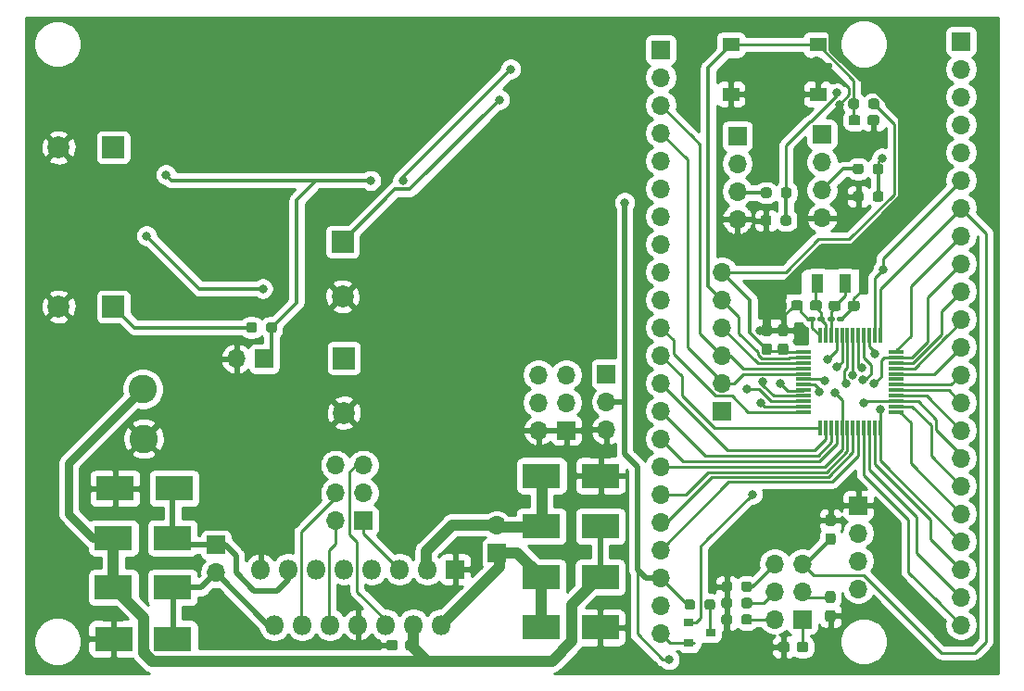
<source format=gbr>
G04 #@! TF.GenerationSoftware,KiCad,Pcbnew,5.1.9*
G04 #@! TF.CreationDate,2021-04-04T11:54:02+02:00*
G04 #@! TF.ProjectId,Robot volledig,526f626f-7420-4766-9f6c-6c656469672e,rev?*
G04 #@! TF.SameCoordinates,Original*
G04 #@! TF.FileFunction,Copper,L1,Top*
G04 #@! TF.FilePolarity,Positive*
%FSLAX46Y46*%
G04 Gerber Fmt 4.6, Leading zero omitted, Abs format (unit mm)*
G04 Created by KiCad (PCBNEW 5.1.9) date 2021-04-04 11:54:02*
%MOMM*%
%LPD*%
G01*
G04 APERTURE LIST*
G04 #@! TA.AperFunction,SMDPad,CuDef*
%ADD10R,1.550000X1.300000*%
G04 #@! TD*
G04 #@! TA.AperFunction,SMDPad,CuDef*
%ADD11R,0.300000X1.475000*%
G04 #@! TD*
G04 #@! TA.AperFunction,SMDPad,CuDef*
%ADD12R,1.475000X0.300000*%
G04 #@! TD*
G04 #@! TA.AperFunction,ComponentPad*
%ADD13R,1.700000X1.700000*%
G04 #@! TD*
G04 #@! TA.AperFunction,ComponentPad*
%ADD14O,1.700000X1.700000*%
G04 #@! TD*
G04 #@! TA.AperFunction,ComponentPad*
%ADD15C,2.000000*%
G04 #@! TD*
G04 #@! TA.AperFunction,ComponentPad*
%ADD16R,2.000000X2.000000*%
G04 #@! TD*
G04 #@! TA.AperFunction,SMDPad,CuDef*
%ADD17R,3.500000X2.300000*%
G04 #@! TD*
G04 #@! TA.AperFunction,ComponentPad*
%ADD18C,2.600000*%
G04 #@! TD*
G04 #@! TA.AperFunction,ComponentPad*
%ADD19R,1.800000X1.800000*%
G04 #@! TD*
G04 #@! TA.AperFunction,ComponentPad*
%ADD20O,1.800000X1.800000*%
G04 #@! TD*
G04 #@! TA.AperFunction,SMDPad,CuDef*
%ADD21R,1.000000X1.800000*%
G04 #@! TD*
G04 #@! TA.AperFunction,SMDPad,CuDef*
%ADD22R,0.900000X0.800000*%
G04 #@! TD*
G04 #@! TA.AperFunction,ViaPad*
%ADD23C,0.900000*%
G04 #@! TD*
G04 #@! TA.AperFunction,ViaPad*
%ADD24C,0.800000*%
G04 #@! TD*
G04 #@! TA.AperFunction,ViaPad*
%ADD25C,0.600000*%
G04 #@! TD*
G04 #@! TA.AperFunction,Conductor*
%ADD26C,0.250000*%
G04 #@! TD*
G04 #@! TA.AperFunction,Conductor*
%ADD27C,0.350000*%
G04 #@! TD*
G04 #@! TA.AperFunction,Conductor*
%ADD28C,0.750000*%
G04 #@! TD*
G04 #@! TA.AperFunction,Conductor*
%ADD29C,0.500000*%
G04 #@! TD*
G04 #@! TA.AperFunction,Conductor*
%ADD30C,1.000000*%
G04 #@! TD*
G04 #@! TA.AperFunction,Conductor*
%ADD31C,0.254000*%
G04 #@! TD*
G04 #@! TA.AperFunction,Conductor*
%ADD32C,0.100000*%
G04 #@! TD*
G04 APERTURE END LIST*
D10*
X181915000Y-68906000D03*
X189865000Y-68906000D03*
X181915000Y-73406000D03*
X189865000Y-73406000D03*
D11*
X190071560Y-95487480D03*
X190571560Y-95487480D03*
X191071560Y-95487480D03*
X191571560Y-95487480D03*
X192071560Y-95487480D03*
X192571560Y-95487480D03*
X193071560Y-95487480D03*
X193571560Y-95487480D03*
X194071560Y-95487480D03*
X194571560Y-95487480D03*
X195071560Y-95487480D03*
X195571560Y-95487480D03*
D12*
X197059560Y-96975480D03*
X197059560Y-97475480D03*
X197059560Y-97975480D03*
X197059560Y-98475480D03*
X197059560Y-98975480D03*
X197059560Y-99475480D03*
X197059560Y-99975480D03*
X197059560Y-100475480D03*
X197059560Y-100975480D03*
X197059560Y-101475480D03*
X197059560Y-101975480D03*
X197059560Y-102475480D03*
D11*
X195571560Y-103963480D03*
X195071560Y-103963480D03*
X194571560Y-103963480D03*
X194071560Y-103963480D03*
X193571560Y-103963480D03*
X193071560Y-103963480D03*
X192571560Y-103963480D03*
X192071560Y-103963480D03*
X191571560Y-103963480D03*
X191071560Y-103963480D03*
X190571560Y-103963480D03*
X190071560Y-103963480D03*
D12*
X188583560Y-102475480D03*
X188583560Y-101975480D03*
X188583560Y-101475480D03*
X188583560Y-100975480D03*
X188583560Y-100475480D03*
X188583560Y-99975480D03*
X188583560Y-99475480D03*
X188583560Y-98975480D03*
X188583560Y-98475480D03*
X188583560Y-97975480D03*
X188583560Y-97475480D03*
X188583560Y-96975480D03*
D13*
X181102000Y-102362000D03*
D14*
X181102000Y-99822000D03*
X181102000Y-97282000D03*
X181102000Y-94742000D03*
X181102000Y-92202000D03*
X181102000Y-89662000D03*
D15*
X120496320Y-78282800D03*
D16*
X125496320Y-78282800D03*
D17*
X130926840Y-123195080D03*
X125526840Y-123195080D03*
D13*
X148341080Y-112400080D03*
D14*
X145801080Y-112400080D03*
X148341080Y-109860080D03*
X145801080Y-109860080D03*
X148341080Y-107320080D03*
X145801080Y-107320080D03*
G04 #@! TA.AperFunction,SMDPad,CuDef*
G36*
G01*
X152152060Y-124026940D02*
X152152060Y-123551940D01*
G75*
G02*
X152389560Y-123314440I237500J0D01*
G01*
X152989560Y-123314440D01*
G75*
G02*
X153227060Y-123551940I0J-237500D01*
G01*
X153227060Y-124026940D01*
G75*
G02*
X152989560Y-124264440I-237500J0D01*
G01*
X152389560Y-124264440D01*
G75*
G02*
X152152060Y-124026940I0J237500D01*
G01*
G37*
G04 #@! TD.AperFunction*
G04 #@! TA.AperFunction,SMDPad,CuDef*
G36*
G01*
X150427060Y-124026940D02*
X150427060Y-123551940D01*
G75*
G02*
X150664560Y-123314440I237500J0D01*
G01*
X151264560Y-123314440D01*
G75*
G02*
X151502060Y-123551940I0J-237500D01*
G01*
X151502060Y-124026940D01*
G75*
G02*
X151264560Y-124264440I-237500J0D01*
G01*
X150664560Y-124264440D01*
G75*
G02*
X150427060Y-124026940I0J237500D01*
G01*
G37*
G04 #@! TD.AperFunction*
G04 #@! TA.AperFunction,SMDPad,CuDef*
G36*
G01*
X186927500Y-95533500D02*
X186452500Y-95533500D01*
G75*
G02*
X186215000Y-95296000I0J237500D01*
G01*
X186215000Y-94696000D01*
G75*
G02*
X186452500Y-94458500I237500J0D01*
G01*
X186927500Y-94458500D01*
G75*
G02*
X187165000Y-94696000I0J-237500D01*
G01*
X187165000Y-95296000D01*
G75*
G02*
X186927500Y-95533500I-237500J0D01*
G01*
G37*
G04 #@! TD.AperFunction*
G04 #@! TA.AperFunction,SMDPad,CuDef*
G36*
G01*
X186927500Y-97258500D02*
X186452500Y-97258500D01*
G75*
G02*
X186215000Y-97021000I0J237500D01*
G01*
X186215000Y-96421000D01*
G75*
G02*
X186452500Y-96183500I237500J0D01*
G01*
X186927500Y-96183500D01*
G75*
G02*
X187165000Y-96421000I0J-237500D01*
G01*
X187165000Y-97021000D01*
G75*
G02*
X186927500Y-97258500I-237500J0D01*
G01*
G37*
G04 #@! TD.AperFunction*
G04 #@! TA.AperFunction,SMDPad,CuDef*
G36*
G01*
X184953900Y-96183500D02*
X185428900Y-96183500D01*
G75*
G02*
X185666400Y-96421000I0J-237500D01*
G01*
X185666400Y-97021000D01*
G75*
G02*
X185428900Y-97258500I-237500J0D01*
G01*
X184953900Y-97258500D01*
G75*
G02*
X184716400Y-97021000I0J237500D01*
G01*
X184716400Y-96421000D01*
G75*
G02*
X184953900Y-96183500I237500J0D01*
G01*
G37*
G04 #@! TD.AperFunction*
G04 #@! TA.AperFunction,SMDPad,CuDef*
G36*
G01*
X184953900Y-94458500D02*
X185428900Y-94458500D01*
G75*
G02*
X185666400Y-94696000I0J-237500D01*
G01*
X185666400Y-95296000D01*
G75*
G02*
X185428900Y-95533500I-237500J0D01*
G01*
X184953900Y-95533500D01*
G75*
G02*
X184716400Y-95296000I0J237500D01*
G01*
X184716400Y-94696000D01*
G75*
G02*
X184953900Y-94458500I237500J0D01*
G01*
G37*
G04 #@! TD.AperFunction*
G04 #@! TA.AperFunction,SMDPad,CuDef*
G36*
G01*
X189828000Y-94080000D02*
X189828000Y-93880000D01*
G75*
G02*
X189928000Y-93780000I100000J0D01*
G01*
X190363000Y-93780000D01*
G75*
G02*
X190463000Y-93880000I0J-100000D01*
G01*
X190463000Y-94080000D01*
G75*
G02*
X190363000Y-94180000I-100000J0D01*
G01*
X189928000Y-94180000D01*
G75*
G02*
X189828000Y-94080000I0J100000D01*
G01*
G37*
G04 #@! TD.AperFunction*
G04 #@! TA.AperFunction,SMDPad,CuDef*
G36*
G01*
X189013000Y-94080000D02*
X189013000Y-93880000D01*
G75*
G02*
X189113000Y-93780000I100000J0D01*
G01*
X189548000Y-93780000D01*
G75*
G02*
X189648000Y-93880000I0J-100000D01*
G01*
X189648000Y-94080000D01*
G75*
G02*
X189548000Y-94180000I-100000J0D01*
G01*
X189113000Y-94180000D01*
G75*
G02*
X189013000Y-94080000I0J100000D01*
G01*
G37*
G04 #@! TD.AperFunction*
G04 #@! TA.AperFunction,SMDPad,CuDef*
G36*
G01*
X191426000Y-93880000D02*
X191426000Y-94080000D01*
G75*
G02*
X191326000Y-94180000I-100000J0D01*
G01*
X190891000Y-94180000D01*
G75*
G02*
X190791000Y-94080000I0J100000D01*
G01*
X190791000Y-93880000D01*
G75*
G02*
X190891000Y-93780000I100000J0D01*
G01*
X191326000Y-93780000D01*
G75*
G02*
X191426000Y-93880000I0J-100000D01*
G01*
G37*
G04 #@! TD.AperFunction*
G04 #@! TA.AperFunction,SMDPad,CuDef*
G36*
G01*
X192241000Y-93880000D02*
X192241000Y-94080000D01*
G75*
G02*
X192141000Y-94180000I-100000J0D01*
G01*
X191706000Y-94180000D01*
G75*
G02*
X191606000Y-94080000I0J100000D01*
G01*
X191606000Y-93880000D01*
G75*
G02*
X191706000Y-93780000I100000J0D01*
G01*
X192141000Y-93780000D01*
G75*
G02*
X192241000Y-93880000I0J-100000D01*
G01*
G37*
G04 #@! TD.AperFunction*
G04 #@! TA.AperFunction,SMDPad,CuDef*
G36*
G01*
X192672340Y-76031100D02*
X192672340Y-75556100D01*
G75*
G02*
X192909840Y-75318600I237500J0D01*
G01*
X193509840Y-75318600D01*
G75*
G02*
X193747340Y-75556100I0J-237500D01*
G01*
X193747340Y-76031100D01*
G75*
G02*
X193509840Y-76268600I-237500J0D01*
G01*
X192909840Y-76268600D01*
G75*
G02*
X192672340Y-76031100I0J237500D01*
G01*
G37*
G04 #@! TD.AperFunction*
G04 #@! TA.AperFunction,SMDPad,CuDef*
G36*
G01*
X194397340Y-76031100D02*
X194397340Y-75556100D01*
G75*
G02*
X194634840Y-75318600I237500J0D01*
G01*
X195234840Y-75318600D01*
G75*
G02*
X195472340Y-75556100I0J-237500D01*
G01*
X195472340Y-76031100D01*
G75*
G02*
X195234840Y-76268600I-237500J0D01*
G01*
X194634840Y-76268600D01*
G75*
G02*
X194397340Y-76031100I0J237500D01*
G01*
G37*
G04 #@! TD.AperFunction*
D16*
X146558000Y-97536000D03*
D15*
X146558000Y-102536000D03*
X146430000Y-91900000D03*
D16*
X146430000Y-86900000D03*
X125500000Y-92830000D03*
D15*
X120500000Y-92830000D03*
G04 #@! TA.AperFunction,SMDPad,CuDef*
G36*
G01*
X189149700Y-92972900D02*
X189149700Y-92497900D01*
G75*
G02*
X189387200Y-92260400I237500J0D01*
G01*
X189987200Y-92260400D01*
G75*
G02*
X190224700Y-92497900I0J-237500D01*
G01*
X190224700Y-92972900D01*
G75*
G02*
X189987200Y-93210400I-237500J0D01*
G01*
X189387200Y-93210400D01*
G75*
G02*
X189149700Y-92972900I0J237500D01*
G01*
G37*
G04 #@! TD.AperFunction*
G04 #@! TA.AperFunction,SMDPad,CuDef*
G36*
G01*
X187424700Y-92972900D02*
X187424700Y-92497900D01*
G75*
G02*
X187662200Y-92260400I237500J0D01*
G01*
X188262200Y-92260400D01*
G75*
G02*
X188499700Y-92497900I0J-237500D01*
G01*
X188499700Y-92972900D01*
G75*
G02*
X188262200Y-93210400I-237500J0D01*
G01*
X187662200Y-93210400D01*
G75*
G02*
X187424700Y-92972900I0J237500D01*
G01*
G37*
G04 #@! TD.AperFunction*
G04 #@! TA.AperFunction,SMDPad,CuDef*
G36*
G01*
X193678000Y-92523300D02*
X193678000Y-92998300D01*
G75*
G02*
X193440500Y-93235800I-237500J0D01*
G01*
X192840500Y-93235800D01*
G75*
G02*
X192603000Y-92998300I0J237500D01*
G01*
X192603000Y-92523300D01*
G75*
G02*
X192840500Y-92285800I237500J0D01*
G01*
X193440500Y-92285800D01*
G75*
G02*
X193678000Y-92523300I0J-237500D01*
G01*
G37*
G04 #@! TD.AperFunction*
G04 #@! TA.AperFunction,SMDPad,CuDef*
G36*
G01*
X191953000Y-92523300D02*
X191953000Y-92998300D01*
G75*
G02*
X191715500Y-93235800I-237500J0D01*
G01*
X191115500Y-93235800D01*
G75*
G02*
X190878000Y-92998300I0J237500D01*
G01*
X190878000Y-92523300D01*
G75*
G02*
X191115500Y-92285800I237500J0D01*
G01*
X191715500Y-92285800D01*
G75*
G02*
X191953000Y-92523300I0J-237500D01*
G01*
G37*
G04 #@! TD.AperFunction*
G04 #@! TA.AperFunction,SMDPad,CuDef*
G36*
G01*
X190787500Y-113537500D02*
X191262500Y-113537500D01*
G75*
G02*
X191500000Y-113775000I0J-237500D01*
G01*
X191500000Y-114375000D01*
G75*
G02*
X191262500Y-114612500I-237500J0D01*
G01*
X190787500Y-114612500D01*
G75*
G02*
X190550000Y-114375000I0J237500D01*
G01*
X190550000Y-113775000D01*
G75*
G02*
X190787500Y-113537500I237500J0D01*
G01*
G37*
G04 #@! TD.AperFunction*
G04 #@! TA.AperFunction,SMDPad,CuDef*
G36*
G01*
X190787500Y-111812500D02*
X191262500Y-111812500D01*
G75*
G02*
X191500000Y-112050000I0J-237500D01*
G01*
X191500000Y-112650000D01*
G75*
G02*
X191262500Y-112887500I-237500J0D01*
G01*
X190787500Y-112887500D01*
G75*
G02*
X190550000Y-112650000I0J237500D01*
G01*
X190550000Y-112050000D01*
G75*
G02*
X190787500Y-111812500I237500J0D01*
G01*
G37*
G04 #@! TD.AperFunction*
G04 #@! TA.AperFunction,SMDPad,CuDef*
G36*
G01*
X191245500Y-121642500D02*
X190770500Y-121642500D01*
G75*
G02*
X190533000Y-121405000I0J237500D01*
G01*
X190533000Y-120805000D01*
G75*
G02*
X190770500Y-120567500I237500J0D01*
G01*
X191245500Y-120567500D01*
G75*
G02*
X191483000Y-120805000I0J-237500D01*
G01*
X191483000Y-121405000D01*
G75*
G02*
X191245500Y-121642500I-237500J0D01*
G01*
G37*
G04 #@! TD.AperFunction*
G04 #@! TA.AperFunction,SMDPad,CuDef*
G36*
G01*
X191245500Y-119917500D02*
X190770500Y-119917500D01*
G75*
G02*
X190533000Y-119680000I0J237500D01*
G01*
X190533000Y-119080000D01*
G75*
G02*
X190770500Y-118842500I237500J0D01*
G01*
X191245500Y-118842500D01*
G75*
G02*
X191483000Y-119080000I0J-237500D01*
G01*
X191483000Y-119680000D01*
G75*
G02*
X191245500Y-119917500I-237500J0D01*
G01*
G37*
G04 #@! TD.AperFunction*
G04 #@! TA.AperFunction,SMDPad,CuDef*
G36*
G01*
X187280500Y-123714500D02*
X187280500Y-124189500D01*
G75*
G02*
X187043000Y-124427000I-237500J0D01*
G01*
X186443000Y-124427000D01*
G75*
G02*
X186205500Y-124189500I0J237500D01*
G01*
X186205500Y-123714500D01*
G75*
G02*
X186443000Y-123477000I237500J0D01*
G01*
X187043000Y-123477000D01*
G75*
G02*
X187280500Y-123714500I0J-237500D01*
G01*
G37*
G04 #@! TD.AperFunction*
G04 #@! TA.AperFunction,SMDPad,CuDef*
G36*
G01*
X189005500Y-123714500D02*
X189005500Y-124189500D01*
G75*
G02*
X188768000Y-124427000I-237500J0D01*
G01*
X188168000Y-124427000D01*
G75*
G02*
X187930500Y-124189500I0J237500D01*
G01*
X187930500Y-123714500D01*
G75*
G02*
X188168000Y-123477000I237500J0D01*
G01*
X188768000Y-123477000D01*
G75*
G02*
X189005500Y-123714500I0J-237500D01*
G01*
G37*
G04 #@! TD.AperFunction*
D18*
X128193800Y-100375720D03*
X128270000Y-104902000D03*
D13*
X139278360Y-97607120D03*
D14*
X136738360Y-97607120D03*
D13*
X190246000Y-77089000D03*
D14*
X190246000Y-79629000D03*
X190246000Y-82169000D03*
X190246000Y-84709000D03*
X182499000Y-84836000D03*
X182499000Y-82296000D03*
X182499000Y-79756000D03*
D13*
X182499000Y-77216000D03*
D14*
X160538160Y-112857280D03*
D13*
X160538160Y-115397280D03*
X134874000Y-114630200D03*
D14*
X134874000Y-117170200D03*
G04 #@! TA.AperFunction,SMDPad,CuDef*
G36*
G01*
X195456000Y-74057500D02*
X195456000Y-74532500D01*
G75*
G02*
X195218500Y-74770000I-237500J0D01*
G01*
X194718500Y-74770000D01*
G75*
G02*
X194481000Y-74532500I0J237500D01*
G01*
X194481000Y-74057500D01*
G75*
G02*
X194718500Y-73820000I237500J0D01*
G01*
X195218500Y-73820000D01*
G75*
G02*
X195456000Y-74057500I0J-237500D01*
G01*
G37*
G04 #@! TD.AperFunction*
G04 #@! TA.AperFunction,SMDPad,CuDef*
G36*
G01*
X193631000Y-74057500D02*
X193631000Y-74532500D01*
G75*
G02*
X193393500Y-74770000I-237500J0D01*
G01*
X192893500Y-74770000D01*
G75*
G02*
X192656000Y-74532500I0J237500D01*
G01*
X192656000Y-74057500D01*
G75*
G02*
X192893500Y-73820000I237500J0D01*
G01*
X193393500Y-73820000D01*
G75*
G02*
X193631000Y-74057500I0J-237500D01*
G01*
G37*
G04 #@! TD.AperFunction*
G04 #@! TA.AperFunction,SMDPad,CuDef*
G36*
G01*
X177673180Y-120303300D02*
X177673180Y-119828300D01*
G75*
G02*
X177910680Y-119590800I237500J0D01*
G01*
X178410680Y-119590800D01*
G75*
G02*
X178648180Y-119828300I0J-237500D01*
G01*
X178648180Y-120303300D01*
G75*
G02*
X178410680Y-120540800I-237500J0D01*
G01*
X177910680Y-120540800D01*
G75*
G02*
X177673180Y-120303300I0J237500D01*
G01*
G37*
G04 #@! TD.AperFunction*
G04 #@! TA.AperFunction,SMDPad,CuDef*
G36*
G01*
X179498180Y-120303300D02*
X179498180Y-119828300D01*
G75*
G02*
X179735680Y-119590800I237500J0D01*
G01*
X180235680Y-119590800D01*
G75*
G02*
X180473180Y-119828300I0J-237500D01*
G01*
X180473180Y-120303300D01*
G75*
G02*
X180235680Y-120540800I-237500J0D01*
G01*
X179735680Y-120540800D01*
G75*
G02*
X179498180Y-120303300I0J237500D01*
G01*
G37*
G04 #@! TD.AperFunction*
G04 #@! TA.AperFunction,SMDPad,CuDef*
G36*
G01*
X139466500Y-94979500D02*
X139466500Y-94504500D01*
G75*
G02*
X139704000Y-94267000I237500J0D01*
G01*
X140204000Y-94267000D01*
G75*
G02*
X140441500Y-94504500I0J-237500D01*
G01*
X140441500Y-94979500D01*
G75*
G02*
X140204000Y-95217000I-237500J0D01*
G01*
X139704000Y-95217000D01*
G75*
G02*
X139466500Y-94979500I0J237500D01*
G01*
G37*
G04 #@! TD.AperFunction*
G04 #@! TA.AperFunction,SMDPad,CuDef*
G36*
G01*
X137641500Y-94979500D02*
X137641500Y-94504500D01*
G75*
G02*
X137879000Y-94267000I237500J0D01*
G01*
X138379000Y-94267000D01*
G75*
G02*
X138616500Y-94504500I0J-237500D01*
G01*
X138616500Y-94979500D01*
G75*
G02*
X138379000Y-95217000I-237500J0D01*
G01*
X137879000Y-95217000D01*
G75*
G02*
X137641500Y-94979500I0J237500D01*
G01*
G37*
G04 #@! TD.AperFunction*
G04 #@! TA.AperFunction,SMDPad,CuDef*
G36*
G01*
X184655000Y-82660500D02*
X184655000Y-82185500D01*
G75*
G02*
X184892500Y-81948000I237500J0D01*
G01*
X185392500Y-81948000D01*
G75*
G02*
X185630000Y-82185500I0J-237500D01*
G01*
X185630000Y-82660500D01*
G75*
G02*
X185392500Y-82898000I-237500J0D01*
G01*
X184892500Y-82898000D01*
G75*
G02*
X184655000Y-82660500I0J237500D01*
G01*
G37*
G04 #@! TD.AperFunction*
G04 #@! TA.AperFunction,SMDPad,CuDef*
G36*
G01*
X186480000Y-82660500D02*
X186480000Y-82185500D01*
G75*
G02*
X186717500Y-81948000I237500J0D01*
G01*
X187217500Y-81948000D01*
G75*
G02*
X187455000Y-82185500I0J-237500D01*
G01*
X187455000Y-82660500D01*
G75*
G02*
X187217500Y-82898000I-237500J0D01*
G01*
X186717500Y-82898000D01*
G75*
G02*
X186480000Y-82660500I0J237500D01*
G01*
G37*
G04 #@! TD.AperFunction*
G04 #@! TA.AperFunction,SMDPad,CuDef*
G36*
G01*
X185606500Y-84725500D02*
X185606500Y-85200500D01*
G75*
G02*
X185369000Y-85438000I-237500J0D01*
G01*
X184869000Y-85438000D01*
G75*
G02*
X184631500Y-85200500I0J237500D01*
G01*
X184631500Y-84725500D01*
G75*
G02*
X184869000Y-84488000I237500J0D01*
G01*
X185369000Y-84488000D01*
G75*
G02*
X185606500Y-84725500I0J-237500D01*
G01*
G37*
G04 #@! TD.AperFunction*
G04 #@! TA.AperFunction,SMDPad,CuDef*
G36*
G01*
X187431500Y-84725500D02*
X187431500Y-85200500D01*
G75*
G02*
X187194000Y-85438000I-237500J0D01*
G01*
X186694000Y-85438000D01*
G75*
G02*
X186456500Y-85200500I0J237500D01*
G01*
X186456500Y-84725500D01*
G75*
G02*
X186694000Y-84488000I237500J0D01*
G01*
X187194000Y-84488000D01*
G75*
G02*
X187431500Y-84725500I0J-237500D01*
G01*
G37*
G04 #@! TD.AperFunction*
G04 #@! TA.AperFunction,SMDPad,CuDef*
G36*
G01*
X183855180Y-118202700D02*
X183855180Y-118677700D01*
G75*
G02*
X183617680Y-118915200I-237500J0D01*
G01*
X183117680Y-118915200D01*
G75*
G02*
X182880180Y-118677700I0J237500D01*
G01*
X182880180Y-118202700D01*
G75*
G02*
X183117680Y-117965200I237500J0D01*
G01*
X183617680Y-117965200D01*
G75*
G02*
X183855180Y-118202700I0J-237500D01*
G01*
G37*
G04 #@! TD.AperFunction*
G04 #@! TA.AperFunction,SMDPad,CuDef*
G36*
G01*
X182030180Y-118202700D02*
X182030180Y-118677700D01*
G75*
G02*
X181792680Y-118915200I-237500J0D01*
G01*
X181292680Y-118915200D01*
G75*
G02*
X181055180Y-118677700I0J237500D01*
G01*
X181055180Y-118202700D01*
G75*
G02*
X181292680Y-117965200I237500J0D01*
G01*
X181792680Y-117965200D01*
G75*
G02*
X182030180Y-118202700I0J-237500D01*
G01*
G37*
G04 #@! TD.AperFunction*
G04 #@! TA.AperFunction,SMDPad,CuDef*
G36*
G01*
X181055180Y-120171220D02*
X181055180Y-119696220D01*
G75*
G02*
X181292680Y-119458720I237500J0D01*
G01*
X181792680Y-119458720D01*
G75*
G02*
X182030180Y-119696220I0J-237500D01*
G01*
X182030180Y-120171220D01*
G75*
G02*
X181792680Y-120408720I-237500J0D01*
G01*
X181292680Y-120408720D01*
G75*
G02*
X181055180Y-120171220I0J237500D01*
G01*
G37*
G04 #@! TD.AperFunction*
G04 #@! TA.AperFunction,SMDPad,CuDef*
G36*
G01*
X182880180Y-120171220D02*
X182880180Y-119696220D01*
G75*
G02*
X183117680Y-119458720I237500J0D01*
G01*
X183617680Y-119458720D01*
G75*
G02*
X183855180Y-119696220I0J-237500D01*
G01*
X183855180Y-120171220D01*
G75*
G02*
X183617680Y-120408720I-237500J0D01*
G01*
X183117680Y-120408720D01*
G75*
G02*
X182880180Y-120171220I0J237500D01*
G01*
G37*
G04 #@! TD.AperFunction*
G04 #@! TA.AperFunction,SMDPad,CuDef*
G36*
G01*
X182875100Y-121674900D02*
X182875100Y-121199900D01*
G75*
G02*
X183112600Y-120962400I237500J0D01*
G01*
X183612600Y-120962400D01*
G75*
G02*
X183850100Y-121199900I0J-237500D01*
G01*
X183850100Y-121674900D01*
G75*
G02*
X183612600Y-121912400I-237500J0D01*
G01*
X183112600Y-121912400D01*
G75*
G02*
X182875100Y-121674900I0J237500D01*
G01*
G37*
G04 #@! TD.AperFunction*
G04 #@! TA.AperFunction,SMDPad,CuDef*
G36*
G01*
X181050100Y-121674900D02*
X181050100Y-121199900D01*
G75*
G02*
X181287600Y-120962400I237500J0D01*
G01*
X181787600Y-120962400D01*
G75*
G02*
X182025100Y-121199900I0J-237500D01*
G01*
X182025100Y-121674900D01*
G75*
G02*
X181787600Y-121912400I-237500J0D01*
G01*
X181287600Y-121912400D01*
G75*
G02*
X181050100Y-121674900I0J237500D01*
G01*
G37*
G04 #@! TD.AperFunction*
D19*
X156718000Y-116840000D03*
D20*
X155448000Y-121920000D03*
X154178000Y-116840000D03*
X152908000Y-121920000D03*
X151638000Y-116840000D03*
X150368000Y-121920000D03*
X149098000Y-116840000D03*
X147828000Y-121920000D03*
X146558000Y-116840000D03*
X145288000Y-121920000D03*
X144018000Y-116840000D03*
X142748000Y-121920000D03*
X141478000Y-116840000D03*
X140208000Y-121920000D03*
X138938000Y-116840000D03*
D21*
X189828800Y-90754200D03*
X192328800Y-90754200D03*
D17*
X164566600Y-117586760D03*
X169966600Y-117586760D03*
X164566600Y-122168920D03*
X169966600Y-122168920D03*
X169992000Y-112913160D03*
X164592000Y-112913160D03*
X164627560Y-108295440D03*
X170027560Y-108295440D03*
X130911600Y-113969800D03*
X125511600Y-113969800D03*
X125648760Y-109448600D03*
X131048760Y-109448600D03*
X125511600Y-118516400D03*
X130911600Y-118516400D03*
D22*
X178064920Y-121681200D03*
X178064920Y-123581200D03*
X180064920Y-122631200D03*
D13*
X170550840Y-98988880D03*
D14*
X170550840Y-101528880D03*
X170550840Y-104068880D03*
D13*
X166878000Y-104140000D03*
D14*
X164338000Y-104140000D03*
X166878000Y-101600000D03*
X164338000Y-101600000D03*
X166878000Y-99060000D03*
X164338000Y-99060000D03*
D13*
X188468000Y-121412000D03*
D14*
X185928000Y-121412000D03*
X188468000Y-118872000D03*
X185928000Y-118872000D03*
X188468000Y-116332000D03*
X185928000Y-116332000D03*
D13*
X193548000Y-110998000D03*
D14*
X193548000Y-113538000D03*
X193548000Y-116078000D03*
X193548000Y-118618000D03*
D13*
X175514000Y-69342000D03*
D14*
X175514000Y-71882000D03*
X175514000Y-74422000D03*
X175514000Y-76962000D03*
X175514000Y-79502000D03*
X175514000Y-82042000D03*
X175514000Y-84582000D03*
X175514000Y-87122000D03*
X175514000Y-89662000D03*
X175514000Y-92202000D03*
X175514000Y-94742000D03*
X175514000Y-97282000D03*
X175514000Y-99822000D03*
X175514000Y-102362000D03*
X175514000Y-104902000D03*
X175514000Y-107442000D03*
X175514000Y-109982000D03*
X175514000Y-112522000D03*
X175514000Y-115062000D03*
X175514000Y-117602000D03*
X175514000Y-120142000D03*
X175514000Y-122682000D03*
X202946000Y-121920000D03*
X202946000Y-119380000D03*
X202946000Y-116840000D03*
X202946000Y-114300000D03*
X202946000Y-111760000D03*
X202946000Y-109220000D03*
X202946000Y-106680000D03*
X202946000Y-104140000D03*
X202946000Y-101600000D03*
X202946000Y-99060000D03*
X202946000Y-96520000D03*
X202946000Y-93980000D03*
X202946000Y-91440000D03*
X202946000Y-88900000D03*
X202946000Y-86360000D03*
X202946000Y-83820000D03*
X202946000Y-81280000D03*
X202946000Y-78740000D03*
X202946000Y-76200000D03*
X202946000Y-73660000D03*
X202946000Y-71120000D03*
D13*
X202946000Y-68580000D03*
G04 #@! TA.AperFunction,SMDPad,CuDef*
G36*
G01*
X194886001Y-80494501D02*
X194886001Y-80019501D01*
G75*
G02*
X195123501Y-79782001I237500J0D01*
G01*
X195623501Y-79782001D01*
G75*
G02*
X195861001Y-80019501I0J-237500D01*
G01*
X195861001Y-80494501D01*
G75*
G02*
X195623501Y-80732001I-237500J0D01*
G01*
X195123501Y-80732001D01*
G75*
G02*
X194886001Y-80494501I0J237500D01*
G01*
G37*
G04 #@! TD.AperFunction*
G04 #@! TA.AperFunction,SMDPad,CuDef*
G36*
G01*
X193061001Y-80494501D02*
X193061001Y-80019501D01*
G75*
G02*
X193298501Y-79782001I237500J0D01*
G01*
X193798501Y-79782001D01*
G75*
G02*
X194036001Y-80019501I0J-237500D01*
G01*
X194036001Y-80494501D01*
G75*
G02*
X193798501Y-80732001I-237500J0D01*
G01*
X193298501Y-80732001D01*
G75*
G02*
X193061001Y-80494501I0J237500D01*
G01*
G37*
G04 #@! TD.AperFunction*
G04 #@! TA.AperFunction,SMDPad,CuDef*
G36*
G01*
X195861001Y-82529501D02*
X195861001Y-83004501D01*
G75*
G02*
X195623501Y-83242001I-237500J0D01*
G01*
X195123501Y-83242001D01*
G75*
G02*
X194886001Y-83004501I0J237500D01*
G01*
X194886001Y-82529501D01*
G75*
G02*
X195123501Y-82292001I237500J0D01*
G01*
X195623501Y-82292001D01*
G75*
G02*
X195861001Y-82529501I0J-237500D01*
G01*
G37*
G04 #@! TD.AperFunction*
G04 #@! TA.AperFunction,SMDPad,CuDef*
G36*
G01*
X194036001Y-82529501D02*
X194036001Y-83004501D01*
G75*
G02*
X193798501Y-83242001I-237500J0D01*
G01*
X193298501Y-83242001D01*
G75*
G02*
X193061001Y-83004501I0J237500D01*
G01*
X193061001Y-82529501D01*
G75*
G02*
X193298501Y-82292001I237500J0D01*
G01*
X193798501Y-82292001D01*
G75*
G02*
X194036001Y-82529501I0J-237500D01*
G01*
G37*
G04 #@! TD.AperFunction*
D23*
X170020000Y-122310000D03*
X170960000Y-121550000D03*
X169080000Y-121590000D03*
D24*
X191838153Y-74363153D03*
X184610208Y-95043792D03*
D25*
X191358520Y-71673720D03*
X190190120Y-71236840D03*
X190921640Y-70855840D03*
X190474600Y-71953120D03*
D23*
X172212000Y-110236000D03*
X160274000Y-107188000D03*
X160528000Y-105410000D03*
X161036000Y-104394000D03*
X161798000Y-105410000D03*
X161544000Y-106934000D03*
X159512000Y-106172000D03*
X162560000Y-106172000D03*
X153924000Y-112268000D03*
X154940000Y-111252000D03*
X152908000Y-113284000D03*
X153162000Y-111506000D03*
X152146000Y-112268000D03*
X157480000Y-111252000D03*
X156464000Y-111252000D03*
X150114000Y-94234000D03*
X150622000Y-92710000D03*
X151638000Y-93980000D03*
X149098000Y-93218000D03*
X131572000Y-68834000D03*
X132842000Y-68834000D03*
X134112000Y-68834000D03*
X135382000Y-68834000D03*
X136652000Y-68834000D03*
X137922000Y-68834000D03*
X139192000Y-68834000D03*
X131318000Y-76708000D03*
X132588000Y-76708000D03*
X133858000Y-76708000D03*
X135128000Y-76708000D03*
X136398000Y-76708000D03*
X137668000Y-76708000D03*
X138938000Y-76708000D03*
X149606000Y-68326000D03*
X150876000Y-68326000D03*
X152146000Y-68326000D03*
X153416000Y-68326000D03*
X154686000Y-68326000D03*
X155956000Y-68326000D03*
X157226000Y-68326000D03*
X149606000Y-75946000D03*
X150876000Y-75946000D03*
X152146000Y-75946000D03*
X153416000Y-75946000D03*
X154686000Y-75946000D03*
X182118000Y-123444000D03*
X183642000Y-123444000D03*
X183642000Y-124714000D03*
X182118000Y-124714000D03*
X180086000Y-124714000D03*
X181102000Y-125730000D03*
X184800000Y-66800000D03*
X186300000Y-66775000D03*
X187975000Y-70250000D03*
X188837500Y-71112500D03*
X189750000Y-70425000D03*
X182350000Y-66825000D03*
X183650000Y-66800000D03*
X166025000Y-74175000D03*
X167800000Y-74225000D03*
X169625000Y-74250000D03*
X169650000Y-75825000D03*
X167875000Y-75800000D03*
X166025000Y-75775000D03*
X166025000Y-77400000D03*
X167800000Y-77450000D03*
X169650000Y-77475000D03*
D24*
X139150000Y-91200000D03*
X128524000Y-86360000D03*
X172212000Y-83312000D03*
X176276000Y-125095000D03*
X160782000Y-73914000D03*
X195084700Y-97167700D03*
X190754000Y-97663000D03*
X191589999Y-98362692D03*
X192485299Y-99892051D03*
X191622680Y-73314560D03*
X193040000Y-99060000D03*
X195707000Y-79248000D03*
X193916300Y-98450400D03*
X194005200Y-99491800D03*
X195834000Y-89408000D03*
X183896000Y-109982000D03*
X195021200Y-99898200D03*
X194056000Y-101600000D03*
X195553937Y-102225479D03*
X191389000Y-100711000D03*
X184658000Y-101600000D03*
X183388000Y-100330000D03*
X184810400Y-99720400D03*
X186436000Y-99822000D03*
X189992000Y-100584000D03*
X190500000Y-99568000D03*
X149000000Y-81300000D03*
X130302000Y-80772000D03*
X161798000Y-71120000D03*
X151951000Y-81313240D03*
D26*
X189330500Y-94083558D02*
X189330500Y-93980000D01*
X192939500Y-92964000D02*
X191923500Y-93980000D01*
X189330500Y-94746420D02*
X189330500Y-93980000D01*
X190071560Y-95487480D02*
X189330500Y-94746420D01*
X186639200Y-93776800D02*
X186639200Y-95200300D01*
X188267000Y-92964000D02*
X187452000Y-92964000D01*
X188267000Y-93271000D02*
X188267000Y-92964000D01*
X187452000Y-92964000D02*
X186639200Y-93776800D01*
X188976000Y-93980000D02*
X188267000Y-93271000D01*
X189330500Y-93980000D02*
X188976000Y-93980000D01*
X193140500Y-92964000D02*
X193140500Y-92101500D01*
X193140500Y-92101500D02*
X194056000Y-91186000D01*
D27*
X181915000Y-73406000D02*
X189865000Y-73406000D01*
D28*
X170060600Y-108407200D02*
X170060600Y-108973600D01*
X191215001Y-69266038D02*
X191215001Y-67795999D01*
X191215001Y-67795999D02*
X190348002Y-66929000D01*
X193843510Y-71894547D02*
X191215001Y-69266038D01*
X194204611Y-71894547D02*
X193843510Y-71894547D01*
X197550010Y-75239946D02*
X194204611Y-71894547D01*
X197550010Y-82863465D02*
X197550010Y-75239946D01*
X193024209Y-87389266D02*
X197550010Y-82863465D01*
X190206697Y-87389266D02*
X193024209Y-87389266D01*
X185191400Y-92404563D02*
X190206697Y-87389266D01*
X185191400Y-94996000D02*
X185191400Y-92404563D01*
D26*
X194892000Y-75565000D02*
X194892000Y-76888000D01*
X194892000Y-76888000D02*
X194818000Y-76962000D01*
X191838153Y-75569163D02*
X191838153Y-74363153D01*
X194818000Y-76962000D02*
X193230990Y-76962000D01*
X184658000Y-94996000D02*
X184610208Y-95043792D01*
X185191400Y-94996000D02*
X184658000Y-94996000D01*
X191838153Y-74363153D02*
X192719960Y-73481346D01*
X192719960Y-73481346D02*
X192719960Y-72882760D01*
X191790320Y-71953120D02*
X190474600Y-71953120D01*
X189865000Y-72562720D02*
X189865000Y-73406000D01*
X190474600Y-71953120D02*
X189865000Y-72562720D01*
X192272920Y-72588120D02*
X191358520Y-71673720D01*
X192425320Y-72588120D02*
X192272920Y-72588120D01*
X192719960Y-72882760D02*
X192425320Y-72588120D01*
X192425320Y-72588120D02*
X191790320Y-71953120D01*
X190540640Y-71236840D02*
X190921640Y-70855840D01*
X190190120Y-71236840D02*
X190540640Y-71236840D01*
D29*
X171796806Y-110651194D02*
X172212000Y-110236000D01*
X171738194Y-110651194D02*
X171796806Y-110651194D01*
X161290000Y-107188000D02*
X160274000Y-107188000D01*
X160528000Y-104902000D02*
X161036000Y-104394000D01*
X160528000Y-105410000D02*
X160528000Y-104902000D01*
X161798000Y-106680000D02*
X161544000Y-106934000D01*
X161798000Y-105410000D02*
X161798000Y-106680000D01*
X161544000Y-106934000D02*
X161290000Y-107188000D01*
X160274000Y-106934000D02*
X159512000Y-106172000D01*
X160274000Y-107188000D02*
X160274000Y-106934000D01*
X153924000Y-112268000D02*
X154940000Y-111252000D01*
X153924000Y-112268000D02*
X152908000Y-113284000D01*
X152908000Y-113030000D02*
X152146000Y-112268000D01*
X152908000Y-113284000D02*
X152908000Y-113030000D01*
X157480000Y-111252000D02*
X156464000Y-111252000D01*
X150114000Y-93218000D02*
X150622000Y-92710000D01*
X150114000Y-94234000D02*
X150114000Y-93218000D01*
X149860000Y-93980000D02*
X148844000Y-92964000D01*
X151638000Y-93980000D02*
X149860000Y-93980000D01*
X181537600Y-122863600D02*
X182118000Y-123444000D01*
X181537600Y-121437400D02*
X181537600Y-122863600D01*
X183642000Y-124460000D02*
X183388000Y-124714000D01*
X183642000Y-123444000D02*
X183642000Y-124460000D01*
X181356000Y-123444000D02*
X180086000Y-124714000D01*
X182118000Y-123444000D02*
X181356000Y-123444000D01*
X184825000Y-66775000D02*
X184800000Y-66800000D01*
X186300000Y-66775000D02*
X184825000Y-66775000D01*
X189865000Y-73406000D02*
X189865000Y-72140000D01*
X188837500Y-71112500D02*
X187975000Y-70250000D01*
X189865000Y-72140000D02*
X188837500Y-71112500D01*
X189062500Y-71112500D02*
X189750000Y-70425000D01*
X188837500Y-71112500D02*
X189062500Y-71112500D01*
X182775000Y-66800000D02*
X182700000Y-66875000D01*
X183650000Y-66800000D02*
X182775000Y-66800000D01*
X184800000Y-66800000D02*
X183650000Y-66800000D01*
X167750000Y-74175000D02*
X167800000Y-74225000D01*
X166025000Y-74175000D02*
X167750000Y-74175000D01*
X169625000Y-75875000D02*
X169675000Y-75925000D01*
X169625000Y-74250000D02*
X169625000Y-75875000D01*
X166050000Y-75800000D02*
X166025000Y-75775000D01*
X167875000Y-75800000D02*
X166050000Y-75800000D01*
X167750000Y-77400000D02*
X167800000Y-77450000D01*
X166025000Y-77400000D02*
X167750000Y-77400000D01*
D26*
X186689380Y-96975480D02*
X186639200Y-96925300D01*
X188583560Y-96975480D02*
X186689380Y-96975480D01*
X185192500Y-96925300D02*
X185191400Y-96924200D01*
X186639200Y-96925300D02*
X185192500Y-96925300D01*
D27*
X133364000Y-91200000D02*
X139150000Y-91200000D01*
X128524000Y-86360000D02*
X133364000Y-91200000D01*
X183642000Y-95171600D02*
X184697200Y-96226800D01*
X185191400Y-96721000D02*
X184697200Y-96226800D01*
X183642000Y-92202000D02*
X183642000Y-95171600D01*
X183642000Y-92202000D02*
X181102000Y-89662000D01*
D26*
X177800000Y-119888000D02*
X175514000Y-117602000D01*
X194955010Y-74295000D02*
X196850000Y-76189990D01*
X194968500Y-74295000D02*
X194955010Y-74295000D01*
X196850000Y-76189990D02*
X196850000Y-82573512D01*
D29*
X174117000Y-117602000D02*
X175514000Y-117602000D01*
X173355000Y-116840000D02*
X174117000Y-117602000D01*
X172212000Y-103632000D02*
X172212000Y-106299000D01*
X173355000Y-107442000D02*
X173355000Y-109982000D01*
X172212000Y-106299000D02*
X173355000Y-107442000D01*
X172212000Y-103632000D02*
X172212000Y-104140000D01*
X172085000Y-101600000D02*
X172212000Y-101727000D01*
X172212000Y-83312000D02*
X172212000Y-101727000D01*
D26*
X181102000Y-89662000D02*
X186944000Y-89662000D01*
X189916744Y-86689256D02*
X192734256Y-86689256D01*
X186944000Y-89662000D02*
X189916744Y-86689256D01*
X196850000Y-82573512D02*
X192734256Y-86689256D01*
X173355000Y-122739685D02*
X173355000Y-116332000D01*
X176276000Y-125095000D02*
X175710315Y-125095000D01*
D29*
X173355000Y-116332000D02*
X173355000Y-116840000D01*
D26*
X175710315Y-125095000D02*
X173355000Y-122739685D01*
D29*
X173355000Y-109982000D02*
X173355000Y-116332000D01*
X172212000Y-101727000D02*
X172212000Y-102041960D01*
X172212000Y-102041960D02*
X172212000Y-103632000D01*
X172013880Y-101528880D02*
X172212000Y-101727000D01*
X170550840Y-101528880D02*
X172013880Y-101528880D01*
D26*
X190145500Y-93371500D02*
X190145500Y-93980000D01*
X189738000Y-92964000D02*
X190145500Y-93371500D01*
X190145500Y-93980000D02*
X190317560Y-94152060D01*
X190571560Y-94406060D02*
X190571560Y-95487480D01*
X190145500Y-93980000D02*
X190571560Y-94406060D01*
X189687200Y-90895800D02*
X189828800Y-90754200D01*
X189687200Y-92735400D02*
X189687200Y-90895800D01*
X191108500Y-93271000D02*
X191108500Y-93980000D01*
X191415500Y-92964000D02*
X191108500Y-93271000D01*
X191071560Y-94016940D02*
X191108500Y-93980000D01*
X191071560Y-95487480D02*
X191071560Y-94016940D01*
X192328800Y-91847500D02*
X191415500Y-92760800D01*
X192328800Y-90754200D02*
X192328800Y-91847500D01*
X181102000Y-92202000D02*
X182626000Y-93726000D01*
X184391390Y-97254000D02*
X184720900Y-97583510D01*
X182626000Y-93726000D02*
X182626000Y-95250000D01*
X182626000Y-95250000D02*
X184391390Y-97015390D01*
X184391390Y-97015390D02*
X184391390Y-97254000D01*
X184720900Y-97583510D02*
X187160500Y-97583510D01*
X187160500Y-97583510D02*
X187268530Y-97475480D01*
X187268530Y-97475480D02*
X188583560Y-97475480D01*
X193143500Y-72184500D02*
X189865000Y-68906000D01*
X193143500Y-74295000D02*
X193143500Y-72184500D01*
X193143500Y-75541500D02*
X193167000Y-75565000D01*
X193143500Y-74295000D02*
X193143500Y-75541500D01*
D27*
X179832000Y-90932000D02*
X179832000Y-70989000D01*
X179832000Y-70989000D02*
X181915000Y-68906000D01*
X181102000Y-92202000D02*
X179832000Y-90932000D01*
D26*
X181915000Y-68906000D02*
X189865000Y-68906000D01*
D27*
X151241759Y-82088241D02*
X146430000Y-86900000D01*
X152607759Y-82088241D02*
X151241759Y-82088241D01*
X160782000Y-73914000D02*
X152607759Y-82088241D01*
D29*
X170002200Y-117457200D02*
X169984400Y-117475000D01*
X170002200Y-113004600D02*
X170002200Y-117457200D01*
X167106600Y-120352800D02*
X167106600Y-123469400D01*
D30*
X125511600Y-113969800D02*
X125511600Y-118516400D01*
D29*
X167106600Y-123469400D02*
X167106600Y-123723400D01*
X128326399Y-121331199D02*
X125511600Y-118516400D01*
X128326399Y-124096401D02*
X128326399Y-121331199D01*
X128326399Y-124096401D02*
X129121599Y-124891601D01*
X129705998Y-125476000D02*
X128326399Y-124096401D01*
X166878000Y-123952000D02*
X166624000Y-124206000D01*
X167106600Y-123723400D02*
X166878000Y-123952000D01*
X129705998Y-125476000D02*
X157734000Y-125476000D01*
D28*
X125511600Y-113969800D02*
X123621800Y-113969800D01*
X123621800Y-113969800D02*
X121412000Y-111760000D01*
X121412000Y-107157520D02*
X128193800Y-100375720D01*
X121412000Y-111760000D02*
X121412000Y-107157520D01*
D27*
X127412000Y-94742000D02*
X125500000Y-92830000D01*
X138129000Y-94742000D02*
X127412000Y-94742000D01*
D30*
X169984400Y-117475000D02*
X167351700Y-120107700D01*
D29*
X167351700Y-120107700D02*
X167106600Y-120352800D01*
D30*
X167351700Y-123439702D02*
X165569402Y-125222000D01*
X167351700Y-120107700D02*
X167351700Y-123439702D01*
X129001998Y-125222000D02*
X128270000Y-124490002D01*
X128270000Y-121274800D02*
X125511600Y-118516400D01*
X128270000Y-124490002D02*
X128270000Y-121274800D01*
X165569402Y-125222000D02*
X155956000Y-125222000D01*
X152908000Y-123952000D02*
X154178000Y-125222000D01*
X152908000Y-121920000D02*
X152908000Y-123952000D01*
X154178000Y-125222000D02*
X129001998Y-125222000D01*
X155956000Y-125222000D02*
X154178000Y-125222000D01*
D26*
X195571560Y-91194440D02*
X195571560Y-92193560D01*
X202946000Y-83820000D02*
X195571560Y-91194440D01*
X195571560Y-95487480D02*
X195571560Y-92193560D01*
X194017002Y-117348000D02*
X189484000Y-117348000D01*
X204216000Y-124460000D02*
X201129002Y-124460000D01*
X189484000Y-117348000D02*
X188468000Y-116332000D01*
X205232000Y-123444000D02*
X204216000Y-124460000D01*
X201129002Y-124460000D02*
X194017002Y-117348000D01*
X205232000Y-86106000D02*
X205232000Y-123444000D01*
X202946000Y-83820000D02*
X205232000Y-86106000D01*
D27*
X188768000Y-116332000D02*
X191025000Y-114075000D01*
X188468000Y-116332000D02*
X188768000Y-116332000D01*
D26*
X188976000Y-119380000D02*
X188468000Y-118872000D01*
X191008000Y-119380000D02*
X188976000Y-119380000D01*
X194571560Y-96509045D02*
X194571560Y-95487480D01*
X194963515Y-96901000D02*
X194571560Y-96509045D01*
X200490520Y-98975480D02*
X197059560Y-98975480D01*
X202946000Y-96520000D02*
X200490520Y-98975480D01*
X188468000Y-123952000D02*
X188468000Y-121412000D01*
D30*
X161010600Y-113004600D02*
X160782000Y-112776000D01*
X164602200Y-113004600D02*
X161010600Y-113004600D01*
X154076400Y-115163600D02*
X154076400Y-116306600D01*
X156464000Y-112776000D02*
X154076400Y-115163600D01*
X160782000Y-112776000D02*
X156464000Y-112776000D01*
X164660600Y-112946200D02*
X164602200Y-113004600D01*
X164660600Y-108407200D02*
X164660600Y-112946200D01*
D29*
X141376400Y-117881400D02*
X141376400Y-116306600D01*
X130911600Y-109651800D02*
X131013200Y-109550200D01*
X130911600Y-113969800D02*
X130911600Y-109651800D01*
X141478000Y-117779800D02*
X140677900Y-118579900D01*
X140677900Y-118579900D02*
X141376400Y-117881400D01*
X140462000Y-118795800D02*
X140677900Y-118579900D01*
X138353800Y-118795800D02*
X136728200Y-117170200D01*
X135712200Y-114630200D02*
X136728200Y-115646200D01*
X134874000Y-114630200D02*
X135712200Y-114630200D01*
X136728200Y-117170200D02*
X136728200Y-115646200D01*
X140462000Y-118795800D02*
X141478000Y-117779800D01*
X138353800Y-118795800D02*
X140462000Y-118795800D01*
X141478000Y-117779800D02*
X141478000Y-116840000D01*
X131572000Y-114630200D02*
X130911600Y-113969800D01*
X134874000Y-114630200D02*
X131572000Y-114630200D01*
X130952200Y-118557000D02*
X130911600Y-118516400D01*
X130952200Y-123012200D02*
X130952200Y-118557000D01*
X133527800Y-118516400D02*
X134874000Y-117170200D01*
X130911600Y-118516400D02*
X133527800Y-118516400D01*
X139623800Y-121920000D02*
X140208000Y-121920000D01*
X134874000Y-117170200D02*
X139623800Y-121920000D01*
D26*
X191571560Y-96845440D02*
X191571560Y-95487480D01*
X190754000Y-97663000D02*
X191571560Y-96845440D01*
X192071560Y-97881131D02*
X191589999Y-98362692D01*
X192071560Y-95487480D02*
X192071560Y-97881131D01*
X192314999Y-99721751D02*
X192485299Y-99892051D01*
X192571560Y-98455438D02*
X192314999Y-98711999D01*
X192314999Y-98711999D02*
X192314999Y-99721751D01*
X192571560Y-95487480D02*
X192571560Y-98455438D01*
D27*
X186944000Y-82446500D02*
X186967500Y-82423000D01*
X186944000Y-84963000D02*
X186944000Y-82446500D01*
D26*
X189135999Y-75913999D02*
X189262001Y-75913999D01*
X186967500Y-78082498D02*
X189135999Y-75913999D01*
X186967500Y-82423000D02*
X186967500Y-78082498D01*
X191622680Y-73553320D02*
X191622680Y-73314560D01*
X190860680Y-74315320D02*
X191622680Y-73553320D01*
X189262001Y-75913999D02*
X190860680Y-74315320D01*
X193071560Y-99028440D02*
X193040000Y-99060000D01*
X193071560Y-95487480D02*
X193071560Y-99028440D01*
D27*
X195373501Y-80257001D02*
X195373501Y-82767001D01*
D26*
X195373501Y-79581499D02*
X195707000Y-79248000D01*
X195373501Y-80257001D02*
X195373501Y-79581499D01*
X193571560Y-98321560D02*
X193802000Y-98552000D01*
X193571560Y-95487480D02*
X193571560Y-98321560D01*
X194071560Y-97475360D02*
X194071560Y-97107060D01*
X194071560Y-97107060D02*
X194071560Y-95487480D01*
X194729100Y-98132900D02*
X194071560Y-97475360D01*
X194729100Y-98971100D02*
X194729100Y-98132900D01*
X194271900Y-99428300D02*
X194729100Y-98971100D01*
X195834000Y-88392000D02*
X202946000Y-81280000D01*
X195834000Y-89408000D02*
X195834000Y-88392000D01*
X195071560Y-90170440D02*
X195834000Y-89408000D01*
X195071560Y-95487480D02*
X195071560Y-90170440D01*
X197059560Y-96975480D02*
X197059560Y-96818440D01*
X197059560Y-96818440D02*
X198374000Y-95504000D01*
X198374000Y-90932000D02*
X202946000Y-86360000D01*
X198374000Y-95504000D02*
X198374000Y-90932000D01*
X197059560Y-97475480D02*
X198434520Y-97475480D01*
X198434520Y-97475480D02*
X199898000Y-96012000D01*
X199898000Y-91948000D02*
X202946000Y-88900000D01*
X199898000Y-96012000D02*
X199898000Y-91948000D01*
X195951522Y-97475480D02*
X197059560Y-97475480D01*
X195021200Y-99898200D02*
X195656200Y-99263200D01*
X195656200Y-97777300D02*
X195652951Y-97774051D01*
X195656200Y-99263200D02*
X195656200Y-97777300D01*
X195652951Y-97774051D02*
X195951522Y-97475480D01*
X179146010Y-121300110D02*
X179146010Y-116855050D01*
X178764920Y-121681200D02*
X179146010Y-121300110D01*
X178064920Y-121681200D02*
X178764920Y-121681200D01*
X179146010Y-116855050D02*
X179156360Y-116844700D01*
X179156360Y-116844700D02*
X179156360Y-114721640D01*
X179156360Y-114721640D02*
X179771040Y-114106960D01*
X179771040Y-114106960D02*
X183896000Y-109982000D01*
X202946000Y-91440000D02*
X201168000Y-93218000D01*
X198570930Y-97975480D02*
X197059560Y-97975480D01*
X201168000Y-95378410D02*
X198570930Y-97975480D01*
X201168000Y-93218000D02*
X201168000Y-95378410D01*
X202946000Y-94234000D02*
X202946000Y-93980000D01*
X201618009Y-95561991D02*
X202946000Y-94234000D01*
X201618009Y-95564811D02*
X201618009Y-95561991D01*
X198707340Y-98475480D02*
X201618009Y-95564811D01*
X197059560Y-98475480D02*
X198707340Y-98475480D01*
X202030520Y-99975480D02*
X202946000Y-99060000D01*
X197059560Y-99975480D02*
X202030520Y-99975480D01*
X197059560Y-100475480D02*
X198047060Y-100475480D01*
X201821480Y-100475480D02*
X202946000Y-101600000D01*
X197059560Y-100475480D02*
X201821480Y-100475480D01*
X199781480Y-100975480D02*
X202946000Y-104140000D01*
X197059560Y-100975480D02*
X199781480Y-100975480D01*
X202946000Y-106374420D02*
X202946000Y-106680000D01*
X200660000Y-104088420D02*
X202946000Y-106374420D01*
X200660000Y-103124000D02*
X200660000Y-104088420D01*
X199011480Y-101475480D02*
X200660000Y-103124000D01*
X197059560Y-101475480D02*
X199011480Y-101475480D01*
X194056000Y-101600000D02*
X194155521Y-101500479D01*
X195759478Y-101475480D02*
X197059560Y-101475480D01*
X195734479Y-101500479D02*
X195759478Y-101475480D01*
X194155521Y-101500479D02*
X195734479Y-101500479D01*
X148364000Y-113566000D02*
X151638000Y-116840000D01*
X148364000Y-112008000D02*
X148364000Y-113566000D01*
X200209990Y-106483990D02*
X202946000Y-109220000D01*
X200209990Y-103689990D02*
X200209990Y-106483990D01*
X198470481Y-101950481D02*
X200209990Y-103689990D01*
X197250479Y-101950481D02*
X198470481Y-101950481D01*
X197225480Y-101975480D02*
X197250479Y-101950481D01*
X197059560Y-101975480D02*
X197225480Y-101975480D01*
X198334071Y-107148071D02*
X202946000Y-111760000D01*
X197391622Y-102475480D02*
X198334071Y-103417929D01*
X197059560Y-102475480D02*
X197391622Y-102475480D01*
X198334071Y-103417929D02*
X198334071Y-107148071D01*
X195571560Y-106925560D02*
X195571560Y-103963480D01*
X202946000Y-114300000D02*
X195571560Y-106925560D01*
X195553937Y-102225479D02*
X195553937Y-103878624D01*
X195553937Y-103878624D02*
X195546561Y-103886000D01*
D27*
X148341080Y-107320080D02*
X147695920Y-107320080D01*
D26*
X147066000Y-113651202D02*
X147066000Y-107950000D01*
X147771399Y-114356601D02*
X147066000Y-113651202D01*
X147066000Y-107950000D02*
X147695920Y-107320080D01*
X147771399Y-118891599D02*
X147771399Y-114356601D01*
X150266400Y-121386600D02*
X147771399Y-118891599D01*
X195071560Y-107188440D02*
X195072440Y-107188440D01*
X195071560Y-103963480D02*
X195071560Y-107188440D01*
X195072440Y-107188440D02*
X200152000Y-112268000D01*
X200152000Y-114046000D02*
X202946000Y-116840000D01*
X200152000Y-112268000D02*
X200152000Y-114046000D01*
X194571560Y-107703560D02*
X198882000Y-112014000D01*
X194571560Y-103963480D02*
X194571560Y-107703560D01*
X198882000Y-112014000D02*
X198882000Y-115316000D01*
X200152000Y-116586000D02*
X202946000Y-119380000D01*
X198882000Y-115316000D02*
X200152000Y-116586000D01*
X198120000Y-117094000D02*
X200787000Y-119761000D01*
X198120000Y-112268000D02*
X198120000Y-117094000D01*
X200787000Y-119761000D02*
X202946000Y-121920000D01*
X194071560Y-108219560D02*
X198120000Y-112268000D01*
X194071560Y-103963480D02*
X194071560Y-108219560D01*
X193571560Y-106449560D02*
X193571560Y-103963480D01*
X191171100Y-108850020D02*
X193571560Y-106449560D01*
X181725980Y-108850020D02*
X191171100Y-108850020D01*
X175514000Y-115062000D02*
X181725980Y-108850020D01*
X193071560Y-106140440D02*
X193071560Y-103963480D01*
X190811990Y-108400010D02*
X193071560Y-106140440D01*
X180143990Y-108400010D02*
X190811990Y-108400010D01*
X176022000Y-112522000D02*
X180143990Y-108400010D01*
X175514000Y-112522000D02*
X176022000Y-112522000D01*
X192571560Y-106004030D02*
X192571560Y-103963480D01*
X190625590Y-107950000D02*
X192571560Y-106004030D01*
X179832000Y-107950000D02*
X190625590Y-107950000D01*
X177800000Y-109982000D02*
X179832000Y-107950000D01*
X175514000Y-109982000D02*
X177800000Y-109982000D01*
X192071560Y-103963480D02*
X192071560Y-105867620D01*
X190497180Y-107442000D02*
X175514000Y-107442000D01*
X192071560Y-105867620D02*
X190497180Y-107442000D01*
X191389000Y-100711000D02*
X192096559Y-101418559D01*
X192096559Y-103938481D02*
X192071560Y-103963480D01*
X192096559Y-101418559D02*
X192096559Y-103938481D01*
D27*
X189998999Y-80257001D02*
X189992000Y-80264000D01*
D26*
X177546000Y-106934000D02*
X175514000Y-104902000D01*
X189992000Y-106934000D02*
X177546000Y-106934000D01*
X191571560Y-105354440D02*
X189992000Y-106934000D01*
X191571560Y-103963480D02*
X191571560Y-105354440D01*
X191071560Y-105218030D02*
X189863590Y-106426000D01*
X191071560Y-103963480D02*
X191071560Y-105218030D01*
X179578000Y-106426000D02*
X178308000Y-105156000D01*
X189863590Y-106426000D02*
X179578000Y-106426000D01*
X178308000Y-105156000D02*
X175514000Y-102362000D01*
X190571560Y-104950980D02*
X189604540Y-105918000D01*
X190571560Y-103963480D02*
X190571560Y-104950980D01*
X181610000Y-105918000D02*
X175514000Y-99822000D01*
X189604540Y-105918000D02*
X181610000Y-105918000D01*
X177419000Y-99187000D02*
X175514000Y-97282000D01*
X177419000Y-100964002D02*
X177419000Y-99187000D01*
X180418478Y-103963480D02*
X177419000Y-100964002D01*
X190071560Y-103963480D02*
X180418478Y-103963480D01*
X176689001Y-95917001D02*
X175514000Y-94742000D01*
X176689001Y-97148003D02*
X176689001Y-95917001D01*
X180537999Y-100997001D02*
X176689001Y-97148003D01*
X182022003Y-100997001D02*
X180537999Y-100997001D01*
X183500482Y-102475480D02*
X182022003Y-100997001D01*
X188583560Y-102475480D02*
X183500482Y-102475480D01*
X185033480Y-101975480D02*
X184658000Y-101600000D01*
X188583560Y-101975480D02*
X185033480Y-101975480D01*
X184461002Y-100330000D02*
X183388000Y-100330000D01*
X185606482Y-101475480D02*
X184461002Y-100330000D01*
X188583560Y-101475480D02*
X185606482Y-101475480D01*
X188583560Y-100975480D02*
X185811480Y-100975480D01*
X185811480Y-100975480D02*
X184912000Y-100076000D01*
X184912000Y-100076000D02*
X184658000Y-99822000D01*
X186436000Y-99822000D02*
X187114479Y-100500479D01*
X188558561Y-100500479D02*
X188583560Y-100475480D01*
X187114479Y-100500479D02*
X188558561Y-100500479D01*
X189992000Y-100396420D02*
X189992000Y-100584000D01*
X189571060Y-99975480D02*
X189992000Y-100396420D01*
X188583560Y-99975480D02*
X189571060Y-99975480D01*
X190407480Y-99475480D02*
X190500000Y-99568000D01*
X188583560Y-99475480D02*
X190407480Y-99475480D01*
X182202960Y-99822000D02*
X183049480Y-98975480D01*
X181102000Y-99822000D02*
X182202960Y-99822000D01*
X188583560Y-98975480D02*
X183049480Y-98975480D01*
X177927000Y-96518590D02*
X177927000Y-79375000D01*
X181102000Y-99822000D02*
X181102000Y-99693590D01*
X181102000Y-99693590D02*
X177927000Y-96518590D01*
X175514000Y-76962000D02*
X177927000Y-79375000D01*
X183065529Y-98483529D02*
X181864000Y-97282000D01*
X187603009Y-98483529D02*
X183065529Y-98483529D01*
X187611058Y-98475480D02*
X187603009Y-98483529D01*
X181864000Y-97282000D02*
X181102000Y-97282000D01*
X188583560Y-98475480D02*
X187611058Y-98475480D01*
X181102000Y-97282000D02*
X179070000Y-95250000D01*
X179070000Y-95250000D02*
X179070000Y-77978000D01*
X179070000Y-77978000D02*
X178435000Y-77343000D01*
X178435000Y-77343000D02*
X175514000Y-74422000D01*
X187346900Y-98033520D02*
X184393520Y-98033520D01*
X187404940Y-97975480D02*
X187346900Y-98033520D01*
X184393520Y-98033520D02*
X181102000Y-94742000D01*
X188583560Y-97975480D02*
X187404940Y-97975480D01*
D27*
X139954000Y-97028000D02*
X139954000Y-94742000D01*
X139954000Y-94742000D02*
X142240000Y-92456000D01*
X130302000Y-80772000D02*
X130830000Y-81300000D01*
X130830000Y-81300000D02*
X142728000Y-81300000D01*
X142240000Y-83098000D02*
X144038000Y-81300000D01*
X142240000Y-84328000D02*
X142240000Y-83098000D01*
X144038000Y-81300000D02*
X149000000Y-81300000D01*
X142728000Y-81300000D02*
X144038000Y-81300000D01*
X142240000Y-92456000D02*
X142240000Y-84328000D01*
X192157999Y-80257001D02*
X190246000Y-82169000D01*
X193548501Y-80257001D02*
X192157999Y-80257001D01*
X185015500Y-82423000D02*
X182372000Y-82423000D01*
D26*
X145824000Y-112008000D02*
X145824000Y-114526000D01*
X145243001Y-115106999D02*
X145243001Y-121875001D01*
X145243001Y-121875001D02*
X145288000Y-121920000D01*
X145824000Y-114526000D02*
X145243001Y-115106999D01*
X145824000Y-110268998D02*
X145824000Y-109468000D01*
X142646400Y-113446598D02*
X145824000Y-110268998D01*
X142646400Y-121386600D02*
X142646400Y-113446598D01*
D27*
X151951000Y-80967000D02*
X151951000Y-81313240D01*
X161798000Y-71120000D02*
X151951000Y-80967000D01*
X151951000Y-81313240D02*
X151951000Y-81313240D01*
D30*
X162425400Y-115316000D02*
X164584400Y-117475000D01*
X160782000Y-115316000D02*
X162425400Y-115316000D01*
X164584400Y-121996200D02*
X164609800Y-122021600D01*
X164584400Y-117475000D02*
X164584400Y-121996200D01*
X160782000Y-116586000D02*
X160782000Y-115316000D01*
X155448000Y-121920000D02*
X160782000Y-116586000D01*
D26*
X179985680Y-122551960D02*
X180064920Y-122631200D01*
X179985680Y-120065800D02*
X179985680Y-122551960D01*
X183355620Y-121412000D02*
X183325140Y-121381520D01*
X185928000Y-121412000D02*
X183355620Y-121412000D01*
X184912000Y-119888000D02*
X185928000Y-118872000D01*
X183792500Y-119888000D02*
X184912000Y-119888000D01*
X183792500Y-118364000D02*
X183896000Y-118364000D01*
X183896000Y-118364000D02*
X184061100Y-118198900D01*
X184061100Y-118198900D02*
X185928000Y-116332000D01*
X183819800Y-118440200D02*
X185928000Y-116332000D01*
X183367680Y-118440200D02*
X183819800Y-118440200D01*
X176398000Y-123566000D02*
X175514000Y-122682000D01*
X178594000Y-123566000D02*
X176398000Y-123566000D01*
D31*
X206350000Y-126340000D02*
X165793803Y-126340000D01*
X166005849Y-126275676D01*
X166203025Y-126170284D01*
X166375851Y-126028449D01*
X166411398Y-125985135D01*
X168114840Y-124281693D01*
X168158149Y-124246151D01*
X168299984Y-124073325D01*
X168362328Y-123956686D01*
X169680850Y-123953920D01*
X169839600Y-123795170D01*
X169839600Y-122295920D01*
X170093600Y-122295920D01*
X170093600Y-123795170D01*
X170252350Y-123953920D01*
X171716600Y-123956992D01*
X171841082Y-123944732D01*
X171960780Y-123908422D01*
X172071094Y-123849457D01*
X172167785Y-123770105D01*
X172247137Y-123673414D01*
X172306102Y-123563100D01*
X172342412Y-123443402D01*
X172354672Y-123318920D01*
X172351600Y-122454670D01*
X172192850Y-122295920D01*
X170093600Y-122295920D01*
X169839600Y-122295920D01*
X169819600Y-122295920D01*
X169819600Y-122041920D01*
X169839600Y-122041920D01*
X169839600Y-120542670D01*
X170093600Y-120542670D01*
X170093600Y-122041920D01*
X172192850Y-122041920D01*
X172351600Y-121883170D01*
X172354672Y-121018920D01*
X172342412Y-120894438D01*
X172306102Y-120774740D01*
X172247137Y-120664426D01*
X172167785Y-120567735D01*
X172071094Y-120488383D01*
X171960780Y-120429418D01*
X171841082Y-120393108D01*
X171716600Y-120380848D01*
X170252350Y-120383920D01*
X170093600Y-120542670D01*
X169839600Y-120542670D01*
X169680850Y-120383920D01*
X168682705Y-120381826D01*
X169689700Y-119374832D01*
X171716600Y-119374832D01*
X171841082Y-119362572D01*
X171960780Y-119326262D01*
X172071094Y-119267297D01*
X172167785Y-119187945D01*
X172247137Y-119091254D01*
X172306102Y-118980940D01*
X172342412Y-118861242D01*
X172354672Y-118736760D01*
X172354672Y-116436760D01*
X172342412Y-116312278D01*
X172306102Y-116192580D01*
X172247137Y-116082266D01*
X172167785Y-115985575D01*
X172071094Y-115906223D01*
X171960780Y-115847258D01*
X171841082Y-115810948D01*
X171716600Y-115798688D01*
X170887200Y-115798688D01*
X170887200Y-114701232D01*
X171742000Y-114701232D01*
X171866482Y-114688972D01*
X171986180Y-114652662D01*
X172096494Y-114593697D01*
X172193185Y-114514345D01*
X172272537Y-114417654D01*
X172331502Y-114307340D01*
X172367812Y-114187642D01*
X172380072Y-114063160D01*
X172380072Y-111763160D01*
X172367812Y-111638678D01*
X172331502Y-111518980D01*
X172272537Y-111408666D01*
X172193185Y-111311975D01*
X172096494Y-111232623D01*
X171986180Y-111173658D01*
X171866482Y-111137348D01*
X171742000Y-111125088D01*
X168242000Y-111125088D01*
X168117518Y-111137348D01*
X167997820Y-111173658D01*
X167887506Y-111232623D01*
X167790815Y-111311975D01*
X167711463Y-111408666D01*
X167652498Y-111518980D01*
X167616188Y-111638678D01*
X167603928Y-111763160D01*
X167603928Y-114063160D01*
X167616188Y-114187642D01*
X167652498Y-114307340D01*
X167711463Y-114417654D01*
X167790815Y-114514345D01*
X167887506Y-114593697D01*
X167997820Y-114652662D01*
X168117518Y-114688972D01*
X168242000Y-114701232D01*
X169117200Y-114701232D01*
X169117201Y-115798688D01*
X168216600Y-115798688D01*
X168092118Y-115810948D01*
X167972420Y-115847258D01*
X167862106Y-115906223D01*
X167765415Y-115985575D01*
X167686063Y-116082266D01*
X167627098Y-116192580D01*
X167590788Y-116312278D01*
X167578528Y-116436760D01*
X167578528Y-118275741D01*
X166920373Y-118933896D01*
X166942412Y-118861242D01*
X166954672Y-118736760D01*
X166954672Y-116436760D01*
X166942412Y-116312278D01*
X166906102Y-116192580D01*
X166847137Y-116082266D01*
X166767785Y-115985575D01*
X166671094Y-115906223D01*
X166560780Y-115847258D01*
X166441082Y-115810948D01*
X166316600Y-115798688D01*
X164513220Y-115798688D01*
X163415763Y-114701232D01*
X166342000Y-114701232D01*
X166466482Y-114688972D01*
X166586180Y-114652662D01*
X166696494Y-114593697D01*
X166793185Y-114514345D01*
X166872537Y-114417654D01*
X166931502Y-114307340D01*
X166967812Y-114187642D01*
X166980072Y-114063160D01*
X166980072Y-111763160D01*
X166967812Y-111638678D01*
X166931502Y-111518980D01*
X166872537Y-111408666D01*
X166793185Y-111311975D01*
X166696494Y-111232623D01*
X166586180Y-111173658D01*
X166466482Y-111137348D01*
X166342000Y-111125088D01*
X165795600Y-111125088D01*
X165795600Y-110083512D01*
X166377560Y-110083512D01*
X166502042Y-110071252D01*
X166621740Y-110034942D01*
X166732054Y-109975977D01*
X166828745Y-109896625D01*
X166908097Y-109799934D01*
X166967062Y-109689620D01*
X167003372Y-109569922D01*
X167015632Y-109445440D01*
X167639488Y-109445440D01*
X167651748Y-109569922D01*
X167688058Y-109689620D01*
X167747023Y-109799934D01*
X167826375Y-109896625D01*
X167923066Y-109975977D01*
X168033380Y-110034942D01*
X168153078Y-110071252D01*
X168277560Y-110083512D01*
X169741810Y-110080440D01*
X169900560Y-109921690D01*
X169900560Y-108422440D01*
X170154560Y-108422440D01*
X170154560Y-109921690D01*
X170313310Y-110080440D01*
X171777560Y-110083512D01*
X171902042Y-110071252D01*
X172021740Y-110034942D01*
X172132054Y-109975977D01*
X172228745Y-109896625D01*
X172308097Y-109799934D01*
X172367062Y-109689620D01*
X172403372Y-109569922D01*
X172415632Y-109445440D01*
X172412560Y-108581190D01*
X172253810Y-108422440D01*
X170154560Y-108422440D01*
X169900560Y-108422440D01*
X167801310Y-108422440D01*
X167642560Y-108581190D01*
X167639488Y-109445440D01*
X167015632Y-109445440D01*
X167015632Y-107145440D01*
X167639488Y-107145440D01*
X167642560Y-108009690D01*
X167801310Y-108168440D01*
X169900560Y-108168440D01*
X169900560Y-106669190D01*
X169741810Y-106510440D01*
X168277560Y-106507368D01*
X168153078Y-106519628D01*
X168033380Y-106555938D01*
X167923066Y-106614903D01*
X167826375Y-106694255D01*
X167747023Y-106790946D01*
X167688058Y-106901260D01*
X167651748Y-107020958D01*
X167639488Y-107145440D01*
X167015632Y-107145440D01*
X167003372Y-107020958D01*
X166967062Y-106901260D01*
X166908097Y-106790946D01*
X166828745Y-106694255D01*
X166732054Y-106614903D01*
X166621740Y-106555938D01*
X166502042Y-106519628D01*
X166377560Y-106507368D01*
X162877560Y-106507368D01*
X162753078Y-106519628D01*
X162633380Y-106555938D01*
X162523066Y-106614903D01*
X162426375Y-106694255D01*
X162347023Y-106790946D01*
X162288058Y-106901260D01*
X162251748Y-107020958D01*
X162239488Y-107145440D01*
X162239488Y-109445440D01*
X162251748Y-109569922D01*
X162288058Y-109689620D01*
X162347023Y-109799934D01*
X162426375Y-109896625D01*
X162523066Y-109975977D01*
X162633380Y-110034942D01*
X162753078Y-110071252D01*
X162877560Y-110083512D01*
X163525600Y-110083512D01*
X163525601Y-111125088D01*
X162842000Y-111125088D01*
X162717518Y-111137348D01*
X162597820Y-111173658D01*
X162487506Y-111232623D01*
X162390815Y-111311975D01*
X162311463Y-111408666D01*
X162252498Y-111518980D01*
X162216188Y-111638678D01*
X162203928Y-111763160D01*
X162203928Y-111869600D01*
X161650587Y-111869600D01*
X161484792Y-111703805D01*
X161241571Y-111541290D01*
X160971318Y-111429348D01*
X160684420Y-111372280D01*
X160391900Y-111372280D01*
X160105002Y-111429348D01*
X159834749Y-111541290D01*
X159685522Y-111641000D01*
X156519741Y-111641000D01*
X156463999Y-111635510D01*
X156408257Y-111641000D01*
X156408248Y-111641000D01*
X156241501Y-111657423D01*
X156027553Y-111722324D01*
X155830377Y-111827716D01*
X155657551Y-111969551D01*
X155622009Y-112012859D01*
X153313265Y-114321604D01*
X153269951Y-114357151D01*
X153128116Y-114529977D01*
X153032315Y-114709211D01*
X153022724Y-114727154D01*
X152957823Y-114941102D01*
X152935909Y-115163600D01*
X152941400Y-115219351D01*
X152941400Y-115927777D01*
X152908000Y-115977763D01*
X152830312Y-115861495D01*
X152616505Y-115647688D01*
X152365095Y-115479701D01*
X152085743Y-115363989D01*
X151789184Y-115305000D01*
X151486816Y-115305000D01*
X151229070Y-115356269D01*
X149604807Y-113732006D01*
X149642265Y-113701265D01*
X149721617Y-113604574D01*
X149780582Y-113494260D01*
X149816892Y-113374562D01*
X149829152Y-113250080D01*
X149829152Y-111550080D01*
X149816892Y-111425598D01*
X149780582Y-111305900D01*
X149721617Y-111195586D01*
X149642265Y-111098895D01*
X149545574Y-111019543D01*
X149435260Y-110960578D01*
X149362700Y-110938567D01*
X149494555Y-110806712D01*
X149657070Y-110563491D01*
X149769012Y-110293238D01*
X149826080Y-110006340D01*
X149826080Y-109713820D01*
X149769012Y-109426922D01*
X149657070Y-109156669D01*
X149494555Y-108913448D01*
X149287712Y-108706605D01*
X149113320Y-108590080D01*
X149287712Y-108473555D01*
X149494555Y-108266712D01*
X149657070Y-108023491D01*
X149769012Y-107753238D01*
X149826080Y-107466340D01*
X149826080Y-107173820D01*
X149769012Y-106886922D01*
X149657070Y-106616669D01*
X149494555Y-106373448D01*
X149287712Y-106166605D01*
X149044491Y-106004090D01*
X148774238Y-105892148D01*
X148487340Y-105835080D01*
X148194820Y-105835080D01*
X147907922Y-105892148D01*
X147637669Y-106004090D01*
X147394448Y-106166605D01*
X147187605Y-106373448D01*
X147071080Y-106547840D01*
X146954555Y-106373448D01*
X146747712Y-106166605D01*
X146504491Y-106004090D01*
X146234238Y-105892148D01*
X145947340Y-105835080D01*
X145654820Y-105835080D01*
X145367922Y-105892148D01*
X145097669Y-106004090D01*
X144854448Y-106166605D01*
X144647605Y-106373448D01*
X144485090Y-106616669D01*
X144373148Y-106886922D01*
X144316080Y-107173820D01*
X144316080Y-107466340D01*
X144373148Y-107753238D01*
X144485090Y-108023491D01*
X144647605Y-108266712D01*
X144854448Y-108473555D01*
X145028840Y-108590080D01*
X144854448Y-108706605D01*
X144647605Y-108913448D01*
X144485090Y-109156669D01*
X144373148Y-109426922D01*
X144316080Y-109713820D01*
X144316080Y-110006340D01*
X144373148Y-110293238D01*
X144476191Y-110542006D01*
X142135398Y-112882799D01*
X142106400Y-112906597D01*
X142082602Y-112935595D01*
X142082601Y-112935596D01*
X142011426Y-113022322D01*
X141940854Y-113154352D01*
X141918652Y-113227546D01*
X141897398Y-113297612D01*
X141891356Y-113358956D01*
X141882724Y-113446598D01*
X141886401Y-113483930D01*
X141886401Y-115356163D01*
X141629184Y-115305000D01*
X141326816Y-115305000D01*
X141030257Y-115363989D01*
X140750905Y-115479701D01*
X140499495Y-115647688D01*
X140285688Y-115861495D01*
X140204633Y-115982802D01*
X140069649Y-115802884D01*
X139845573Y-115602038D01*
X139586620Y-115448766D01*
X139302741Y-115348959D01*
X139065000Y-115469008D01*
X139065000Y-116713000D01*
X139085000Y-116713000D01*
X139085000Y-116967000D01*
X139065000Y-116967000D01*
X139065000Y-116987000D01*
X138811000Y-116987000D01*
X138811000Y-116967000D01*
X138791000Y-116967000D01*
X138791000Y-116713000D01*
X138811000Y-116713000D01*
X138811000Y-115469008D01*
X138573259Y-115348959D01*
X138289380Y-115448766D01*
X138030427Y-115602038D01*
X137806351Y-115802884D01*
X137625764Y-116043586D01*
X137613200Y-116069775D01*
X137613200Y-115689669D01*
X137617481Y-115646200D01*
X137613200Y-115602731D01*
X137613200Y-115602723D01*
X137600395Y-115472710D01*
X137549789Y-115305887D01*
X137467611Y-115152141D01*
X137395009Y-115063676D01*
X137384732Y-115051153D01*
X137384730Y-115051151D01*
X137357017Y-115017383D01*
X137323249Y-114989670D01*
X136368734Y-114035156D01*
X136362072Y-114027038D01*
X136362072Y-113780200D01*
X136349812Y-113655718D01*
X136313502Y-113536020D01*
X136254537Y-113425706D01*
X136175185Y-113329015D01*
X136078494Y-113249663D01*
X135968180Y-113190698D01*
X135848482Y-113154388D01*
X135724000Y-113142128D01*
X134024000Y-113142128D01*
X133899518Y-113154388D01*
X133779820Y-113190698D01*
X133669506Y-113249663D01*
X133572815Y-113329015D01*
X133493463Y-113425706D01*
X133434498Y-113536020D01*
X133398188Y-113655718D01*
X133389375Y-113745200D01*
X133299672Y-113745200D01*
X133299672Y-112819800D01*
X133287412Y-112695318D01*
X133251102Y-112575620D01*
X133192137Y-112465306D01*
X133112785Y-112368615D01*
X133016094Y-112289263D01*
X132905780Y-112230298D01*
X132786082Y-112193988D01*
X132661600Y-112181728D01*
X131796600Y-112181728D01*
X131796600Y-111236672D01*
X132798760Y-111236672D01*
X132923242Y-111224412D01*
X133042940Y-111188102D01*
X133153254Y-111129137D01*
X133249945Y-111049785D01*
X133329297Y-110953094D01*
X133388262Y-110842780D01*
X133424572Y-110723082D01*
X133436832Y-110598600D01*
X133436832Y-108298600D01*
X133424572Y-108174118D01*
X133388262Y-108054420D01*
X133329297Y-107944106D01*
X133249945Y-107847415D01*
X133153254Y-107768063D01*
X133042940Y-107709098D01*
X132923242Y-107672788D01*
X132798760Y-107660528D01*
X129298760Y-107660528D01*
X129174278Y-107672788D01*
X129054580Y-107709098D01*
X128944266Y-107768063D01*
X128847575Y-107847415D01*
X128768223Y-107944106D01*
X128709258Y-108054420D01*
X128672948Y-108174118D01*
X128660688Y-108298600D01*
X128660688Y-110598600D01*
X128672948Y-110723082D01*
X128709258Y-110842780D01*
X128768223Y-110953094D01*
X128847575Y-111049785D01*
X128944266Y-111129137D01*
X129054580Y-111188102D01*
X129174278Y-111224412D01*
X129298760Y-111236672D01*
X130026601Y-111236672D01*
X130026600Y-112181728D01*
X129161600Y-112181728D01*
X129037118Y-112193988D01*
X128917420Y-112230298D01*
X128807106Y-112289263D01*
X128710415Y-112368615D01*
X128631063Y-112465306D01*
X128572098Y-112575620D01*
X128535788Y-112695318D01*
X128523528Y-112819800D01*
X128523528Y-115119800D01*
X128535788Y-115244282D01*
X128572098Y-115363980D01*
X128631063Y-115474294D01*
X128710415Y-115570985D01*
X128807106Y-115650337D01*
X128917420Y-115709302D01*
X129037118Y-115745612D01*
X129161600Y-115757872D01*
X132661600Y-115757872D01*
X132786082Y-115745612D01*
X132905780Y-115709302D01*
X133016094Y-115650337D01*
X133112785Y-115570985D01*
X133158566Y-115515200D01*
X133389375Y-115515200D01*
X133398188Y-115604682D01*
X133434498Y-115724380D01*
X133493463Y-115834694D01*
X133572815Y-115931385D01*
X133669506Y-116010737D01*
X133779820Y-116069702D01*
X133852380Y-116091713D01*
X133720525Y-116223568D01*
X133558010Y-116466789D01*
X133446068Y-116737042D01*
X133389000Y-117023940D01*
X133389000Y-117316460D01*
X133403461Y-117389160D01*
X133299672Y-117492950D01*
X133299672Y-117366400D01*
X133287412Y-117241918D01*
X133251102Y-117122220D01*
X133192137Y-117011906D01*
X133112785Y-116915215D01*
X133016094Y-116835863D01*
X132905780Y-116776898D01*
X132786082Y-116740588D01*
X132661600Y-116728328D01*
X129161600Y-116728328D01*
X129037118Y-116740588D01*
X128917420Y-116776898D01*
X128807106Y-116835863D01*
X128710415Y-116915215D01*
X128631063Y-117011906D01*
X128572098Y-117122220D01*
X128535788Y-117241918D01*
X128523528Y-117366400D01*
X128523528Y-119666400D01*
X128535788Y-119790882D01*
X128572098Y-119910580D01*
X128631063Y-120020894D01*
X128676079Y-120075746D01*
X127899672Y-119299340D01*
X127899672Y-117366400D01*
X127887412Y-117241918D01*
X127851102Y-117122220D01*
X127792137Y-117011906D01*
X127712785Y-116915215D01*
X127616094Y-116835863D01*
X127505780Y-116776898D01*
X127386082Y-116740588D01*
X127261600Y-116728328D01*
X126646600Y-116728328D01*
X126646600Y-115757872D01*
X127261600Y-115757872D01*
X127386082Y-115745612D01*
X127505780Y-115709302D01*
X127616094Y-115650337D01*
X127712785Y-115570985D01*
X127792137Y-115474294D01*
X127851102Y-115363980D01*
X127887412Y-115244282D01*
X127899672Y-115119800D01*
X127899672Y-112819800D01*
X127887412Y-112695318D01*
X127851102Y-112575620D01*
X127792137Y-112465306D01*
X127712785Y-112368615D01*
X127616094Y-112289263D01*
X127505780Y-112230298D01*
X127386082Y-112193988D01*
X127261600Y-112181728D01*
X123761600Y-112181728D01*
X123637118Y-112193988D01*
X123517420Y-112230298D01*
X123407106Y-112289263D01*
X123386516Y-112306161D01*
X122422000Y-111341645D01*
X122422000Y-110598600D01*
X123260688Y-110598600D01*
X123272948Y-110723082D01*
X123309258Y-110842780D01*
X123368223Y-110953094D01*
X123447575Y-111049785D01*
X123544266Y-111129137D01*
X123654580Y-111188102D01*
X123774278Y-111224412D01*
X123898760Y-111236672D01*
X125363010Y-111233600D01*
X125521760Y-111074850D01*
X125521760Y-109575600D01*
X125775760Y-109575600D01*
X125775760Y-111074850D01*
X125934510Y-111233600D01*
X127398760Y-111236672D01*
X127523242Y-111224412D01*
X127642940Y-111188102D01*
X127753254Y-111129137D01*
X127849945Y-111049785D01*
X127929297Y-110953094D01*
X127988262Y-110842780D01*
X128024572Y-110723082D01*
X128036832Y-110598600D01*
X128033760Y-109734350D01*
X127875010Y-109575600D01*
X125775760Y-109575600D01*
X125521760Y-109575600D01*
X123422510Y-109575600D01*
X123263760Y-109734350D01*
X123260688Y-110598600D01*
X122422000Y-110598600D01*
X122422000Y-108298600D01*
X123260688Y-108298600D01*
X123263760Y-109162850D01*
X123422510Y-109321600D01*
X125521760Y-109321600D01*
X125521760Y-107822350D01*
X125775760Y-107822350D01*
X125775760Y-109321600D01*
X127875010Y-109321600D01*
X128033760Y-109162850D01*
X128036832Y-108298600D01*
X128024572Y-108174118D01*
X127988262Y-108054420D01*
X127929297Y-107944106D01*
X127849945Y-107847415D01*
X127753254Y-107768063D01*
X127642940Y-107709098D01*
X127523242Y-107672788D01*
X127398760Y-107660528D01*
X125934510Y-107663600D01*
X125775760Y-107822350D01*
X125521760Y-107822350D01*
X125363010Y-107663600D01*
X123898760Y-107660528D01*
X123774278Y-107672788D01*
X123654580Y-107709098D01*
X123544266Y-107768063D01*
X123447575Y-107847415D01*
X123368223Y-107944106D01*
X123309258Y-108054420D01*
X123272948Y-108174118D01*
X123260688Y-108298600D01*
X122422000Y-108298600D01*
X122422000Y-107575875D01*
X123746651Y-106251224D01*
X127100381Y-106251224D01*
X127232317Y-106546312D01*
X127573045Y-106717159D01*
X127940557Y-106818250D01*
X128320729Y-106845701D01*
X128698951Y-106798457D01*
X129060690Y-106678333D01*
X129307683Y-106546312D01*
X129439619Y-106251224D01*
X128270000Y-105081605D01*
X127100381Y-106251224D01*
X123746651Y-106251224D01*
X125045146Y-104952729D01*
X126326299Y-104952729D01*
X126373543Y-105330951D01*
X126493667Y-105692690D01*
X126625688Y-105939683D01*
X126920776Y-106071619D01*
X128090395Y-104902000D01*
X128449605Y-104902000D01*
X129619224Y-106071619D01*
X129914312Y-105939683D01*
X130085159Y-105598955D01*
X130186250Y-105231443D01*
X130213701Y-104851271D01*
X130169435Y-104496890D01*
X162896524Y-104496890D01*
X162941175Y-104644099D01*
X163066359Y-104906920D01*
X163240412Y-105140269D01*
X163456645Y-105335178D01*
X163706748Y-105484157D01*
X163981109Y-105581481D01*
X164211000Y-105460814D01*
X164211000Y-104267000D01*
X164465000Y-104267000D01*
X164465000Y-105460814D01*
X164694891Y-105581481D01*
X164969252Y-105484157D01*
X165219355Y-105335178D01*
X165415502Y-105158374D01*
X165438498Y-105234180D01*
X165497463Y-105344494D01*
X165576815Y-105441185D01*
X165673506Y-105520537D01*
X165783820Y-105579502D01*
X165903518Y-105615812D01*
X166028000Y-105628072D01*
X166592250Y-105625000D01*
X166751000Y-105466250D01*
X166751000Y-104267000D01*
X167005000Y-104267000D01*
X167005000Y-105466250D01*
X167163750Y-105625000D01*
X167728000Y-105628072D01*
X167852482Y-105615812D01*
X167972180Y-105579502D01*
X168082494Y-105520537D01*
X168179185Y-105441185D01*
X168258537Y-105344494D01*
X168317502Y-105234180D01*
X168353812Y-105114482D01*
X168366072Y-104990000D01*
X168363001Y-104425770D01*
X169109364Y-104425770D01*
X169154015Y-104572979D01*
X169279199Y-104835800D01*
X169453252Y-105069149D01*
X169669485Y-105264058D01*
X169919588Y-105413037D01*
X170193949Y-105510361D01*
X170423840Y-105389694D01*
X170423840Y-104195880D01*
X169230685Y-104195880D01*
X169109364Y-104425770D01*
X168363001Y-104425770D01*
X168363000Y-104425750D01*
X168204250Y-104267000D01*
X167005000Y-104267000D01*
X166751000Y-104267000D01*
X164465000Y-104267000D01*
X164211000Y-104267000D01*
X163017845Y-104267000D01*
X162896524Y-104496890D01*
X130169435Y-104496890D01*
X130166457Y-104473049D01*
X130046333Y-104111310D01*
X129914312Y-103864317D01*
X129619224Y-103732381D01*
X128449605Y-104902000D01*
X128090395Y-104902000D01*
X126920776Y-103732381D01*
X126625688Y-103864317D01*
X126454841Y-104205045D01*
X126353750Y-104572557D01*
X126326299Y-104952729D01*
X125045146Y-104952729D01*
X126445099Y-103552776D01*
X127100381Y-103552776D01*
X128270000Y-104722395D01*
X129320982Y-103671413D01*
X145602192Y-103671413D01*
X145697956Y-103935814D01*
X145987571Y-104076704D01*
X146299108Y-104158384D01*
X146620595Y-104177718D01*
X146939675Y-104133961D01*
X147244088Y-104028795D01*
X147418044Y-103935814D01*
X147513808Y-103671413D01*
X146558000Y-102715605D01*
X145602192Y-103671413D01*
X129320982Y-103671413D01*
X129439619Y-103552776D01*
X129307683Y-103257688D01*
X128966955Y-103086841D01*
X128599443Y-102985750D01*
X128219271Y-102958299D01*
X127841049Y-103005543D01*
X127479310Y-103125667D01*
X127232317Y-103257688D01*
X127100381Y-103552776D01*
X126445099Y-103552776D01*
X127399280Y-102598595D01*
X144916282Y-102598595D01*
X144960039Y-102917675D01*
X145065205Y-103222088D01*
X145158186Y-103396044D01*
X145422587Y-103491808D01*
X146378395Y-102536000D01*
X146737605Y-102536000D01*
X147693413Y-103491808D01*
X147957814Y-103396044D01*
X148098704Y-103106429D01*
X148180384Y-102794892D01*
X148199718Y-102473405D01*
X148155961Y-102154325D01*
X148050795Y-101849912D01*
X147957814Y-101675956D01*
X147693413Y-101580192D01*
X146737605Y-102536000D01*
X146378395Y-102536000D01*
X145422587Y-101580192D01*
X145158186Y-101675956D01*
X145017296Y-101965571D01*
X144935616Y-102277108D01*
X144916282Y-102598595D01*
X127399280Y-102598595D01*
X127739594Y-102258282D01*
X128003219Y-102310720D01*
X128384381Y-102310720D01*
X128758219Y-102236359D01*
X129110366Y-102090495D01*
X129427291Y-101878733D01*
X129696813Y-101609211D01*
X129836210Y-101400587D01*
X145602192Y-101400587D01*
X146558000Y-102356395D01*
X147513808Y-101400587D01*
X147418044Y-101136186D01*
X147128429Y-100995296D01*
X146816892Y-100913616D01*
X146495405Y-100894282D01*
X146176325Y-100938039D01*
X145871912Y-101043205D01*
X145697956Y-101136186D01*
X145602192Y-101400587D01*
X129836210Y-101400587D01*
X129908575Y-101292286D01*
X130054439Y-100940139D01*
X130128800Y-100566301D01*
X130128800Y-100185139D01*
X130054439Y-99811301D01*
X129908575Y-99459154D01*
X129696813Y-99142229D01*
X129427291Y-98872707D01*
X129110366Y-98660945D01*
X128758219Y-98515081D01*
X128384381Y-98440720D01*
X128003219Y-98440720D01*
X127629381Y-98515081D01*
X127277234Y-98660945D01*
X126960309Y-98872707D01*
X126690787Y-99142229D01*
X126479025Y-99459154D01*
X126333161Y-99811301D01*
X126258800Y-100185139D01*
X126258800Y-100566301D01*
X126311238Y-100829926D01*
X120732901Y-106408264D01*
X120694368Y-106439887D01*
X120662745Y-106478420D01*
X120662744Y-106478421D01*
X120568154Y-106593680D01*
X120474368Y-106769141D01*
X120416615Y-106959526D01*
X120397114Y-107157520D01*
X120402001Y-107207138D01*
X120402000Y-111710392D01*
X120397114Y-111760000D01*
X120416615Y-111957994D01*
X120469522Y-112132405D01*
X120474368Y-112148379D01*
X120568153Y-112323840D01*
X120694367Y-112477633D01*
X120732906Y-112509261D01*
X122872539Y-114648894D01*
X122904167Y-114687433D01*
X123057960Y-114813647D01*
X123123528Y-114848694D01*
X123123528Y-115119800D01*
X123135788Y-115244282D01*
X123172098Y-115363980D01*
X123231063Y-115474294D01*
X123310415Y-115570985D01*
X123407106Y-115650337D01*
X123517420Y-115709302D01*
X123637118Y-115745612D01*
X123761600Y-115757872D01*
X124376600Y-115757872D01*
X124376601Y-116728328D01*
X123761600Y-116728328D01*
X123637118Y-116740588D01*
X123517420Y-116776898D01*
X123407106Y-116835863D01*
X123310415Y-116915215D01*
X123231063Y-117011906D01*
X123172098Y-117122220D01*
X123135788Y-117241918D01*
X123123528Y-117366400D01*
X123123528Y-119666400D01*
X123135788Y-119790882D01*
X123172098Y-119910580D01*
X123231063Y-120020894D01*
X123310415Y-120117585D01*
X123407106Y-120196937D01*
X123517420Y-120255902D01*
X123637118Y-120292212D01*
X123761600Y-120304472D01*
X125694540Y-120304472D01*
X126798080Y-121408012D01*
X125812590Y-121410080D01*
X125653840Y-121568830D01*
X125653840Y-123068080D01*
X125673840Y-123068080D01*
X125673840Y-123322080D01*
X125653840Y-123322080D01*
X125653840Y-124821330D01*
X125812590Y-124980080D01*
X127246599Y-124983089D01*
X127321716Y-125123625D01*
X127463551Y-125296451D01*
X127506865Y-125331998D01*
X128160002Y-125985135D01*
X128195549Y-126028449D01*
X128368375Y-126170284D01*
X128565551Y-126275676D01*
X128777597Y-126340000D01*
X117500000Y-126340000D01*
X117500000Y-123225910D01*
X118181692Y-123225910D01*
X118181692Y-123662090D01*
X118266787Y-124089890D01*
X118433706Y-124492868D01*
X118676035Y-124855539D01*
X118984461Y-125163965D01*
X119347132Y-125406294D01*
X119750110Y-125573213D01*
X120177910Y-125658308D01*
X120614090Y-125658308D01*
X121041890Y-125573213D01*
X121444868Y-125406294D01*
X121807539Y-125163965D01*
X122115965Y-124855539D01*
X122358294Y-124492868D01*
X122419509Y-124345080D01*
X123138768Y-124345080D01*
X123151028Y-124469562D01*
X123187338Y-124589260D01*
X123246303Y-124699574D01*
X123325655Y-124796265D01*
X123422346Y-124875617D01*
X123532660Y-124934582D01*
X123652358Y-124970892D01*
X123776840Y-124983152D01*
X125241090Y-124980080D01*
X125399840Y-124821330D01*
X125399840Y-123322080D01*
X123300590Y-123322080D01*
X123141840Y-123480830D01*
X123138768Y-124345080D01*
X122419509Y-124345080D01*
X122525213Y-124089890D01*
X122610308Y-123662090D01*
X122610308Y-123225910D01*
X122525213Y-122798110D01*
X122358294Y-122395132D01*
X122124397Y-122045080D01*
X123138768Y-122045080D01*
X123141840Y-122909330D01*
X123300590Y-123068080D01*
X125399840Y-123068080D01*
X125399840Y-121568830D01*
X125241090Y-121410080D01*
X123776840Y-121407008D01*
X123652358Y-121419268D01*
X123532660Y-121455578D01*
X123422346Y-121514543D01*
X123325655Y-121593895D01*
X123246303Y-121690586D01*
X123187338Y-121800900D01*
X123151028Y-121920598D01*
X123138768Y-122045080D01*
X122124397Y-122045080D01*
X122115965Y-122032461D01*
X121807539Y-121724035D01*
X121444868Y-121481706D01*
X121041890Y-121314787D01*
X120614090Y-121229692D01*
X120177910Y-121229692D01*
X119750110Y-121314787D01*
X119347132Y-121481706D01*
X118984461Y-121724035D01*
X118676035Y-122032461D01*
X118433706Y-122395132D01*
X118266787Y-122798110D01*
X118181692Y-123225910D01*
X117500000Y-123225910D01*
X117500000Y-97964011D01*
X135296879Y-97964011D01*
X135394203Y-98238372D01*
X135543182Y-98488475D01*
X135738091Y-98704708D01*
X135971440Y-98878761D01*
X136234261Y-99003945D01*
X136381470Y-99048596D01*
X136611360Y-98927275D01*
X136611360Y-97734120D01*
X135417546Y-97734120D01*
X135296879Y-97964011D01*
X117500000Y-97964011D01*
X117500000Y-97250229D01*
X135296879Y-97250229D01*
X135417546Y-97480120D01*
X136611360Y-97480120D01*
X136611360Y-96286965D01*
X136381470Y-96165644D01*
X136234261Y-96210295D01*
X135971440Y-96335479D01*
X135738091Y-96509532D01*
X135543182Y-96725765D01*
X135394203Y-96975868D01*
X135296879Y-97250229D01*
X117500000Y-97250229D01*
X117500000Y-93965413D01*
X119544192Y-93965413D01*
X119639956Y-94229814D01*
X119929571Y-94370704D01*
X120241108Y-94452384D01*
X120562595Y-94471718D01*
X120881675Y-94427961D01*
X121186088Y-94322795D01*
X121360044Y-94229814D01*
X121455808Y-93965413D01*
X120500000Y-93009605D01*
X119544192Y-93965413D01*
X117500000Y-93965413D01*
X117500000Y-92892595D01*
X118858282Y-92892595D01*
X118902039Y-93211675D01*
X119007205Y-93516088D01*
X119100186Y-93690044D01*
X119364587Y-93785808D01*
X120320395Y-92830000D01*
X120679605Y-92830000D01*
X121635413Y-93785808D01*
X121899814Y-93690044D01*
X122040704Y-93400429D01*
X122122384Y-93088892D01*
X122141718Y-92767405D01*
X122097961Y-92448325D01*
X121992795Y-92143912D01*
X121899814Y-91969956D01*
X121635413Y-91874192D01*
X120679605Y-92830000D01*
X120320395Y-92830000D01*
X119364587Y-91874192D01*
X119100186Y-91969956D01*
X118959296Y-92259571D01*
X118877616Y-92571108D01*
X118858282Y-92892595D01*
X117500000Y-92892595D01*
X117500000Y-91694587D01*
X119544192Y-91694587D01*
X120500000Y-92650395D01*
X121320395Y-91830000D01*
X123861928Y-91830000D01*
X123861928Y-93830000D01*
X123874188Y-93954482D01*
X123910498Y-94074180D01*
X123969463Y-94184494D01*
X124048815Y-94281185D01*
X124145506Y-94360537D01*
X124255820Y-94419502D01*
X124375518Y-94455812D01*
X124500000Y-94468072D01*
X125992559Y-94468072D01*
X126811105Y-95286618D01*
X126836472Y-95317528D01*
X126904210Y-95373119D01*
X126959810Y-95418749D01*
X127035024Y-95458951D01*
X127100527Y-95493963D01*
X127253212Y-95540280D01*
X127372209Y-95552000D01*
X127372211Y-95552000D01*
X127411999Y-95555919D01*
X127451787Y-95552000D01*
X137221614Y-95552000D01*
X137259877Y-95598623D01*
X137392558Y-95707512D01*
X137543933Y-95788423D01*
X137708184Y-95838248D01*
X137879000Y-95855072D01*
X138379000Y-95855072D01*
X138549816Y-95838248D01*
X138714067Y-95788423D01*
X138865442Y-95707512D01*
X138998123Y-95598623D01*
X139041500Y-95545768D01*
X139084877Y-95598623D01*
X139144001Y-95647145D01*
X139144000Y-96119048D01*
X138428360Y-96119048D01*
X138303878Y-96131308D01*
X138184180Y-96167618D01*
X138073866Y-96226583D01*
X137977175Y-96305935D01*
X137897823Y-96402626D01*
X137838858Y-96512940D01*
X137814394Y-96593586D01*
X137738629Y-96509532D01*
X137505280Y-96335479D01*
X137242459Y-96210295D01*
X137095250Y-96165644D01*
X136865360Y-96286965D01*
X136865360Y-97480120D01*
X136885360Y-97480120D01*
X136885360Y-97734120D01*
X136865360Y-97734120D01*
X136865360Y-98927275D01*
X137095250Y-99048596D01*
X137242459Y-99003945D01*
X137505280Y-98878761D01*
X137738629Y-98704708D01*
X137814394Y-98620654D01*
X137838858Y-98701300D01*
X137897823Y-98811614D01*
X137977175Y-98908305D01*
X138073866Y-98987657D01*
X138184180Y-99046622D01*
X138303878Y-99082932D01*
X138428360Y-99095192D01*
X140128360Y-99095192D01*
X140252842Y-99082932D01*
X140372540Y-99046622D01*
X140482854Y-98987657D01*
X140579545Y-98908305D01*
X140658897Y-98811614D01*
X140717862Y-98701300D01*
X140754172Y-98581602D01*
X140766432Y-98457120D01*
X140766432Y-96757120D01*
X140764000Y-96732427D01*
X140764000Y-96536000D01*
X144919928Y-96536000D01*
X144919928Y-98536000D01*
X144932188Y-98660482D01*
X144968498Y-98780180D01*
X145027463Y-98890494D01*
X145106815Y-98987185D01*
X145203506Y-99066537D01*
X145313820Y-99125502D01*
X145433518Y-99161812D01*
X145558000Y-99174072D01*
X147558000Y-99174072D01*
X147682482Y-99161812D01*
X147802180Y-99125502D01*
X147912494Y-99066537D01*
X148009185Y-98987185D01*
X148069459Y-98913740D01*
X162853000Y-98913740D01*
X162853000Y-99206260D01*
X162910068Y-99493158D01*
X163022010Y-99763411D01*
X163184525Y-100006632D01*
X163391368Y-100213475D01*
X163565760Y-100330000D01*
X163391368Y-100446525D01*
X163184525Y-100653368D01*
X163022010Y-100896589D01*
X162910068Y-101166842D01*
X162853000Y-101453740D01*
X162853000Y-101746260D01*
X162910068Y-102033158D01*
X163022010Y-102303411D01*
X163184525Y-102546632D01*
X163391368Y-102753475D01*
X163573534Y-102875195D01*
X163456645Y-102944822D01*
X163240412Y-103139731D01*
X163066359Y-103373080D01*
X162941175Y-103635901D01*
X162896524Y-103783110D01*
X163017845Y-104013000D01*
X164211000Y-104013000D01*
X164211000Y-103993000D01*
X164465000Y-103993000D01*
X164465000Y-104013000D01*
X166751000Y-104013000D01*
X166751000Y-103993000D01*
X167005000Y-103993000D01*
X167005000Y-104013000D01*
X168204250Y-104013000D01*
X168363000Y-103854250D01*
X168366072Y-103290000D01*
X168353812Y-103165518D01*
X168317502Y-103045820D01*
X168258537Y-102935506D01*
X168179185Y-102838815D01*
X168082494Y-102759463D01*
X167972180Y-102700498D01*
X167899620Y-102678487D01*
X168031475Y-102546632D01*
X168193990Y-102303411D01*
X168305932Y-102033158D01*
X168363000Y-101746260D01*
X168363000Y-101453740D01*
X168305932Y-101166842D01*
X168193990Y-100896589D01*
X168031475Y-100653368D01*
X167824632Y-100446525D01*
X167650240Y-100330000D01*
X167824632Y-100213475D01*
X168031475Y-100006632D01*
X168193990Y-99763411D01*
X168305932Y-99493158D01*
X168363000Y-99206260D01*
X168363000Y-98913740D01*
X168305932Y-98626842D01*
X168193990Y-98356589D01*
X168048522Y-98138880D01*
X169062768Y-98138880D01*
X169062768Y-99838880D01*
X169075028Y-99963362D01*
X169111338Y-100083060D01*
X169170303Y-100193374D01*
X169249655Y-100290065D01*
X169346346Y-100369417D01*
X169456660Y-100428382D01*
X169529220Y-100450393D01*
X169397365Y-100582248D01*
X169234850Y-100825469D01*
X169122908Y-101095722D01*
X169065840Y-101382620D01*
X169065840Y-101675140D01*
X169122908Y-101962038D01*
X169234850Y-102232291D01*
X169397365Y-102475512D01*
X169604208Y-102682355D01*
X169786374Y-102804075D01*
X169669485Y-102873702D01*
X169453252Y-103068611D01*
X169279199Y-103301960D01*
X169154015Y-103564781D01*
X169109364Y-103711990D01*
X169230685Y-103941880D01*
X170423840Y-103941880D01*
X170423840Y-103921880D01*
X170677840Y-103921880D01*
X170677840Y-103941880D01*
X170697840Y-103941880D01*
X170697840Y-104195880D01*
X170677840Y-104195880D01*
X170677840Y-105389694D01*
X170907731Y-105510361D01*
X171182092Y-105413037D01*
X171327001Y-105326719D01*
X171327001Y-106255521D01*
X171322719Y-106299000D01*
X171339805Y-106472490D01*
X171350657Y-106508264D01*
X170313310Y-106510440D01*
X170154560Y-106669190D01*
X170154560Y-108168440D01*
X172253810Y-108168440D01*
X172412560Y-108009690D01*
X172413476Y-107752054D01*
X172470000Y-107808579D01*
X172470001Y-109938514D01*
X172470000Y-109938524D01*
X172470001Y-116288514D01*
X172470000Y-116288524D01*
X172470000Y-116796531D01*
X172465719Y-116840000D01*
X172470000Y-116883469D01*
X172470000Y-116883477D01*
X172482805Y-117013490D01*
X172533411Y-117180313D01*
X172595001Y-117295539D01*
X172595000Y-122702362D01*
X172591324Y-122739685D01*
X172595000Y-122777007D01*
X172595000Y-122777017D01*
X172605997Y-122888670D01*
X172639996Y-123000750D01*
X172649454Y-123031931D01*
X172720026Y-123163961D01*
X172745499Y-123194999D01*
X172814999Y-123279686D01*
X172844003Y-123303489D01*
X175146520Y-125606008D01*
X175170314Y-125635001D01*
X175199307Y-125658795D01*
X175199311Y-125658799D01*
X175265588Y-125713190D01*
X175286039Y-125729974D01*
X175418068Y-125800546D01*
X175561276Y-125843987D01*
X175616226Y-125898937D01*
X175785744Y-126012205D01*
X175974102Y-126090226D01*
X176174061Y-126130000D01*
X176377939Y-126130000D01*
X176577898Y-126090226D01*
X176766256Y-126012205D01*
X176935774Y-125898937D01*
X177079937Y-125754774D01*
X177193205Y-125585256D01*
X177271226Y-125396898D01*
X177311000Y-125196939D01*
X177311000Y-124993061D01*
X177271226Y-124793102D01*
X177193205Y-124604744D01*
X177079937Y-124435226D01*
X176970711Y-124326000D01*
X177079201Y-124326000D01*
X177084383Y-124335694D01*
X177163735Y-124432385D01*
X177260426Y-124511737D01*
X177370740Y-124570702D01*
X177490438Y-124607012D01*
X177614920Y-124619272D01*
X178514920Y-124619272D01*
X178639402Y-124607012D01*
X178759100Y-124570702D01*
X178869414Y-124511737D01*
X178966105Y-124432385D01*
X178970524Y-124427000D01*
X185567428Y-124427000D01*
X185579688Y-124551482D01*
X185615998Y-124671180D01*
X185674963Y-124781494D01*
X185754315Y-124878185D01*
X185851006Y-124957537D01*
X185961320Y-125016502D01*
X186081018Y-125052812D01*
X186205500Y-125065072D01*
X186457250Y-125062000D01*
X186616000Y-124903250D01*
X186616000Y-124079000D01*
X185729250Y-124079000D01*
X185570500Y-124237750D01*
X185567428Y-124427000D01*
X178970524Y-124427000D01*
X179045457Y-124335694D01*
X179104422Y-124225380D01*
X179140732Y-124105682D01*
X179141614Y-124096724D01*
X179228974Y-123990276D01*
X179299546Y-123858247D01*
X179343003Y-123714986D01*
X179353212Y-123611333D01*
X179370740Y-123620702D01*
X179490438Y-123657012D01*
X179614920Y-123669272D01*
X180514920Y-123669272D01*
X180639402Y-123657012D01*
X180759100Y-123620702D01*
X180869414Y-123561737D01*
X180966105Y-123482385D01*
X181045457Y-123385694D01*
X181104422Y-123275380D01*
X181140732Y-123155682D01*
X181152992Y-123031200D01*
X181152992Y-122548905D01*
X181251850Y-122547400D01*
X181410600Y-122388650D01*
X181410600Y-121564400D01*
X181390600Y-121564400D01*
X181390600Y-121310400D01*
X181410600Y-121310400D01*
X181410600Y-120890050D01*
X181415680Y-120884970D01*
X181415680Y-120060720D01*
X181395680Y-120060720D01*
X181395680Y-119806720D01*
X181415680Y-119806720D01*
X181415680Y-118567200D01*
X180578930Y-118567200D01*
X180420180Y-118725950D01*
X180417108Y-118915200D01*
X180422953Y-118974544D01*
X180406496Y-118969552D01*
X180235680Y-118952728D01*
X179906010Y-118952728D01*
X179906010Y-117965200D01*
X180417108Y-117965200D01*
X180420180Y-118154450D01*
X180578930Y-118313200D01*
X181415680Y-118313200D01*
X181415680Y-117488950D01*
X181256930Y-117330200D01*
X181055180Y-117327128D01*
X180930698Y-117339388D01*
X180811000Y-117375698D01*
X180700686Y-117434663D01*
X180603995Y-117514015D01*
X180524643Y-117610706D01*
X180465678Y-117721020D01*
X180429368Y-117840718D01*
X180417108Y-117965200D01*
X179906010Y-117965200D01*
X179906010Y-116987117D01*
X179916360Y-116882033D01*
X179916360Y-116882023D01*
X179920036Y-116844701D01*
X179916360Y-116807378D01*
X179916360Y-115036441D01*
X180334839Y-114617963D01*
X180334843Y-114617958D01*
X183140302Y-111812500D01*
X189911928Y-111812500D01*
X189915000Y-112064250D01*
X190073750Y-112223000D01*
X190898000Y-112223000D01*
X190898000Y-111336250D01*
X190739250Y-111177500D01*
X190550000Y-111174428D01*
X190425518Y-111186688D01*
X190305820Y-111222998D01*
X190195506Y-111281963D01*
X190098815Y-111361315D01*
X190019463Y-111458006D01*
X189960498Y-111568320D01*
X189924188Y-111688018D01*
X189911928Y-111812500D01*
X183140302Y-111812500D01*
X183935803Y-111017000D01*
X183997939Y-111017000D01*
X184197898Y-110977226D01*
X184386256Y-110899205D01*
X184555774Y-110785937D01*
X184699937Y-110641774D01*
X184813205Y-110472256D01*
X184891226Y-110283898D01*
X184918257Y-110148000D01*
X192059928Y-110148000D01*
X192063000Y-110712250D01*
X192221750Y-110871000D01*
X193421000Y-110871000D01*
X193421000Y-109671750D01*
X193262250Y-109513000D01*
X192698000Y-109509928D01*
X192573518Y-109522188D01*
X192453820Y-109558498D01*
X192343506Y-109617463D01*
X192246815Y-109696815D01*
X192167463Y-109793506D01*
X192108498Y-109903820D01*
X192072188Y-110023518D01*
X192059928Y-110148000D01*
X184918257Y-110148000D01*
X184931000Y-110083939D01*
X184931000Y-109880061D01*
X184891226Y-109680102D01*
X184862197Y-109610020D01*
X191133778Y-109610020D01*
X191171100Y-109613696D01*
X191208422Y-109610020D01*
X191208433Y-109610020D01*
X191320086Y-109599023D01*
X191463347Y-109555566D01*
X191595376Y-109484994D01*
X191711101Y-109390021D01*
X191734904Y-109361017D01*
X193311561Y-107784361D01*
X193311561Y-108182228D01*
X193307884Y-108219560D01*
X193311561Y-108256893D01*
X193322558Y-108368546D01*
X193324540Y-108375080D01*
X193366014Y-108511806D01*
X193436586Y-108643836D01*
X193481861Y-108699003D01*
X193531560Y-108759561D01*
X193560558Y-108783359D01*
X194287727Y-109510528D01*
X193833750Y-109513000D01*
X193675000Y-109671750D01*
X193675000Y-110871000D01*
X194874250Y-110871000D01*
X195033000Y-110712250D01*
X195035472Y-110258273D01*
X197360000Y-112582802D01*
X197360001Y-117056668D01*
X197356324Y-117094000D01*
X197360001Y-117131333D01*
X197370998Y-117242986D01*
X197381811Y-117278632D01*
X197414454Y-117386246D01*
X197485026Y-117518276D01*
X197556201Y-117605002D01*
X197580000Y-117634001D01*
X197608998Y-117657799D01*
X200275997Y-120324799D01*
X200276002Y-120324803D01*
X201504790Y-121553592D01*
X201461000Y-121773740D01*
X201461000Y-122066260D01*
X201518068Y-122353158D01*
X201630010Y-122623411D01*
X201792525Y-122866632D01*
X201999368Y-123073475D01*
X202242589Y-123235990D01*
X202512842Y-123347932D01*
X202799740Y-123405000D01*
X203092260Y-123405000D01*
X203379158Y-123347932D01*
X203649411Y-123235990D01*
X203892632Y-123073475D01*
X204099475Y-122866632D01*
X204261990Y-122623411D01*
X204373932Y-122353158D01*
X204431000Y-122066260D01*
X204431000Y-121773740D01*
X204373932Y-121486842D01*
X204261990Y-121216589D01*
X204099475Y-120973368D01*
X203892632Y-120766525D01*
X203718240Y-120650000D01*
X203892632Y-120533475D01*
X204099475Y-120326632D01*
X204261990Y-120083411D01*
X204373932Y-119813158D01*
X204431000Y-119526260D01*
X204431000Y-119233740D01*
X204373932Y-118946842D01*
X204261990Y-118676589D01*
X204099475Y-118433368D01*
X203892632Y-118226525D01*
X203718240Y-118110000D01*
X203892632Y-117993475D01*
X204099475Y-117786632D01*
X204261990Y-117543411D01*
X204373932Y-117273158D01*
X204431000Y-116986260D01*
X204431000Y-116693740D01*
X204373932Y-116406842D01*
X204261990Y-116136589D01*
X204099475Y-115893368D01*
X203892632Y-115686525D01*
X203718240Y-115570000D01*
X203892632Y-115453475D01*
X204099475Y-115246632D01*
X204261990Y-115003411D01*
X204373932Y-114733158D01*
X204431000Y-114446260D01*
X204431000Y-114153740D01*
X204373932Y-113866842D01*
X204261990Y-113596589D01*
X204099475Y-113353368D01*
X203892632Y-113146525D01*
X203718240Y-113030000D01*
X203892632Y-112913475D01*
X204099475Y-112706632D01*
X204261990Y-112463411D01*
X204373932Y-112193158D01*
X204431000Y-111906260D01*
X204431000Y-111613740D01*
X204373932Y-111326842D01*
X204261990Y-111056589D01*
X204099475Y-110813368D01*
X203892632Y-110606525D01*
X203718240Y-110490000D01*
X203892632Y-110373475D01*
X204099475Y-110166632D01*
X204261990Y-109923411D01*
X204373932Y-109653158D01*
X204431000Y-109366260D01*
X204431000Y-109073740D01*
X204373932Y-108786842D01*
X204261990Y-108516589D01*
X204099475Y-108273368D01*
X203892632Y-108066525D01*
X203718240Y-107950000D01*
X203892632Y-107833475D01*
X204099475Y-107626632D01*
X204261990Y-107383411D01*
X204373932Y-107113158D01*
X204431000Y-106826260D01*
X204431000Y-106533740D01*
X204373932Y-106246842D01*
X204261990Y-105976589D01*
X204099475Y-105733368D01*
X203892632Y-105526525D01*
X203718240Y-105410000D01*
X203892632Y-105293475D01*
X204099475Y-105086632D01*
X204261990Y-104843411D01*
X204373932Y-104573158D01*
X204431000Y-104286260D01*
X204431000Y-103993740D01*
X204373932Y-103706842D01*
X204261990Y-103436589D01*
X204099475Y-103193368D01*
X203892632Y-102986525D01*
X203718240Y-102870000D01*
X203892632Y-102753475D01*
X204099475Y-102546632D01*
X204261990Y-102303411D01*
X204373932Y-102033158D01*
X204431000Y-101746260D01*
X204431000Y-101453740D01*
X204373932Y-101166842D01*
X204261990Y-100896589D01*
X204099475Y-100653368D01*
X203892632Y-100446525D01*
X203718240Y-100330000D01*
X203892632Y-100213475D01*
X204099475Y-100006632D01*
X204261990Y-99763411D01*
X204373932Y-99493158D01*
X204431000Y-99206260D01*
X204431000Y-98913740D01*
X204373932Y-98626842D01*
X204261990Y-98356589D01*
X204099475Y-98113368D01*
X203892632Y-97906525D01*
X203718240Y-97790000D01*
X203892632Y-97673475D01*
X204099475Y-97466632D01*
X204261990Y-97223411D01*
X204373932Y-96953158D01*
X204431000Y-96666260D01*
X204431000Y-96373740D01*
X204373932Y-96086842D01*
X204261990Y-95816589D01*
X204099475Y-95573368D01*
X203892632Y-95366525D01*
X203718240Y-95250000D01*
X203892632Y-95133475D01*
X204099475Y-94926632D01*
X204261990Y-94683411D01*
X204373932Y-94413158D01*
X204431000Y-94126260D01*
X204431000Y-93833740D01*
X204373932Y-93546842D01*
X204261990Y-93276589D01*
X204099475Y-93033368D01*
X203892632Y-92826525D01*
X203718240Y-92710000D01*
X203892632Y-92593475D01*
X204099475Y-92386632D01*
X204261990Y-92143411D01*
X204373932Y-91873158D01*
X204431000Y-91586260D01*
X204431000Y-91293740D01*
X204373932Y-91006842D01*
X204261990Y-90736589D01*
X204099475Y-90493368D01*
X203892632Y-90286525D01*
X203718240Y-90170000D01*
X203892632Y-90053475D01*
X204099475Y-89846632D01*
X204261990Y-89603411D01*
X204373932Y-89333158D01*
X204431000Y-89046260D01*
X204431000Y-88753740D01*
X204373932Y-88466842D01*
X204261990Y-88196589D01*
X204099475Y-87953368D01*
X203892632Y-87746525D01*
X203718240Y-87630000D01*
X203892632Y-87513475D01*
X204099475Y-87306632D01*
X204261990Y-87063411D01*
X204373932Y-86793158D01*
X204431000Y-86506260D01*
X204431000Y-86379802D01*
X204472000Y-86420802D01*
X204472001Y-123129197D01*
X203901199Y-123700000D01*
X201443804Y-123700000D01*
X194728295Y-116984492D01*
X194863990Y-116781411D01*
X194975932Y-116511158D01*
X195033000Y-116224260D01*
X195033000Y-115931740D01*
X194975932Y-115644842D01*
X194863990Y-115374589D01*
X194701475Y-115131368D01*
X194494632Y-114924525D01*
X194320240Y-114808000D01*
X194494632Y-114691475D01*
X194701475Y-114484632D01*
X194863990Y-114241411D01*
X194975932Y-113971158D01*
X195033000Y-113684260D01*
X195033000Y-113391740D01*
X194975932Y-113104842D01*
X194863990Y-112834589D01*
X194701475Y-112591368D01*
X194569620Y-112459513D01*
X194642180Y-112437502D01*
X194752494Y-112378537D01*
X194849185Y-112299185D01*
X194928537Y-112202494D01*
X194987502Y-112092180D01*
X195023812Y-111972482D01*
X195036072Y-111848000D01*
X195033000Y-111283750D01*
X194874250Y-111125000D01*
X193675000Y-111125000D01*
X193675000Y-111145000D01*
X193421000Y-111145000D01*
X193421000Y-111125000D01*
X192221750Y-111125000D01*
X192063000Y-111283750D01*
X192061734Y-111516370D01*
X192030537Y-111458006D01*
X191951185Y-111361315D01*
X191854494Y-111281963D01*
X191744180Y-111222998D01*
X191624482Y-111186688D01*
X191500000Y-111174428D01*
X191310750Y-111177500D01*
X191152000Y-111336250D01*
X191152000Y-112223000D01*
X191976250Y-112223000D01*
X192108166Y-112091084D01*
X192108498Y-112092180D01*
X192167463Y-112202494D01*
X192246815Y-112299185D01*
X192343506Y-112378537D01*
X192453820Y-112437502D01*
X192526380Y-112459513D01*
X192394525Y-112591368D01*
X192232010Y-112834589D01*
X192120068Y-113104842D01*
X192063000Y-113391740D01*
X192063000Y-113424175D01*
X191991226Y-113289894D01*
X192030537Y-113241994D01*
X192089502Y-113131680D01*
X192125812Y-113011982D01*
X192138072Y-112887500D01*
X192135000Y-112635750D01*
X191976250Y-112477000D01*
X191152000Y-112477000D01*
X191152000Y-112497000D01*
X190898000Y-112497000D01*
X190898000Y-112477000D01*
X190073750Y-112477000D01*
X189915000Y-112635750D01*
X189911928Y-112887500D01*
X189924188Y-113011982D01*
X189960498Y-113131680D01*
X190019463Y-113241994D01*
X190058774Y-113289894D01*
X189978577Y-113439933D01*
X189928752Y-113604184D01*
X189911928Y-113775000D01*
X189911928Y-114042559D01*
X189006702Y-114947786D01*
X188901158Y-114904068D01*
X188614260Y-114847000D01*
X188321740Y-114847000D01*
X188034842Y-114904068D01*
X187764589Y-115016010D01*
X187521368Y-115178525D01*
X187314525Y-115385368D01*
X187198000Y-115559760D01*
X187081475Y-115385368D01*
X186874632Y-115178525D01*
X186631411Y-115016010D01*
X186361158Y-114904068D01*
X186074260Y-114847000D01*
X185781740Y-114847000D01*
X185494842Y-114904068D01*
X185224589Y-115016010D01*
X184981368Y-115178525D01*
X184774525Y-115385368D01*
X184612010Y-115628589D01*
X184500068Y-115898842D01*
X184443000Y-116185740D01*
X184443000Y-116478260D01*
X184486790Y-116698408D01*
X183828969Y-117356229D01*
X183788496Y-117343952D01*
X183617680Y-117327128D01*
X183117680Y-117327128D01*
X182946864Y-117343952D01*
X182782613Y-117393777D01*
X182631238Y-117474688D01*
X182522397Y-117564012D01*
X182481365Y-117514015D01*
X182384674Y-117434663D01*
X182274360Y-117375698D01*
X182154662Y-117339388D01*
X182030180Y-117327128D01*
X181828430Y-117330200D01*
X181669680Y-117488950D01*
X181669680Y-118313200D01*
X181689680Y-118313200D01*
X181689680Y-118567200D01*
X181669680Y-118567200D01*
X181669680Y-119806720D01*
X181689680Y-119806720D01*
X181689680Y-120060720D01*
X181669680Y-120060720D01*
X181669680Y-120481070D01*
X181664600Y-120486150D01*
X181664600Y-121310400D01*
X181684600Y-121310400D01*
X181684600Y-121564400D01*
X181664600Y-121564400D01*
X181664600Y-122388650D01*
X181823350Y-122547400D01*
X182025100Y-122550472D01*
X182149582Y-122538212D01*
X182269280Y-122501902D01*
X182379594Y-122442937D01*
X182476285Y-122363585D01*
X182517317Y-122313588D01*
X182626158Y-122402912D01*
X182777533Y-122483823D01*
X182941784Y-122533648D01*
X183112600Y-122550472D01*
X183612600Y-122550472D01*
X183783416Y-122533648D01*
X183947667Y-122483823D01*
X184099042Y-122402912D01*
X184231723Y-122294023D01*
X184331865Y-122172000D01*
X184649822Y-122172000D01*
X184774525Y-122358632D01*
X184981368Y-122565475D01*
X185224589Y-122727990D01*
X185494842Y-122839932D01*
X185781740Y-122897000D01*
X185943543Y-122897000D01*
X185851006Y-122946463D01*
X185754315Y-123025815D01*
X185674963Y-123122506D01*
X185615998Y-123232820D01*
X185579688Y-123352518D01*
X185567428Y-123477000D01*
X185570500Y-123666250D01*
X185729250Y-123825000D01*
X186616000Y-123825000D01*
X186616000Y-123000750D01*
X186457250Y-122842000D01*
X186356917Y-122840776D01*
X186361158Y-122839932D01*
X186631411Y-122727990D01*
X186874632Y-122565475D01*
X187006487Y-122433620D01*
X187028498Y-122506180D01*
X187087463Y-122616494D01*
X187166815Y-122713185D01*
X187263506Y-122792537D01*
X187366061Y-122847355D01*
X187280500Y-122838928D01*
X187028750Y-122842000D01*
X186870000Y-123000750D01*
X186870000Y-123825000D01*
X186890000Y-123825000D01*
X186890000Y-124079000D01*
X186870000Y-124079000D01*
X186870000Y-124903250D01*
X187028750Y-125062000D01*
X187280500Y-125065072D01*
X187404982Y-125052812D01*
X187524680Y-125016502D01*
X187634994Y-124957537D01*
X187682894Y-124918226D01*
X187832933Y-124998423D01*
X187997184Y-125048248D01*
X188168000Y-125065072D01*
X188768000Y-125065072D01*
X188938816Y-125048248D01*
X189103067Y-124998423D01*
X189254442Y-124917512D01*
X189387123Y-124808623D01*
X189496012Y-124675942D01*
X189576923Y-124524567D01*
X189626748Y-124360316D01*
X189643572Y-124189500D01*
X189643572Y-123714500D01*
X189626748Y-123543684D01*
X189576923Y-123379433D01*
X189496012Y-123228058D01*
X189495940Y-123227970D01*
X191862613Y-123227970D01*
X191862613Y-123660030D01*
X191946904Y-124083787D01*
X192112246Y-124482958D01*
X192352285Y-124842203D01*
X192657797Y-125147715D01*
X193017042Y-125387754D01*
X193416213Y-125553096D01*
X193839970Y-125637387D01*
X194272030Y-125637387D01*
X194695787Y-125553096D01*
X195094958Y-125387754D01*
X195454203Y-125147715D01*
X195759715Y-124842203D01*
X195999754Y-124482958D01*
X196165096Y-124083787D01*
X196249387Y-123660030D01*
X196249387Y-123227970D01*
X196165096Y-122804213D01*
X195999754Y-122405042D01*
X195759715Y-122045797D01*
X195454203Y-121740285D01*
X195094958Y-121500246D01*
X194695787Y-121334904D01*
X194272030Y-121250613D01*
X193839970Y-121250613D01*
X193416213Y-121334904D01*
X193017042Y-121500246D01*
X192657797Y-121740285D01*
X192352285Y-122045797D01*
X192112246Y-122405042D01*
X191946904Y-122804213D01*
X191862613Y-123227970D01*
X189495940Y-123227970D01*
X189387123Y-123095377D01*
X189254442Y-122986488D01*
X189228000Y-122972355D01*
X189228000Y-122900072D01*
X189318000Y-122900072D01*
X189442482Y-122887812D01*
X189562180Y-122851502D01*
X189672494Y-122792537D01*
X189769185Y-122713185D01*
X189848537Y-122616494D01*
X189907502Y-122506180D01*
X189943812Y-122386482D01*
X189956072Y-122262000D01*
X189956072Y-121910204D01*
X190002463Y-121996994D01*
X190081815Y-122093685D01*
X190178506Y-122173037D01*
X190288820Y-122232002D01*
X190408518Y-122268312D01*
X190533000Y-122280572D01*
X190722250Y-122277500D01*
X190881000Y-122118750D01*
X190881000Y-121232000D01*
X191135000Y-121232000D01*
X191135000Y-122118750D01*
X191293750Y-122277500D01*
X191483000Y-122280572D01*
X191607482Y-122268312D01*
X191727180Y-122232002D01*
X191837494Y-122173037D01*
X191934185Y-122093685D01*
X192013537Y-121996994D01*
X192072502Y-121886680D01*
X192108812Y-121766982D01*
X192121072Y-121642500D01*
X192118000Y-121390750D01*
X191959250Y-121232000D01*
X191135000Y-121232000D01*
X190881000Y-121232000D01*
X190861000Y-121232000D01*
X190861000Y-120978000D01*
X190881000Y-120978000D01*
X190881000Y-120958000D01*
X191135000Y-120958000D01*
X191135000Y-120978000D01*
X191959250Y-120978000D01*
X192118000Y-120819250D01*
X192121072Y-120567500D01*
X192108812Y-120443018D01*
X192072502Y-120323320D01*
X192013537Y-120213006D01*
X191974226Y-120165106D01*
X192054423Y-120015067D01*
X192104248Y-119850816D01*
X192121072Y-119680000D01*
X192121072Y-119080000D01*
X192116430Y-119032868D01*
X192120068Y-119051158D01*
X192232010Y-119321411D01*
X192394525Y-119564632D01*
X192601368Y-119771475D01*
X192844589Y-119933990D01*
X193114842Y-120045932D01*
X193401740Y-120103000D01*
X193694260Y-120103000D01*
X193981158Y-120045932D01*
X194251411Y-119933990D01*
X194494632Y-119771475D01*
X194701475Y-119564632D01*
X194863990Y-119321411D01*
X194879110Y-119284909D01*
X200565203Y-124971003D01*
X200589001Y-125000001D01*
X200704726Y-125094974D01*
X200836755Y-125165546D01*
X200980016Y-125209003D01*
X201091669Y-125220000D01*
X201091679Y-125220000D01*
X201129002Y-125223676D01*
X201166325Y-125220000D01*
X204178678Y-125220000D01*
X204216000Y-125223676D01*
X204253322Y-125220000D01*
X204253333Y-125220000D01*
X204364986Y-125209003D01*
X204508247Y-125165546D01*
X204640276Y-125094974D01*
X204756001Y-125000001D01*
X204779804Y-124970998D01*
X205743003Y-124007799D01*
X205772001Y-123984001D01*
X205804228Y-123944732D01*
X205866974Y-123868277D01*
X205937546Y-123736247D01*
X205948541Y-123700000D01*
X205981003Y-123592986D01*
X205992000Y-123481333D01*
X205992000Y-123481323D01*
X205995676Y-123444000D01*
X205992000Y-123406678D01*
X205992000Y-86143322D01*
X205995676Y-86105999D01*
X205992000Y-86068676D01*
X205992000Y-86068667D01*
X205981003Y-85957014D01*
X205937546Y-85813753D01*
X205866974Y-85681724D01*
X205772001Y-85565999D01*
X205743004Y-85542202D01*
X204387209Y-84186408D01*
X204431000Y-83966260D01*
X204431000Y-83673740D01*
X204373932Y-83386842D01*
X204261990Y-83116589D01*
X204099475Y-82873368D01*
X203892632Y-82666525D01*
X203718240Y-82550000D01*
X203892632Y-82433475D01*
X204099475Y-82226632D01*
X204261990Y-81983411D01*
X204373932Y-81713158D01*
X204431000Y-81426260D01*
X204431000Y-81133740D01*
X204373932Y-80846842D01*
X204261990Y-80576589D01*
X204099475Y-80333368D01*
X203892632Y-80126525D01*
X203718240Y-80010000D01*
X203892632Y-79893475D01*
X204099475Y-79686632D01*
X204261990Y-79443411D01*
X204373932Y-79173158D01*
X204431000Y-78886260D01*
X204431000Y-78593740D01*
X204373932Y-78306842D01*
X204261990Y-78036589D01*
X204099475Y-77793368D01*
X203892632Y-77586525D01*
X203718240Y-77470000D01*
X203892632Y-77353475D01*
X204099475Y-77146632D01*
X204261990Y-76903411D01*
X204373932Y-76633158D01*
X204431000Y-76346260D01*
X204431000Y-76053740D01*
X204373932Y-75766842D01*
X204261990Y-75496589D01*
X204099475Y-75253368D01*
X203892632Y-75046525D01*
X203718240Y-74930000D01*
X203892632Y-74813475D01*
X204099475Y-74606632D01*
X204261990Y-74363411D01*
X204373932Y-74093158D01*
X204431000Y-73806260D01*
X204431000Y-73513740D01*
X204373932Y-73226842D01*
X204261990Y-72956589D01*
X204099475Y-72713368D01*
X203892632Y-72506525D01*
X203718240Y-72390000D01*
X203892632Y-72273475D01*
X204099475Y-72066632D01*
X204261990Y-71823411D01*
X204373932Y-71553158D01*
X204431000Y-71266260D01*
X204431000Y-70973740D01*
X204373932Y-70686842D01*
X204261990Y-70416589D01*
X204099475Y-70173368D01*
X203967620Y-70041513D01*
X204040180Y-70019502D01*
X204150494Y-69960537D01*
X204247185Y-69881185D01*
X204326537Y-69784494D01*
X204385502Y-69674180D01*
X204421812Y-69554482D01*
X204434072Y-69430000D01*
X204434072Y-67730000D01*
X204421812Y-67605518D01*
X204385502Y-67485820D01*
X204326537Y-67375506D01*
X204247185Y-67278815D01*
X204150494Y-67199463D01*
X204040180Y-67140498D01*
X203920482Y-67104188D01*
X203796000Y-67091928D01*
X202096000Y-67091928D01*
X201971518Y-67104188D01*
X201851820Y-67140498D01*
X201741506Y-67199463D01*
X201644815Y-67278815D01*
X201565463Y-67375506D01*
X201506498Y-67485820D01*
X201470188Y-67605518D01*
X201457928Y-67730000D01*
X201457928Y-69430000D01*
X201470188Y-69554482D01*
X201506498Y-69674180D01*
X201565463Y-69784494D01*
X201644815Y-69881185D01*
X201741506Y-69960537D01*
X201851820Y-70019502D01*
X201924380Y-70041513D01*
X201792525Y-70173368D01*
X201630010Y-70416589D01*
X201518068Y-70686842D01*
X201461000Y-70973740D01*
X201461000Y-71266260D01*
X201518068Y-71553158D01*
X201630010Y-71823411D01*
X201792525Y-72066632D01*
X201999368Y-72273475D01*
X202173760Y-72390000D01*
X201999368Y-72506525D01*
X201792525Y-72713368D01*
X201630010Y-72956589D01*
X201518068Y-73226842D01*
X201461000Y-73513740D01*
X201461000Y-73806260D01*
X201518068Y-74093158D01*
X201630010Y-74363411D01*
X201792525Y-74606632D01*
X201999368Y-74813475D01*
X202173760Y-74930000D01*
X201999368Y-75046525D01*
X201792525Y-75253368D01*
X201630010Y-75496589D01*
X201518068Y-75766842D01*
X201461000Y-76053740D01*
X201461000Y-76346260D01*
X201518068Y-76633158D01*
X201630010Y-76903411D01*
X201792525Y-77146632D01*
X201999368Y-77353475D01*
X202173760Y-77470000D01*
X201999368Y-77586525D01*
X201792525Y-77793368D01*
X201630010Y-78036589D01*
X201518068Y-78306842D01*
X201461000Y-78593740D01*
X201461000Y-78886260D01*
X201518068Y-79173158D01*
X201630010Y-79443411D01*
X201792525Y-79686632D01*
X201999368Y-79893475D01*
X202173760Y-80010000D01*
X201999368Y-80126525D01*
X201792525Y-80333368D01*
X201630010Y-80576589D01*
X201518068Y-80846842D01*
X201461000Y-81133740D01*
X201461000Y-81426260D01*
X201504790Y-81646408D01*
X195322998Y-87828201D01*
X195294000Y-87851999D01*
X195270202Y-87880997D01*
X195270201Y-87880998D01*
X195199026Y-87967724D01*
X195128454Y-88099754D01*
X195084998Y-88243015D01*
X195070324Y-88392000D01*
X195074001Y-88429332D01*
X195074001Y-88704288D01*
X195030063Y-88748226D01*
X194916795Y-88917744D01*
X194838774Y-89106102D01*
X194799000Y-89306061D01*
X194799000Y-89368199D01*
X194560558Y-89606641D01*
X194531560Y-89630439D01*
X194507762Y-89659437D01*
X194507761Y-89659438D01*
X194436586Y-89746164D01*
X194366014Y-89878194D01*
X194344839Y-89948001D01*
X194322558Y-90021454D01*
X194319879Y-90048654D01*
X194307884Y-90170440D01*
X194311561Y-90207772D01*
X194311561Y-91567000D01*
X193675000Y-91567000D01*
X193675000Y-89408000D01*
X193672462Y-89382738D01*
X193665142Y-89358942D01*
X193653321Y-89337031D01*
X193637452Y-89317848D01*
X193618145Y-89302129D01*
X193596143Y-89290479D01*
X193572291Y-89283345D01*
X193547505Y-89281001D01*
X193106695Y-89282720D01*
X193072980Y-89264698D01*
X192953282Y-89228388D01*
X192828800Y-89216128D01*
X191828800Y-89216128D01*
X191704318Y-89228388D01*
X191584620Y-89264698D01*
X191539474Y-89288830D01*
X190624798Y-89292396D01*
X190572980Y-89264698D01*
X190453282Y-89228388D01*
X190328800Y-89216128D01*
X189328800Y-89216128D01*
X189204318Y-89228388D01*
X189084620Y-89264698D01*
X189021105Y-89298648D01*
X188379653Y-89301149D01*
X190231546Y-87449256D01*
X192696934Y-87449256D01*
X192734256Y-87452932D01*
X192771578Y-87449256D01*
X192771589Y-87449256D01*
X192883242Y-87438259D01*
X193026503Y-87394802D01*
X193158532Y-87324230D01*
X193274257Y-87229257D01*
X193298060Y-87200253D01*
X197361003Y-83137311D01*
X197390001Y-83113513D01*
X197465082Y-83022027D01*
X197484974Y-82997789D01*
X197555546Y-82865759D01*
X197565994Y-82831316D01*
X197599003Y-82722498D01*
X197610000Y-82610845D01*
X197610000Y-82610835D01*
X197613676Y-82573512D01*
X197610000Y-82536190D01*
X197610000Y-76227323D01*
X197613677Y-76189990D01*
X197599003Y-76041004D01*
X197555546Y-75897743D01*
X197484974Y-75765714D01*
X197413799Y-75678987D01*
X197390001Y-75649989D01*
X197361004Y-75626192D01*
X196094072Y-74359261D01*
X196094072Y-74057500D01*
X196077248Y-73886684D01*
X196027423Y-73722433D01*
X195946512Y-73571058D01*
X195837623Y-73438377D01*
X195704942Y-73329488D01*
X195553567Y-73248577D01*
X195389316Y-73198752D01*
X195218500Y-73181928D01*
X194718500Y-73181928D01*
X194547684Y-73198752D01*
X194383433Y-73248577D01*
X194232058Y-73329488D01*
X194099377Y-73438377D01*
X194056000Y-73491232D01*
X194012623Y-73438377D01*
X193903500Y-73348822D01*
X193903500Y-72221822D01*
X193907176Y-72184499D01*
X193903500Y-72147176D01*
X193903500Y-72147167D01*
X193892503Y-72035514D01*
X193849046Y-71892253D01*
X193778474Y-71760224D01*
X193683501Y-71644499D01*
X193654503Y-71620701D01*
X191278072Y-69244271D01*
X191278072Y-68615910D01*
X191841692Y-68615910D01*
X191841692Y-69052090D01*
X191926787Y-69479890D01*
X192093706Y-69882868D01*
X192336035Y-70245539D01*
X192644461Y-70553965D01*
X193007132Y-70796294D01*
X193410110Y-70963213D01*
X193837910Y-71048308D01*
X194274090Y-71048308D01*
X194701890Y-70963213D01*
X195104868Y-70796294D01*
X195467539Y-70553965D01*
X195775965Y-70245539D01*
X196018294Y-69882868D01*
X196185213Y-69479890D01*
X196270308Y-69052090D01*
X196270308Y-68615910D01*
X196185213Y-68188110D01*
X196018294Y-67785132D01*
X195775965Y-67422461D01*
X195467539Y-67114035D01*
X195104868Y-66871706D01*
X194701890Y-66704787D01*
X194274090Y-66619692D01*
X193837910Y-66619692D01*
X193410110Y-66704787D01*
X193007132Y-66871706D01*
X192644461Y-67114035D01*
X192336035Y-67422461D01*
X192093706Y-67785132D01*
X191926787Y-68188110D01*
X191841692Y-68615910D01*
X191278072Y-68615910D01*
X191278072Y-68256000D01*
X191265812Y-68131518D01*
X191229502Y-68011820D01*
X191170537Y-67901506D01*
X191091185Y-67804815D01*
X190994494Y-67725463D01*
X190884180Y-67666498D01*
X190764482Y-67630188D01*
X190640000Y-67617928D01*
X189090000Y-67617928D01*
X188965518Y-67630188D01*
X188845820Y-67666498D01*
X188735506Y-67725463D01*
X188638815Y-67804815D01*
X188559463Y-67901506D01*
X188500498Y-68011820D01*
X188464188Y-68131518D01*
X188462762Y-68146000D01*
X183317238Y-68146000D01*
X183315812Y-68131518D01*
X183279502Y-68011820D01*
X183220537Y-67901506D01*
X183141185Y-67804815D01*
X183044494Y-67725463D01*
X182934180Y-67666498D01*
X182814482Y-67630188D01*
X182690000Y-67617928D01*
X181140000Y-67617928D01*
X181015518Y-67630188D01*
X180895820Y-67666498D01*
X180785506Y-67725463D01*
X180688815Y-67804815D01*
X180609463Y-67901506D01*
X180550498Y-68011820D01*
X180514188Y-68131518D01*
X180501928Y-68256000D01*
X180501928Y-69173559D01*
X179287383Y-70388105D01*
X179256473Y-70413472D01*
X179231108Y-70444380D01*
X179155251Y-70536811D01*
X179105578Y-70629744D01*
X179080038Y-70677527D01*
X179033764Y-70830072D01*
X179033721Y-70830213D01*
X179018081Y-70989000D01*
X179022001Y-71028798D01*
X179022001Y-76855200D01*
X178998803Y-76832002D01*
X178998799Y-76831997D01*
X176955209Y-74788408D01*
X176999000Y-74568260D01*
X176999000Y-74275740D01*
X176941932Y-73988842D01*
X176829990Y-73718589D01*
X176667475Y-73475368D01*
X176460632Y-73268525D01*
X176286240Y-73152000D01*
X176460632Y-73035475D01*
X176667475Y-72828632D01*
X176829990Y-72585411D01*
X176941932Y-72315158D01*
X176999000Y-72028260D01*
X176999000Y-71735740D01*
X176941932Y-71448842D01*
X176829990Y-71178589D01*
X176667475Y-70935368D01*
X176535620Y-70803513D01*
X176608180Y-70781502D01*
X176718494Y-70722537D01*
X176815185Y-70643185D01*
X176894537Y-70546494D01*
X176953502Y-70436180D01*
X176989812Y-70316482D01*
X177002072Y-70192000D01*
X177002072Y-68492000D01*
X176989812Y-68367518D01*
X176953502Y-68247820D01*
X176894537Y-68137506D01*
X176815185Y-68040815D01*
X176718494Y-67961463D01*
X176608180Y-67902498D01*
X176488482Y-67866188D01*
X176364000Y-67853928D01*
X174664000Y-67853928D01*
X174539518Y-67866188D01*
X174419820Y-67902498D01*
X174309506Y-67961463D01*
X174212815Y-68040815D01*
X174133463Y-68137506D01*
X174074498Y-68247820D01*
X174038188Y-68367518D01*
X174025928Y-68492000D01*
X174025928Y-70192000D01*
X174038188Y-70316482D01*
X174074498Y-70436180D01*
X174133463Y-70546494D01*
X174212815Y-70643185D01*
X174309506Y-70722537D01*
X174419820Y-70781502D01*
X174492380Y-70803513D01*
X174360525Y-70935368D01*
X174198010Y-71178589D01*
X174086068Y-71448842D01*
X174029000Y-71735740D01*
X174029000Y-72028260D01*
X174086068Y-72315158D01*
X174198010Y-72585411D01*
X174360525Y-72828632D01*
X174567368Y-73035475D01*
X174741760Y-73152000D01*
X174567368Y-73268525D01*
X174360525Y-73475368D01*
X174198010Y-73718589D01*
X174086068Y-73988842D01*
X174029000Y-74275740D01*
X174029000Y-74568260D01*
X174086068Y-74855158D01*
X174198010Y-75125411D01*
X174360525Y-75368632D01*
X174567368Y-75575475D01*
X174741760Y-75692000D01*
X174567368Y-75808525D01*
X174360525Y-76015368D01*
X174198010Y-76258589D01*
X174086068Y-76528842D01*
X174029000Y-76815740D01*
X174029000Y-77108260D01*
X174086068Y-77395158D01*
X174198010Y-77665411D01*
X174360525Y-77908632D01*
X174567368Y-78115475D01*
X174741760Y-78232000D01*
X174567368Y-78348525D01*
X174360525Y-78555368D01*
X174198010Y-78798589D01*
X174086068Y-79068842D01*
X174029000Y-79355740D01*
X174029000Y-79648260D01*
X174086068Y-79935158D01*
X174198010Y-80205411D01*
X174360525Y-80448632D01*
X174567368Y-80655475D01*
X174741760Y-80772000D01*
X174567368Y-80888525D01*
X174360525Y-81095368D01*
X174198010Y-81338589D01*
X174086068Y-81608842D01*
X174029000Y-81895740D01*
X174029000Y-82188260D01*
X174086068Y-82475158D01*
X174198010Y-82745411D01*
X174360525Y-82988632D01*
X174567368Y-83195475D01*
X174741760Y-83312000D01*
X174567368Y-83428525D01*
X174360525Y-83635368D01*
X174198010Y-83878589D01*
X174086068Y-84148842D01*
X174029000Y-84435740D01*
X174029000Y-84728260D01*
X174086068Y-85015158D01*
X174198010Y-85285411D01*
X174360525Y-85528632D01*
X174567368Y-85735475D01*
X174741760Y-85852000D01*
X174567368Y-85968525D01*
X174360525Y-86175368D01*
X174198010Y-86418589D01*
X174086068Y-86688842D01*
X174029000Y-86975740D01*
X174029000Y-87268260D01*
X174086068Y-87555158D01*
X174198010Y-87825411D01*
X174360525Y-88068632D01*
X174567368Y-88275475D01*
X174741760Y-88392000D01*
X174567368Y-88508525D01*
X174360525Y-88715368D01*
X174198010Y-88958589D01*
X174086068Y-89228842D01*
X174029000Y-89515740D01*
X174029000Y-89808260D01*
X174086068Y-90095158D01*
X174198010Y-90365411D01*
X174360525Y-90608632D01*
X174567368Y-90815475D01*
X174741760Y-90932000D01*
X174567368Y-91048525D01*
X174360525Y-91255368D01*
X174198010Y-91498589D01*
X174086068Y-91768842D01*
X174029000Y-92055740D01*
X174029000Y-92348260D01*
X174086068Y-92635158D01*
X174198010Y-92905411D01*
X174360525Y-93148632D01*
X174567368Y-93355475D01*
X174741760Y-93472000D01*
X174567368Y-93588525D01*
X174360525Y-93795368D01*
X174198010Y-94038589D01*
X174086068Y-94308842D01*
X174029000Y-94595740D01*
X174029000Y-94888260D01*
X174086068Y-95175158D01*
X174198010Y-95445411D01*
X174360525Y-95688632D01*
X174567368Y-95895475D01*
X174741760Y-96012000D01*
X174567368Y-96128525D01*
X174360525Y-96335368D01*
X174198010Y-96578589D01*
X174086068Y-96848842D01*
X174029000Y-97135740D01*
X174029000Y-97428260D01*
X174086068Y-97715158D01*
X174198010Y-97985411D01*
X174360525Y-98228632D01*
X174567368Y-98435475D01*
X174741760Y-98552000D01*
X174567368Y-98668525D01*
X174360525Y-98875368D01*
X174198010Y-99118589D01*
X174086068Y-99388842D01*
X174029000Y-99675740D01*
X174029000Y-99968260D01*
X174086068Y-100255158D01*
X174198010Y-100525411D01*
X174360525Y-100768632D01*
X174567368Y-100975475D01*
X174741760Y-101092000D01*
X174567368Y-101208525D01*
X174360525Y-101415368D01*
X174198010Y-101658589D01*
X174086068Y-101928842D01*
X174029000Y-102215740D01*
X174029000Y-102508260D01*
X174086068Y-102795158D01*
X174198010Y-103065411D01*
X174360525Y-103308632D01*
X174567368Y-103515475D01*
X174741760Y-103632000D01*
X174567368Y-103748525D01*
X174360525Y-103955368D01*
X174198010Y-104198589D01*
X174086068Y-104468842D01*
X174029000Y-104755740D01*
X174029000Y-105048260D01*
X174086068Y-105335158D01*
X174198010Y-105605411D01*
X174360525Y-105848632D01*
X174567368Y-106055475D01*
X174741760Y-106172000D01*
X174567368Y-106288525D01*
X174360525Y-106495368D01*
X174198010Y-106738589D01*
X174103923Y-106965737D01*
X174094411Y-106947941D01*
X174033594Y-106873836D01*
X174011532Y-106846953D01*
X174011530Y-106846951D01*
X173983817Y-106813183D01*
X173950050Y-106785471D01*
X173097000Y-105932422D01*
X173097000Y-101770469D01*
X173101281Y-101727000D01*
X173101230Y-101726477D01*
X173097000Y-101683533D01*
X173097000Y-83850454D01*
X173129205Y-83802256D01*
X173207226Y-83613898D01*
X173247000Y-83413939D01*
X173247000Y-83210061D01*
X173207226Y-83010102D01*
X173129205Y-82821744D01*
X173015937Y-82652226D01*
X172871774Y-82508063D01*
X172702256Y-82394795D01*
X172513898Y-82316774D01*
X172313939Y-82277000D01*
X172110061Y-82277000D01*
X171910102Y-82316774D01*
X171721744Y-82394795D01*
X171552226Y-82508063D01*
X171408063Y-82652226D01*
X171294795Y-82821744D01*
X171216774Y-83010102D01*
X171177000Y-83210061D01*
X171177000Y-83413939D01*
X171216774Y-83613898D01*
X171294795Y-83802256D01*
X171327000Y-83850454D01*
X171327001Y-97500808D01*
X169700840Y-97500808D01*
X169576358Y-97513068D01*
X169456660Y-97549378D01*
X169346346Y-97608343D01*
X169249655Y-97687695D01*
X169170303Y-97784386D01*
X169111338Y-97894700D01*
X169075028Y-98014398D01*
X169062768Y-98138880D01*
X168048522Y-98138880D01*
X168031475Y-98113368D01*
X167824632Y-97906525D01*
X167581411Y-97744010D01*
X167311158Y-97632068D01*
X167024260Y-97575000D01*
X166731740Y-97575000D01*
X166444842Y-97632068D01*
X166174589Y-97744010D01*
X165931368Y-97906525D01*
X165724525Y-98113368D01*
X165608000Y-98287760D01*
X165491475Y-98113368D01*
X165284632Y-97906525D01*
X165041411Y-97744010D01*
X164771158Y-97632068D01*
X164484260Y-97575000D01*
X164191740Y-97575000D01*
X163904842Y-97632068D01*
X163634589Y-97744010D01*
X163391368Y-97906525D01*
X163184525Y-98113368D01*
X163022010Y-98356589D01*
X162910068Y-98626842D01*
X162853000Y-98913740D01*
X148069459Y-98913740D01*
X148088537Y-98890494D01*
X148147502Y-98780180D01*
X148183812Y-98660482D01*
X148196072Y-98536000D01*
X148196072Y-96536000D01*
X148183812Y-96411518D01*
X148147502Y-96291820D01*
X148088537Y-96181506D01*
X148009185Y-96084815D01*
X147912494Y-96005463D01*
X147802180Y-95946498D01*
X147682482Y-95910188D01*
X147558000Y-95897928D01*
X145558000Y-95897928D01*
X145433518Y-95910188D01*
X145313820Y-95946498D01*
X145203506Y-96005463D01*
X145106815Y-96084815D01*
X145027463Y-96181506D01*
X144968498Y-96291820D01*
X144932188Y-96411518D01*
X144919928Y-96536000D01*
X140764000Y-96536000D01*
X140764000Y-95647144D01*
X140823123Y-95598623D01*
X140932012Y-95465942D01*
X141012923Y-95314567D01*
X141062748Y-95150316D01*
X141079572Y-94979500D01*
X141079572Y-94761940D01*
X142784619Y-93056894D01*
X142810794Y-93035413D01*
X145474192Y-93035413D01*
X145569956Y-93299814D01*
X145859571Y-93440704D01*
X146171108Y-93522384D01*
X146492595Y-93541718D01*
X146811675Y-93497961D01*
X147116088Y-93392795D01*
X147290044Y-93299814D01*
X147385808Y-93035413D01*
X146430000Y-92079605D01*
X145474192Y-93035413D01*
X142810794Y-93035413D01*
X142815528Y-93031528D01*
X142902953Y-92925000D01*
X142916749Y-92908190D01*
X142977931Y-92793725D01*
X142991963Y-92767473D01*
X143038280Y-92614788D01*
X143050000Y-92495791D01*
X143050000Y-92495789D01*
X143053919Y-92456001D01*
X143050000Y-92416213D01*
X143050000Y-91962595D01*
X144788282Y-91962595D01*
X144832039Y-92281675D01*
X144937205Y-92586088D01*
X145030186Y-92760044D01*
X145294587Y-92855808D01*
X146250395Y-91900000D01*
X146609605Y-91900000D01*
X147565413Y-92855808D01*
X147829814Y-92760044D01*
X147970704Y-92470429D01*
X148052384Y-92158892D01*
X148071718Y-91837405D01*
X148027961Y-91518325D01*
X147922795Y-91213912D01*
X147829814Y-91039956D01*
X147565413Y-90944192D01*
X146609605Y-91900000D01*
X146250395Y-91900000D01*
X145294587Y-90944192D01*
X145030186Y-91039956D01*
X144889296Y-91329571D01*
X144807616Y-91641108D01*
X144788282Y-91962595D01*
X143050000Y-91962595D01*
X143050000Y-90764587D01*
X145474192Y-90764587D01*
X146430000Y-91720395D01*
X147385808Y-90764587D01*
X147290044Y-90500186D01*
X147000429Y-90359296D01*
X146688892Y-90277616D01*
X146367405Y-90258282D01*
X146048325Y-90302039D01*
X145743912Y-90407205D01*
X145569956Y-90500186D01*
X145474192Y-90764587D01*
X143050000Y-90764587D01*
X143050000Y-85900000D01*
X144791928Y-85900000D01*
X144791928Y-87900000D01*
X144804188Y-88024482D01*
X144840498Y-88144180D01*
X144899463Y-88254494D01*
X144978815Y-88351185D01*
X145075506Y-88430537D01*
X145185820Y-88489502D01*
X145305518Y-88525812D01*
X145430000Y-88538072D01*
X147430000Y-88538072D01*
X147554482Y-88525812D01*
X147674180Y-88489502D01*
X147784494Y-88430537D01*
X147881185Y-88351185D01*
X147960537Y-88254494D01*
X148019502Y-88144180D01*
X148055812Y-88024482D01*
X148068072Y-87900000D01*
X148068072Y-86407440D01*
X151577272Y-82898241D01*
X152567971Y-82898241D01*
X152607759Y-82902160D01*
X152647547Y-82898241D01*
X152647550Y-82898241D01*
X152766547Y-82886521D01*
X152919232Y-82840204D01*
X153059948Y-82764990D01*
X153183287Y-82663769D01*
X153208659Y-82632853D01*
X160894642Y-74946871D01*
X161083898Y-74909226D01*
X161272256Y-74831205D01*
X161441774Y-74717937D01*
X161585937Y-74573774D01*
X161699205Y-74404256D01*
X161777226Y-74215898D01*
X161817000Y-74015939D01*
X161817000Y-73812061D01*
X161777226Y-73612102D01*
X161699205Y-73423744D01*
X161585937Y-73254226D01*
X161441774Y-73110063D01*
X161272256Y-72996795D01*
X161126919Y-72936594D01*
X161910642Y-72152871D01*
X162099898Y-72115226D01*
X162288256Y-72037205D01*
X162457774Y-71923937D01*
X162601937Y-71779774D01*
X162715205Y-71610256D01*
X162793226Y-71421898D01*
X162833000Y-71221939D01*
X162833000Y-71018061D01*
X162793226Y-70818102D01*
X162715205Y-70629744D01*
X162601937Y-70460226D01*
X162457774Y-70316063D01*
X162288256Y-70202795D01*
X162099898Y-70124774D01*
X161899939Y-70085000D01*
X161696061Y-70085000D01*
X161496102Y-70124774D01*
X161307744Y-70202795D01*
X161138226Y-70316063D01*
X160994063Y-70460226D01*
X160880795Y-70629744D01*
X160802774Y-70818102D01*
X160765129Y-71007358D01*
X151406388Y-80366100D01*
X151375472Y-80391472D01*
X151328563Y-80448632D01*
X151274251Y-80514811D01*
X151261084Y-80539445D01*
X151147063Y-80653466D01*
X151033795Y-80822984D01*
X150955774Y-81011342D01*
X150916000Y-81211301D01*
X150916000Y-81343914D01*
X150867060Y-81370073D01*
X150789569Y-81411492D01*
X150768253Y-81428986D01*
X150666231Y-81512713D01*
X150640866Y-81543621D01*
X146922560Y-85261928D01*
X145430000Y-85261928D01*
X145305518Y-85274188D01*
X145185820Y-85310498D01*
X145075506Y-85369463D01*
X144978815Y-85448815D01*
X144899463Y-85545506D01*
X144840498Y-85655820D01*
X144804188Y-85775518D01*
X144791928Y-85900000D01*
X143050000Y-85900000D01*
X143050000Y-83433512D01*
X144373512Y-82110000D01*
X148349300Y-82110000D01*
X148509744Y-82217205D01*
X148698102Y-82295226D01*
X148898061Y-82335000D01*
X149101939Y-82335000D01*
X149301898Y-82295226D01*
X149490256Y-82217205D01*
X149659774Y-82103937D01*
X149803937Y-81959774D01*
X149917205Y-81790256D01*
X149995226Y-81601898D01*
X150035000Y-81401939D01*
X150035000Y-81198061D01*
X149995226Y-80998102D01*
X149917205Y-80809744D01*
X149803937Y-80640226D01*
X149659774Y-80496063D01*
X149490256Y-80382795D01*
X149301898Y-80304774D01*
X149101939Y-80265000D01*
X148898061Y-80265000D01*
X148698102Y-80304774D01*
X148509744Y-80382795D01*
X148349300Y-80490000D01*
X144077788Y-80490000D01*
X144038000Y-80486081D01*
X143998212Y-80490000D01*
X131301184Y-80490000D01*
X131297226Y-80470102D01*
X131219205Y-80281744D01*
X131105937Y-80112226D01*
X130961774Y-79968063D01*
X130792256Y-79854795D01*
X130603898Y-79776774D01*
X130403939Y-79737000D01*
X130200061Y-79737000D01*
X130000102Y-79776774D01*
X129811744Y-79854795D01*
X129642226Y-79968063D01*
X129498063Y-80112226D01*
X129384795Y-80281744D01*
X129306774Y-80470102D01*
X129267000Y-80670061D01*
X129267000Y-80873939D01*
X129306774Y-81073898D01*
X129384795Y-81262256D01*
X129498063Y-81431774D01*
X129642226Y-81575937D01*
X129811744Y-81689205D01*
X130000102Y-81767226D01*
X130189359Y-81804871D01*
X130229100Y-81844612D01*
X130254472Y-81875528D01*
X130377811Y-81976749D01*
X130518527Y-82051963D01*
X130671212Y-82098280D01*
X130790209Y-82110000D01*
X130790212Y-82110000D01*
X130830000Y-82113919D01*
X130869788Y-82110000D01*
X142082488Y-82110000D01*
X141695383Y-82497105D01*
X141664473Y-82522472D01*
X141639108Y-82553380D01*
X141563251Y-82645811D01*
X141488038Y-82786527D01*
X141461143Y-82875189D01*
X141441721Y-82939213D01*
X141426081Y-83098000D01*
X141430001Y-83137798D01*
X141430000Y-84367790D01*
X141430001Y-84367800D01*
X141430000Y-92120487D01*
X139921560Y-93628928D01*
X139704000Y-93628928D01*
X139533184Y-93645752D01*
X139368933Y-93695577D01*
X139217558Y-93776488D01*
X139084877Y-93885377D01*
X139041500Y-93938232D01*
X138998123Y-93885377D01*
X138865442Y-93776488D01*
X138714067Y-93695577D01*
X138549816Y-93645752D01*
X138379000Y-93628928D01*
X137879000Y-93628928D01*
X137708184Y-93645752D01*
X137543933Y-93695577D01*
X137392558Y-93776488D01*
X137259877Y-93885377D01*
X137221614Y-93932000D01*
X127747513Y-93932000D01*
X127138072Y-93322559D01*
X127138072Y-91830000D01*
X127125812Y-91705518D01*
X127089502Y-91585820D01*
X127030537Y-91475506D01*
X126951185Y-91378815D01*
X126854494Y-91299463D01*
X126744180Y-91240498D01*
X126624482Y-91204188D01*
X126500000Y-91191928D01*
X124500000Y-91191928D01*
X124375518Y-91204188D01*
X124255820Y-91240498D01*
X124145506Y-91299463D01*
X124048815Y-91378815D01*
X123969463Y-91475506D01*
X123910498Y-91585820D01*
X123874188Y-91705518D01*
X123861928Y-91830000D01*
X121320395Y-91830000D01*
X121455808Y-91694587D01*
X121360044Y-91430186D01*
X121070429Y-91289296D01*
X120758892Y-91207616D01*
X120437405Y-91188282D01*
X120118325Y-91232039D01*
X119813912Y-91337205D01*
X119639956Y-91430186D01*
X119544192Y-91694587D01*
X117500000Y-91694587D01*
X117500000Y-86258061D01*
X127489000Y-86258061D01*
X127489000Y-86461939D01*
X127528774Y-86661898D01*
X127606795Y-86850256D01*
X127720063Y-87019774D01*
X127864226Y-87163937D01*
X128033744Y-87277205D01*
X128222102Y-87355226D01*
X128411359Y-87392871D01*
X132763105Y-91744618D01*
X132788472Y-91775528D01*
X132854133Y-91829414D01*
X132911811Y-91876749D01*
X133052526Y-91951963D01*
X133072810Y-91958116D01*
X133205212Y-91998280D01*
X133324209Y-92010000D01*
X133324212Y-92010000D01*
X133364000Y-92013919D01*
X133403788Y-92010000D01*
X138499300Y-92010000D01*
X138659744Y-92117205D01*
X138848102Y-92195226D01*
X139048061Y-92235000D01*
X139251939Y-92235000D01*
X139451898Y-92195226D01*
X139640256Y-92117205D01*
X139809774Y-92003937D01*
X139953937Y-91859774D01*
X140067205Y-91690256D01*
X140145226Y-91501898D01*
X140185000Y-91301939D01*
X140185000Y-91098061D01*
X140145226Y-90898102D01*
X140067205Y-90709744D01*
X139953937Y-90540226D01*
X139809774Y-90396063D01*
X139640256Y-90282795D01*
X139451898Y-90204774D01*
X139251939Y-90165000D01*
X139048061Y-90165000D01*
X138848102Y-90204774D01*
X138659744Y-90282795D01*
X138499300Y-90390000D01*
X133699513Y-90390000D01*
X129556871Y-86247359D01*
X129519226Y-86058102D01*
X129441205Y-85869744D01*
X129327937Y-85700226D01*
X129183774Y-85556063D01*
X129014256Y-85442795D01*
X128825898Y-85364774D01*
X128625939Y-85325000D01*
X128422061Y-85325000D01*
X128222102Y-85364774D01*
X128033744Y-85442795D01*
X127864226Y-85556063D01*
X127720063Y-85700226D01*
X127606795Y-85869744D01*
X127528774Y-86058102D01*
X127489000Y-86258061D01*
X117500000Y-86258061D01*
X117500000Y-79418213D01*
X119540512Y-79418213D01*
X119636276Y-79682614D01*
X119925891Y-79823504D01*
X120237428Y-79905184D01*
X120558915Y-79924518D01*
X120877995Y-79880761D01*
X121182408Y-79775595D01*
X121356364Y-79682614D01*
X121452128Y-79418213D01*
X120496320Y-78462405D01*
X119540512Y-79418213D01*
X117500000Y-79418213D01*
X117500000Y-78345395D01*
X118854602Y-78345395D01*
X118898359Y-78664475D01*
X119003525Y-78968888D01*
X119096506Y-79142844D01*
X119360907Y-79238608D01*
X120316715Y-78282800D01*
X120675925Y-78282800D01*
X121631733Y-79238608D01*
X121896134Y-79142844D01*
X122037024Y-78853229D01*
X122118704Y-78541692D01*
X122138038Y-78220205D01*
X122094281Y-77901125D01*
X121989115Y-77596712D01*
X121896134Y-77422756D01*
X121631733Y-77326992D01*
X120675925Y-78282800D01*
X120316715Y-78282800D01*
X119360907Y-77326992D01*
X119096506Y-77422756D01*
X118955616Y-77712371D01*
X118873936Y-78023908D01*
X118854602Y-78345395D01*
X117500000Y-78345395D01*
X117500000Y-77147387D01*
X119540512Y-77147387D01*
X120496320Y-78103195D01*
X121316715Y-77282800D01*
X123858248Y-77282800D01*
X123858248Y-79282800D01*
X123870508Y-79407282D01*
X123906818Y-79526980D01*
X123965783Y-79637294D01*
X124045135Y-79733985D01*
X124141826Y-79813337D01*
X124252140Y-79872302D01*
X124371838Y-79908612D01*
X124496320Y-79920872D01*
X126496320Y-79920872D01*
X126620802Y-79908612D01*
X126740500Y-79872302D01*
X126850814Y-79813337D01*
X126947505Y-79733985D01*
X127026857Y-79637294D01*
X127085822Y-79526980D01*
X127122132Y-79407282D01*
X127134392Y-79282800D01*
X127134392Y-77282800D01*
X127122132Y-77158318D01*
X127085822Y-77038620D01*
X127026857Y-76928306D01*
X126947505Y-76831615D01*
X126850814Y-76752263D01*
X126740500Y-76693298D01*
X126620802Y-76656988D01*
X126496320Y-76644728D01*
X124496320Y-76644728D01*
X124371838Y-76656988D01*
X124252140Y-76693298D01*
X124141826Y-76752263D01*
X124045135Y-76831615D01*
X123965783Y-76928306D01*
X123906818Y-77038620D01*
X123870508Y-77158318D01*
X123858248Y-77282800D01*
X121316715Y-77282800D01*
X121452128Y-77147387D01*
X121356364Y-76882986D01*
X121066749Y-76742096D01*
X120755212Y-76660416D01*
X120433725Y-76641082D01*
X120114645Y-76684839D01*
X119810232Y-76790005D01*
X119636276Y-76882986D01*
X119540512Y-77147387D01*
X117500000Y-77147387D01*
X117500000Y-68617970D01*
X118202613Y-68617970D01*
X118202613Y-69050030D01*
X118286904Y-69473787D01*
X118452246Y-69872958D01*
X118692285Y-70232203D01*
X118997797Y-70537715D01*
X119357042Y-70777754D01*
X119756213Y-70943096D01*
X120179970Y-71027387D01*
X120612030Y-71027387D01*
X121035787Y-70943096D01*
X121434958Y-70777754D01*
X121794203Y-70537715D01*
X122099715Y-70232203D01*
X122339754Y-69872958D01*
X122505096Y-69473787D01*
X122589387Y-69050030D01*
X122589387Y-68617970D01*
X122505096Y-68194213D01*
X122339754Y-67795042D01*
X122099715Y-67435797D01*
X121794203Y-67130285D01*
X121434958Y-66890246D01*
X121035787Y-66724904D01*
X120612030Y-66640613D01*
X120179970Y-66640613D01*
X119756213Y-66724904D01*
X119357042Y-66890246D01*
X118997797Y-67130285D01*
X118692285Y-67435797D01*
X118452246Y-67795042D01*
X118286904Y-68194213D01*
X118202613Y-68617970D01*
X117500000Y-68617970D01*
X117500000Y-66446000D01*
X206350001Y-66446000D01*
X206350000Y-126340000D01*
G04 #@! TA.AperFunction,Conductor*
D32*
G36*
X206350000Y-126340000D02*
G01*
X165793803Y-126340000D01*
X166005849Y-126275676D01*
X166203025Y-126170284D01*
X166375851Y-126028449D01*
X166411398Y-125985135D01*
X168114840Y-124281693D01*
X168158149Y-124246151D01*
X168299984Y-124073325D01*
X168362328Y-123956686D01*
X169680850Y-123953920D01*
X169839600Y-123795170D01*
X169839600Y-122295920D01*
X170093600Y-122295920D01*
X170093600Y-123795170D01*
X170252350Y-123953920D01*
X171716600Y-123956992D01*
X171841082Y-123944732D01*
X171960780Y-123908422D01*
X172071094Y-123849457D01*
X172167785Y-123770105D01*
X172247137Y-123673414D01*
X172306102Y-123563100D01*
X172342412Y-123443402D01*
X172354672Y-123318920D01*
X172351600Y-122454670D01*
X172192850Y-122295920D01*
X170093600Y-122295920D01*
X169839600Y-122295920D01*
X169819600Y-122295920D01*
X169819600Y-122041920D01*
X169839600Y-122041920D01*
X169839600Y-120542670D01*
X170093600Y-120542670D01*
X170093600Y-122041920D01*
X172192850Y-122041920D01*
X172351600Y-121883170D01*
X172354672Y-121018920D01*
X172342412Y-120894438D01*
X172306102Y-120774740D01*
X172247137Y-120664426D01*
X172167785Y-120567735D01*
X172071094Y-120488383D01*
X171960780Y-120429418D01*
X171841082Y-120393108D01*
X171716600Y-120380848D01*
X170252350Y-120383920D01*
X170093600Y-120542670D01*
X169839600Y-120542670D01*
X169680850Y-120383920D01*
X168682705Y-120381826D01*
X169689700Y-119374832D01*
X171716600Y-119374832D01*
X171841082Y-119362572D01*
X171960780Y-119326262D01*
X172071094Y-119267297D01*
X172167785Y-119187945D01*
X172247137Y-119091254D01*
X172306102Y-118980940D01*
X172342412Y-118861242D01*
X172354672Y-118736760D01*
X172354672Y-116436760D01*
X172342412Y-116312278D01*
X172306102Y-116192580D01*
X172247137Y-116082266D01*
X172167785Y-115985575D01*
X172071094Y-115906223D01*
X171960780Y-115847258D01*
X171841082Y-115810948D01*
X171716600Y-115798688D01*
X170887200Y-115798688D01*
X170887200Y-114701232D01*
X171742000Y-114701232D01*
X171866482Y-114688972D01*
X171986180Y-114652662D01*
X172096494Y-114593697D01*
X172193185Y-114514345D01*
X172272537Y-114417654D01*
X172331502Y-114307340D01*
X172367812Y-114187642D01*
X172380072Y-114063160D01*
X172380072Y-111763160D01*
X172367812Y-111638678D01*
X172331502Y-111518980D01*
X172272537Y-111408666D01*
X172193185Y-111311975D01*
X172096494Y-111232623D01*
X171986180Y-111173658D01*
X171866482Y-111137348D01*
X171742000Y-111125088D01*
X168242000Y-111125088D01*
X168117518Y-111137348D01*
X167997820Y-111173658D01*
X167887506Y-111232623D01*
X167790815Y-111311975D01*
X167711463Y-111408666D01*
X167652498Y-111518980D01*
X167616188Y-111638678D01*
X167603928Y-111763160D01*
X167603928Y-114063160D01*
X167616188Y-114187642D01*
X167652498Y-114307340D01*
X167711463Y-114417654D01*
X167790815Y-114514345D01*
X167887506Y-114593697D01*
X167997820Y-114652662D01*
X168117518Y-114688972D01*
X168242000Y-114701232D01*
X169117200Y-114701232D01*
X169117201Y-115798688D01*
X168216600Y-115798688D01*
X168092118Y-115810948D01*
X167972420Y-115847258D01*
X167862106Y-115906223D01*
X167765415Y-115985575D01*
X167686063Y-116082266D01*
X167627098Y-116192580D01*
X167590788Y-116312278D01*
X167578528Y-116436760D01*
X167578528Y-118275741D01*
X166920373Y-118933896D01*
X166942412Y-118861242D01*
X166954672Y-118736760D01*
X166954672Y-116436760D01*
X166942412Y-116312278D01*
X166906102Y-116192580D01*
X166847137Y-116082266D01*
X166767785Y-115985575D01*
X166671094Y-115906223D01*
X166560780Y-115847258D01*
X166441082Y-115810948D01*
X166316600Y-115798688D01*
X164513220Y-115798688D01*
X163415763Y-114701232D01*
X166342000Y-114701232D01*
X166466482Y-114688972D01*
X166586180Y-114652662D01*
X166696494Y-114593697D01*
X166793185Y-114514345D01*
X166872537Y-114417654D01*
X166931502Y-114307340D01*
X166967812Y-114187642D01*
X166980072Y-114063160D01*
X166980072Y-111763160D01*
X166967812Y-111638678D01*
X166931502Y-111518980D01*
X166872537Y-111408666D01*
X166793185Y-111311975D01*
X166696494Y-111232623D01*
X166586180Y-111173658D01*
X166466482Y-111137348D01*
X166342000Y-111125088D01*
X165795600Y-111125088D01*
X165795600Y-110083512D01*
X166377560Y-110083512D01*
X166502042Y-110071252D01*
X166621740Y-110034942D01*
X166732054Y-109975977D01*
X166828745Y-109896625D01*
X166908097Y-109799934D01*
X166967062Y-109689620D01*
X167003372Y-109569922D01*
X167015632Y-109445440D01*
X167639488Y-109445440D01*
X167651748Y-109569922D01*
X167688058Y-109689620D01*
X167747023Y-109799934D01*
X167826375Y-109896625D01*
X167923066Y-109975977D01*
X168033380Y-110034942D01*
X168153078Y-110071252D01*
X168277560Y-110083512D01*
X169741810Y-110080440D01*
X169900560Y-109921690D01*
X169900560Y-108422440D01*
X170154560Y-108422440D01*
X170154560Y-109921690D01*
X170313310Y-110080440D01*
X171777560Y-110083512D01*
X171902042Y-110071252D01*
X172021740Y-110034942D01*
X172132054Y-109975977D01*
X172228745Y-109896625D01*
X172308097Y-109799934D01*
X172367062Y-109689620D01*
X172403372Y-109569922D01*
X172415632Y-109445440D01*
X172412560Y-108581190D01*
X172253810Y-108422440D01*
X170154560Y-108422440D01*
X169900560Y-108422440D01*
X167801310Y-108422440D01*
X167642560Y-108581190D01*
X167639488Y-109445440D01*
X167015632Y-109445440D01*
X167015632Y-107145440D01*
X167639488Y-107145440D01*
X167642560Y-108009690D01*
X167801310Y-108168440D01*
X169900560Y-108168440D01*
X169900560Y-106669190D01*
X169741810Y-106510440D01*
X168277560Y-106507368D01*
X168153078Y-106519628D01*
X168033380Y-106555938D01*
X167923066Y-106614903D01*
X167826375Y-106694255D01*
X167747023Y-106790946D01*
X167688058Y-106901260D01*
X167651748Y-107020958D01*
X167639488Y-107145440D01*
X167015632Y-107145440D01*
X167003372Y-107020958D01*
X166967062Y-106901260D01*
X166908097Y-106790946D01*
X166828745Y-106694255D01*
X166732054Y-106614903D01*
X166621740Y-106555938D01*
X166502042Y-106519628D01*
X166377560Y-106507368D01*
X162877560Y-106507368D01*
X162753078Y-106519628D01*
X162633380Y-106555938D01*
X162523066Y-106614903D01*
X162426375Y-106694255D01*
X162347023Y-106790946D01*
X162288058Y-106901260D01*
X162251748Y-107020958D01*
X162239488Y-107145440D01*
X162239488Y-109445440D01*
X162251748Y-109569922D01*
X162288058Y-109689620D01*
X162347023Y-109799934D01*
X162426375Y-109896625D01*
X162523066Y-109975977D01*
X162633380Y-110034942D01*
X162753078Y-110071252D01*
X162877560Y-110083512D01*
X163525600Y-110083512D01*
X163525601Y-111125088D01*
X162842000Y-111125088D01*
X162717518Y-111137348D01*
X162597820Y-111173658D01*
X162487506Y-111232623D01*
X162390815Y-111311975D01*
X162311463Y-111408666D01*
X162252498Y-111518980D01*
X162216188Y-111638678D01*
X162203928Y-111763160D01*
X162203928Y-111869600D01*
X161650587Y-111869600D01*
X161484792Y-111703805D01*
X161241571Y-111541290D01*
X160971318Y-111429348D01*
X160684420Y-111372280D01*
X160391900Y-111372280D01*
X160105002Y-111429348D01*
X159834749Y-111541290D01*
X159685522Y-111641000D01*
X156519741Y-111641000D01*
X156463999Y-111635510D01*
X156408257Y-111641000D01*
X156408248Y-111641000D01*
X156241501Y-111657423D01*
X156027553Y-111722324D01*
X155830377Y-111827716D01*
X155657551Y-111969551D01*
X155622009Y-112012859D01*
X153313265Y-114321604D01*
X153269951Y-114357151D01*
X153128116Y-114529977D01*
X153032315Y-114709211D01*
X153022724Y-114727154D01*
X152957823Y-114941102D01*
X152935909Y-115163600D01*
X152941400Y-115219351D01*
X152941400Y-115927777D01*
X152908000Y-115977763D01*
X152830312Y-115861495D01*
X152616505Y-115647688D01*
X152365095Y-115479701D01*
X152085743Y-115363989D01*
X151789184Y-115305000D01*
X151486816Y-115305000D01*
X151229070Y-115356269D01*
X149604807Y-113732006D01*
X149642265Y-113701265D01*
X149721617Y-113604574D01*
X149780582Y-113494260D01*
X149816892Y-113374562D01*
X149829152Y-113250080D01*
X149829152Y-111550080D01*
X149816892Y-111425598D01*
X149780582Y-111305900D01*
X149721617Y-111195586D01*
X149642265Y-111098895D01*
X149545574Y-111019543D01*
X149435260Y-110960578D01*
X149362700Y-110938567D01*
X149494555Y-110806712D01*
X149657070Y-110563491D01*
X149769012Y-110293238D01*
X149826080Y-110006340D01*
X149826080Y-109713820D01*
X149769012Y-109426922D01*
X149657070Y-109156669D01*
X149494555Y-108913448D01*
X149287712Y-108706605D01*
X149113320Y-108590080D01*
X149287712Y-108473555D01*
X149494555Y-108266712D01*
X149657070Y-108023491D01*
X149769012Y-107753238D01*
X149826080Y-107466340D01*
X149826080Y-107173820D01*
X149769012Y-106886922D01*
X149657070Y-106616669D01*
X149494555Y-106373448D01*
X149287712Y-106166605D01*
X149044491Y-106004090D01*
X148774238Y-105892148D01*
X148487340Y-105835080D01*
X148194820Y-105835080D01*
X147907922Y-105892148D01*
X147637669Y-106004090D01*
X147394448Y-106166605D01*
X147187605Y-106373448D01*
X147071080Y-106547840D01*
X146954555Y-106373448D01*
X146747712Y-106166605D01*
X146504491Y-106004090D01*
X146234238Y-105892148D01*
X145947340Y-105835080D01*
X145654820Y-105835080D01*
X145367922Y-105892148D01*
X145097669Y-106004090D01*
X144854448Y-106166605D01*
X144647605Y-106373448D01*
X144485090Y-106616669D01*
X144373148Y-106886922D01*
X144316080Y-107173820D01*
X144316080Y-107466340D01*
X144373148Y-107753238D01*
X144485090Y-108023491D01*
X144647605Y-108266712D01*
X144854448Y-108473555D01*
X145028840Y-108590080D01*
X144854448Y-108706605D01*
X144647605Y-108913448D01*
X144485090Y-109156669D01*
X144373148Y-109426922D01*
X144316080Y-109713820D01*
X144316080Y-110006340D01*
X144373148Y-110293238D01*
X144476191Y-110542006D01*
X142135398Y-112882799D01*
X142106400Y-112906597D01*
X142082602Y-112935595D01*
X142082601Y-112935596D01*
X142011426Y-113022322D01*
X141940854Y-113154352D01*
X141918652Y-113227546D01*
X141897398Y-113297612D01*
X141891356Y-113358956D01*
X141882724Y-113446598D01*
X141886401Y-113483930D01*
X141886401Y-115356163D01*
X141629184Y-115305000D01*
X141326816Y-115305000D01*
X141030257Y-115363989D01*
X140750905Y-115479701D01*
X140499495Y-115647688D01*
X140285688Y-115861495D01*
X140204633Y-115982802D01*
X140069649Y-115802884D01*
X139845573Y-115602038D01*
X139586620Y-115448766D01*
X139302741Y-115348959D01*
X139065000Y-115469008D01*
X139065000Y-116713000D01*
X139085000Y-116713000D01*
X139085000Y-116967000D01*
X139065000Y-116967000D01*
X139065000Y-116987000D01*
X138811000Y-116987000D01*
X138811000Y-116967000D01*
X138791000Y-116967000D01*
X138791000Y-116713000D01*
X138811000Y-116713000D01*
X138811000Y-115469008D01*
X138573259Y-115348959D01*
X138289380Y-115448766D01*
X138030427Y-115602038D01*
X137806351Y-115802884D01*
X137625764Y-116043586D01*
X137613200Y-116069775D01*
X137613200Y-115689669D01*
X137617481Y-115646200D01*
X137613200Y-115602731D01*
X137613200Y-115602723D01*
X137600395Y-115472710D01*
X137549789Y-115305887D01*
X137467611Y-115152141D01*
X137395009Y-115063676D01*
X137384732Y-115051153D01*
X137384730Y-115051151D01*
X137357017Y-115017383D01*
X137323249Y-114989670D01*
X136368734Y-114035156D01*
X136362072Y-114027038D01*
X136362072Y-113780200D01*
X136349812Y-113655718D01*
X136313502Y-113536020D01*
X136254537Y-113425706D01*
X136175185Y-113329015D01*
X136078494Y-113249663D01*
X135968180Y-113190698D01*
X135848482Y-113154388D01*
X135724000Y-113142128D01*
X134024000Y-113142128D01*
X133899518Y-113154388D01*
X133779820Y-113190698D01*
X133669506Y-113249663D01*
X133572815Y-113329015D01*
X133493463Y-113425706D01*
X133434498Y-113536020D01*
X133398188Y-113655718D01*
X133389375Y-113745200D01*
X133299672Y-113745200D01*
X133299672Y-112819800D01*
X133287412Y-112695318D01*
X133251102Y-112575620D01*
X133192137Y-112465306D01*
X133112785Y-112368615D01*
X133016094Y-112289263D01*
X132905780Y-112230298D01*
X132786082Y-112193988D01*
X132661600Y-112181728D01*
X131796600Y-112181728D01*
X131796600Y-111236672D01*
X132798760Y-111236672D01*
X132923242Y-111224412D01*
X133042940Y-111188102D01*
X133153254Y-111129137D01*
X133249945Y-111049785D01*
X133329297Y-110953094D01*
X133388262Y-110842780D01*
X133424572Y-110723082D01*
X133436832Y-110598600D01*
X133436832Y-108298600D01*
X133424572Y-108174118D01*
X133388262Y-108054420D01*
X133329297Y-107944106D01*
X133249945Y-107847415D01*
X133153254Y-107768063D01*
X133042940Y-107709098D01*
X132923242Y-107672788D01*
X132798760Y-107660528D01*
X129298760Y-107660528D01*
X129174278Y-107672788D01*
X129054580Y-107709098D01*
X128944266Y-107768063D01*
X128847575Y-107847415D01*
X128768223Y-107944106D01*
X128709258Y-108054420D01*
X128672948Y-108174118D01*
X128660688Y-108298600D01*
X128660688Y-110598600D01*
X128672948Y-110723082D01*
X128709258Y-110842780D01*
X128768223Y-110953094D01*
X128847575Y-111049785D01*
X128944266Y-111129137D01*
X129054580Y-111188102D01*
X129174278Y-111224412D01*
X129298760Y-111236672D01*
X130026601Y-111236672D01*
X130026600Y-112181728D01*
X129161600Y-112181728D01*
X129037118Y-112193988D01*
X128917420Y-112230298D01*
X128807106Y-112289263D01*
X128710415Y-112368615D01*
X128631063Y-112465306D01*
X128572098Y-112575620D01*
X128535788Y-112695318D01*
X128523528Y-112819800D01*
X128523528Y-115119800D01*
X128535788Y-115244282D01*
X128572098Y-115363980D01*
X128631063Y-115474294D01*
X128710415Y-115570985D01*
X128807106Y-115650337D01*
X128917420Y-115709302D01*
X129037118Y-115745612D01*
X129161600Y-115757872D01*
X132661600Y-115757872D01*
X132786082Y-115745612D01*
X132905780Y-115709302D01*
X133016094Y-115650337D01*
X133112785Y-115570985D01*
X133158566Y-115515200D01*
X133389375Y-115515200D01*
X133398188Y-115604682D01*
X133434498Y-115724380D01*
X133493463Y-115834694D01*
X133572815Y-115931385D01*
X133669506Y-116010737D01*
X133779820Y-116069702D01*
X133852380Y-116091713D01*
X133720525Y-116223568D01*
X133558010Y-116466789D01*
X133446068Y-116737042D01*
X133389000Y-117023940D01*
X133389000Y-117316460D01*
X133403461Y-117389160D01*
X133299672Y-117492950D01*
X133299672Y-117366400D01*
X133287412Y-117241918D01*
X133251102Y-117122220D01*
X133192137Y-117011906D01*
X133112785Y-116915215D01*
X133016094Y-116835863D01*
X132905780Y-116776898D01*
X132786082Y-116740588D01*
X132661600Y-116728328D01*
X129161600Y-116728328D01*
X129037118Y-116740588D01*
X128917420Y-116776898D01*
X128807106Y-116835863D01*
X128710415Y-116915215D01*
X128631063Y-117011906D01*
X128572098Y-117122220D01*
X128535788Y-117241918D01*
X128523528Y-117366400D01*
X128523528Y-119666400D01*
X128535788Y-119790882D01*
X128572098Y-119910580D01*
X128631063Y-120020894D01*
X128676079Y-120075746D01*
X127899672Y-119299340D01*
X127899672Y-117366400D01*
X127887412Y-117241918D01*
X127851102Y-117122220D01*
X127792137Y-117011906D01*
X127712785Y-116915215D01*
X127616094Y-116835863D01*
X127505780Y-116776898D01*
X127386082Y-116740588D01*
X127261600Y-116728328D01*
X126646600Y-116728328D01*
X126646600Y-115757872D01*
X127261600Y-115757872D01*
X127386082Y-115745612D01*
X127505780Y-115709302D01*
X127616094Y-115650337D01*
X127712785Y-115570985D01*
X127792137Y-115474294D01*
X127851102Y-115363980D01*
X127887412Y-115244282D01*
X127899672Y-115119800D01*
X127899672Y-112819800D01*
X127887412Y-112695318D01*
X127851102Y-112575620D01*
X127792137Y-112465306D01*
X127712785Y-112368615D01*
X127616094Y-112289263D01*
X127505780Y-112230298D01*
X127386082Y-112193988D01*
X127261600Y-112181728D01*
X123761600Y-112181728D01*
X123637118Y-112193988D01*
X123517420Y-112230298D01*
X123407106Y-112289263D01*
X123386516Y-112306161D01*
X122422000Y-111341645D01*
X122422000Y-110598600D01*
X123260688Y-110598600D01*
X123272948Y-110723082D01*
X123309258Y-110842780D01*
X123368223Y-110953094D01*
X123447575Y-111049785D01*
X123544266Y-111129137D01*
X123654580Y-111188102D01*
X123774278Y-111224412D01*
X123898760Y-111236672D01*
X125363010Y-111233600D01*
X125521760Y-111074850D01*
X125521760Y-109575600D01*
X125775760Y-109575600D01*
X125775760Y-111074850D01*
X125934510Y-111233600D01*
X127398760Y-111236672D01*
X127523242Y-111224412D01*
X127642940Y-111188102D01*
X127753254Y-111129137D01*
X127849945Y-111049785D01*
X127929297Y-110953094D01*
X127988262Y-110842780D01*
X128024572Y-110723082D01*
X128036832Y-110598600D01*
X128033760Y-109734350D01*
X127875010Y-109575600D01*
X125775760Y-109575600D01*
X125521760Y-109575600D01*
X123422510Y-109575600D01*
X123263760Y-109734350D01*
X123260688Y-110598600D01*
X122422000Y-110598600D01*
X122422000Y-108298600D01*
X123260688Y-108298600D01*
X123263760Y-109162850D01*
X123422510Y-109321600D01*
X125521760Y-109321600D01*
X125521760Y-107822350D01*
X125775760Y-107822350D01*
X125775760Y-109321600D01*
X127875010Y-109321600D01*
X128033760Y-109162850D01*
X128036832Y-108298600D01*
X128024572Y-108174118D01*
X127988262Y-108054420D01*
X127929297Y-107944106D01*
X127849945Y-107847415D01*
X127753254Y-107768063D01*
X127642940Y-107709098D01*
X127523242Y-107672788D01*
X127398760Y-107660528D01*
X125934510Y-107663600D01*
X125775760Y-107822350D01*
X125521760Y-107822350D01*
X125363010Y-107663600D01*
X123898760Y-107660528D01*
X123774278Y-107672788D01*
X123654580Y-107709098D01*
X123544266Y-107768063D01*
X123447575Y-107847415D01*
X123368223Y-107944106D01*
X123309258Y-108054420D01*
X123272948Y-108174118D01*
X123260688Y-108298600D01*
X122422000Y-108298600D01*
X122422000Y-107575875D01*
X123746651Y-106251224D01*
X127100381Y-106251224D01*
X127232317Y-106546312D01*
X127573045Y-106717159D01*
X127940557Y-106818250D01*
X128320729Y-106845701D01*
X128698951Y-106798457D01*
X129060690Y-106678333D01*
X129307683Y-106546312D01*
X129439619Y-106251224D01*
X128270000Y-105081605D01*
X127100381Y-106251224D01*
X123746651Y-106251224D01*
X125045146Y-104952729D01*
X126326299Y-104952729D01*
X126373543Y-105330951D01*
X126493667Y-105692690D01*
X126625688Y-105939683D01*
X126920776Y-106071619D01*
X128090395Y-104902000D01*
X128449605Y-104902000D01*
X129619224Y-106071619D01*
X129914312Y-105939683D01*
X130085159Y-105598955D01*
X130186250Y-105231443D01*
X130213701Y-104851271D01*
X130169435Y-104496890D01*
X162896524Y-104496890D01*
X162941175Y-104644099D01*
X163066359Y-104906920D01*
X163240412Y-105140269D01*
X163456645Y-105335178D01*
X163706748Y-105484157D01*
X163981109Y-105581481D01*
X164211000Y-105460814D01*
X164211000Y-104267000D01*
X164465000Y-104267000D01*
X164465000Y-105460814D01*
X164694891Y-105581481D01*
X164969252Y-105484157D01*
X165219355Y-105335178D01*
X165415502Y-105158374D01*
X165438498Y-105234180D01*
X165497463Y-105344494D01*
X165576815Y-105441185D01*
X165673506Y-105520537D01*
X165783820Y-105579502D01*
X165903518Y-105615812D01*
X166028000Y-105628072D01*
X166592250Y-105625000D01*
X166751000Y-105466250D01*
X166751000Y-104267000D01*
X167005000Y-104267000D01*
X167005000Y-105466250D01*
X167163750Y-105625000D01*
X167728000Y-105628072D01*
X167852482Y-105615812D01*
X167972180Y-105579502D01*
X168082494Y-105520537D01*
X168179185Y-105441185D01*
X168258537Y-105344494D01*
X168317502Y-105234180D01*
X168353812Y-105114482D01*
X168366072Y-104990000D01*
X168363001Y-104425770D01*
X169109364Y-104425770D01*
X169154015Y-104572979D01*
X169279199Y-104835800D01*
X169453252Y-105069149D01*
X169669485Y-105264058D01*
X169919588Y-105413037D01*
X170193949Y-105510361D01*
X170423840Y-105389694D01*
X170423840Y-104195880D01*
X169230685Y-104195880D01*
X169109364Y-104425770D01*
X168363001Y-104425770D01*
X168363000Y-104425750D01*
X168204250Y-104267000D01*
X167005000Y-104267000D01*
X166751000Y-104267000D01*
X164465000Y-104267000D01*
X164211000Y-104267000D01*
X163017845Y-104267000D01*
X162896524Y-104496890D01*
X130169435Y-104496890D01*
X130166457Y-104473049D01*
X130046333Y-104111310D01*
X129914312Y-103864317D01*
X129619224Y-103732381D01*
X128449605Y-104902000D01*
X128090395Y-104902000D01*
X126920776Y-103732381D01*
X126625688Y-103864317D01*
X126454841Y-104205045D01*
X126353750Y-104572557D01*
X126326299Y-104952729D01*
X125045146Y-104952729D01*
X126445099Y-103552776D01*
X127100381Y-103552776D01*
X128270000Y-104722395D01*
X129320982Y-103671413D01*
X145602192Y-103671413D01*
X145697956Y-103935814D01*
X145987571Y-104076704D01*
X146299108Y-104158384D01*
X146620595Y-104177718D01*
X146939675Y-104133961D01*
X147244088Y-104028795D01*
X147418044Y-103935814D01*
X147513808Y-103671413D01*
X146558000Y-102715605D01*
X145602192Y-103671413D01*
X129320982Y-103671413D01*
X129439619Y-103552776D01*
X129307683Y-103257688D01*
X128966955Y-103086841D01*
X128599443Y-102985750D01*
X128219271Y-102958299D01*
X127841049Y-103005543D01*
X127479310Y-103125667D01*
X127232317Y-103257688D01*
X127100381Y-103552776D01*
X126445099Y-103552776D01*
X127399280Y-102598595D01*
X144916282Y-102598595D01*
X144960039Y-102917675D01*
X145065205Y-103222088D01*
X145158186Y-103396044D01*
X145422587Y-103491808D01*
X146378395Y-102536000D01*
X146737605Y-102536000D01*
X147693413Y-103491808D01*
X147957814Y-103396044D01*
X148098704Y-103106429D01*
X148180384Y-102794892D01*
X148199718Y-102473405D01*
X148155961Y-102154325D01*
X148050795Y-101849912D01*
X147957814Y-101675956D01*
X147693413Y-101580192D01*
X146737605Y-102536000D01*
X146378395Y-102536000D01*
X145422587Y-101580192D01*
X145158186Y-101675956D01*
X145017296Y-101965571D01*
X144935616Y-102277108D01*
X144916282Y-102598595D01*
X127399280Y-102598595D01*
X127739594Y-102258282D01*
X128003219Y-102310720D01*
X128384381Y-102310720D01*
X128758219Y-102236359D01*
X129110366Y-102090495D01*
X129427291Y-101878733D01*
X129696813Y-101609211D01*
X129836210Y-101400587D01*
X145602192Y-101400587D01*
X146558000Y-102356395D01*
X147513808Y-101400587D01*
X147418044Y-101136186D01*
X147128429Y-100995296D01*
X146816892Y-100913616D01*
X146495405Y-100894282D01*
X146176325Y-100938039D01*
X145871912Y-101043205D01*
X145697956Y-101136186D01*
X145602192Y-101400587D01*
X129836210Y-101400587D01*
X129908575Y-101292286D01*
X130054439Y-100940139D01*
X130128800Y-100566301D01*
X130128800Y-100185139D01*
X130054439Y-99811301D01*
X129908575Y-99459154D01*
X129696813Y-99142229D01*
X129427291Y-98872707D01*
X129110366Y-98660945D01*
X128758219Y-98515081D01*
X128384381Y-98440720D01*
X128003219Y-98440720D01*
X127629381Y-98515081D01*
X127277234Y-98660945D01*
X126960309Y-98872707D01*
X126690787Y-99142229D01*
X126479025Y-99459154D01*
X126333161Y-99811301D01*
X126258800Y-100185139D01*
X126258800Y-100566301D01*
X126311238Y-100829926D01*
X120732901Y-106408264D01*
X120694368Y-106439887D01*
X120662745Y-106478420D01*
X120662744Y-106478421D01*
X120568154Y-106593680D01*
X120474368Y-106769141D01*
X120416615Y-106959526D01*
X120397114Y-107157520D01*
X120402001Y-107207138D01*
X120402000Y-111710392D01*
X120397114Y-111760000D01*
X120416615Y-111957994D01*
X120469522Y-112132405D01*
X120474368Y-112148379D01*
X120568153Y-112323840D01*
X120694367Y-112477633D01*
X120732906Y-112509261D01*
X122872539Y-114648894D01*
X122904167Y-114687433D01*
X123057960Y-114813647D01*
X123123528Y-114848694D01*
X123123528Y-115119800D01*
X123135788Y-115244282D01*
X123172098Y-115363980D01*
X123231063Y-115474294D01*
X123310415Y-115570985D01*
X123407106Y-115650337D01*
X123517420Y-115709302D01*
X123637118Y-115745612D01*
X123761600Y-115757872D01*
X124376600Y-115757872D01*
X124376601Y-116728328D01*
X123761600Y-116728328D01*
X123637118Y-116740588D01*
X123517420Y-116776898D01*
X123407106Y-116835863D01*
X123310415Y-116915215D01*
X123231063Y-117011906D01*
X123172098Y-117122220D01*
X123135788Y-117241918D01*
X123123528Y-117366400D01*
X123123528Y-119666400D01*
X123135788Y-119790882D01*
X123172098Y-119910580D01*
X123231063Y-120020894D01*
X123310415Y-120117585D01*
X123407106Y-120196937D01*
X123517420Y-120255902D01*
X123637118Y-120292212D01*
X123761600Y-120304472D01*
X125694540Y-120304472D01*
X126798080Y-121408012D01*
X125812590Y-121410080D01*
X125653840Y-121568830D01*
X125653840Y-123068080D01*
X125673840Y-123068080D01*
X125673840Y-123322080D01*
X125653840Y-123322080D01*
X125653840Y-124821330D01*
X125812590Y-124980080D01*
X127246599Y-124983089D01*
X127321716Y-125123625D01*
X127463551Y-125296451D01*
X127506865Y-125331998D01*
X128160002Y-125985135D01*
X128195549Y-126028449D01*
X128368375Y-126170284D01*
X128565551Y-126275676D01*
X128777597Y-126340000D01*
X117500000Y-126340000D01*
X117500000Y-123225910D01*
X118181692Y-123225910D01*
X118181692Y-123662090D01*
X118266787Y-124089890D01*
X118433706Y-124492868D01*
X118676035Y-124855539D01*
X118984461Y-125163965D01*
X119347132Y-125406294D01*
X119750110Y-125573213D01*
X120177910Y-125658308D01*
X120614090Y-125658308D01*
X121041890Y-125573213D01*
X121444868Y-125406294D01*
X121807539Y-125163965D01*
X122115965Y-124855539D01*
X122358294Y-124492868D01*
X122419509Y-124345080D01*
X123138768Y-124345080D01*
X123151028Y-124469562D01*
X123187338Y-124589260D01*
X123246303Y-124699574D01*
X123325655Y-124796265D01*
X123422346Y-124875617D01*
X123532660Y-124934582D01*
X123652358Y-124970892D01*
X123776840Y-124983152D01*
X125241090Y-124980080D01*
X125399840Y-124821330D01*
X125399840Y-123322080D01*
X123300590Y-123322080D01*
X123141840Y-123480830D01*
X123138768Y-124345080D01*
X122419509Y-124345080D01*
X122525213Y-124089890D01*
X122610308Y-123662090D01*
X122610308Y-123225910D01*
X122525213Y-122798110D01*
X122358294Y-122395132D01*
X122124397Y-122045080D01*
X123138768Y-122045080D01*
X123141840Y-122909330D01*
X123300590Y-123068080D01*
X125399840Y-123068080D01*
X125399840Y-121568830D01*
X125241090Y-121410080D01*
X123776840Y-121407008D01*
X123652358Y-121419268D01*
X123532660Y-121455578D01*
X123422346Y-121514543D01*
X123325655Y-121593895D01*
X123246303Y-121690586D01*
X123187338Y-121800900D01*
X123151028Y-121920598D01*
X123138768Y-122045080D01*
X122124397Y-122045080D01*
X122115965Y-122032461D01*
X121807539Y-121724035D01*
X121444868Y-121481706D01*
X121041890Y-121314787D01*
X120614090Y-121229692D01*
X120177910Y-121229692D01*
X119750110Y-121314787D01*
X119347132Y-121481706D01*
X118984461Y-121724035D01*
X118676035Y-122032461D01*
X118433706Y-122395132D01*
X118266787Y-122798110D01*
X118181692Y-123225910D01*
X117500000Y-123225910D01*
X117500000Y-97964011D01*
X135296879Y-97964011D01*
X135394203Y-98238372D01*
X135543182Y-98488475D01*
X135738091Y-98704708D01*
X135971440Y-98878761D01*
X136234261Y-99003945D01*
X136381470Y-99048596D01*
X136611360Y-98927275D01*
X136611360Y-97734120D01*
X135417546Y-97734120D01*
X135296879Y-97964011D01*
X117500000Y-97964011D01*
X117500000Y-97250229D01*
X135296879Y-97250229D01*
X135417546Y-97480120D01*
X136611360Y-97480120D01*
X136611360Y-96286965D01*
X136381470Y-96165644D01*
X136234261Y-96210295D01*
X135971440Y-96335479D01*
X135738091Y-96509532D01*
X135543182Y-96725765D01*
X135394203Y-96975868D01*
X135296879Y-97250229D01*
X117500000Y-97250229D01*
X117500000Y-93965413D01*
X119544192Y-93965413D01*
X119639956Y-94229814D01*
X119929571Y-94370704D01*
X120241108Y-94452384D01*
X120562595Y-94471718D01*
X120881675Y-94427961D01*
X121186088Y-94322795D01*
X121360044Y-94229814D01*
X121455808Y-93965413D01*
X120500000Y-93009605D01*
X119544192Y-93965413D01*
X117500000Y-93965413D01*
X117500000Y-92892595D01*
X118858282Y-92892595D01*
X118902039Y-93211675D01*
X119007205Y-93516088D01*
X119100186Y-93690044D01*
X119364587Y-93785808D01*
X120320395Y-92830000D01*
X120679605Y-92830000D01*
X121635413Y-93785808D01*
X121899814Y-93690044D01*
X122040704Y-93400429D01*
X122122384Y-93088892D01*
X122141718Y-92767405D01*
X122097961Y-92448325D01*
X121992795Y-92143912D01*
X121899814Y-91969956D01*
X121635413Y-91874192D01*
X120679605Y-92830000D01*
X120320395Y-92830000D01*
X119364587Y-91874192D01*
X119100186Y-91969956D01*
X118959296Y-92259571D01*
X118877616Y-92571108D01*
X118858282Y-92892595D01*
X117500000Y-92892595D01*
X117500000Y-91694587D01*
X119544192Y-91694587D01*
X120500000Y-92650395D01*
X121320395Y-91830000D01*
X123861928Y-91830000D01*
X123861928Y-93830000D01*
X123874188Y-93954482D01*
X123910498Y-94074180D01*
X123969463Y-94184494D01*
X124048815Y-94281185D01*
X124145506Y-94360537D01*
X124255820Y-94419502D01*
X124375518Y-94455812D01*
X124500000Y-94468072D01*
X125992559Y-94468072D01*
X126811105Y-95286618D01*
X126836472Y-95317528D01*
X126904210Y-95373119D01*
X126959810Y-95418749D01*
X127035024Y-95458951D01*
X127100527Y-95493963D01*
X127253212Y-95540280D01*
X127372209Y-95552000D01*
X127372211Y-95552000D01*
X127411999Y-95555919D01*
X127451787Y-95552000D01*
X137221614Y-95552000D01*
X137259877Y-95598623D01*
X137392558Y-95707512D01*
X137543933Y-95788423D01*
X137708184Y-95838248D01*
X137879000Y-95855072D01*
X138379000Y-95855072D01*
X138549816Y-95838248D01*
X138714067Y-95788423D01*
X138865442Y-95707512D01*
X138998123Y-95598623D01*
X139041500Y-95545768D01*
X139084877Y-95598623D01*
X139144001Y-95647145D01*
X139144000Y-96119048D01*
X138428360Y-96119048D01*
X138303878Y-96131308D01*
X138184180Y-96167618D01*
X138073866Y-96226583D01*
X137977175Y-96305935D01*
X137897823Y-96402626D01*
X137838858Y-96512940D01*
X137814394Y-96593586D01*
X137738629Y-96509532D01*
X137505280Y-96335479D01*
X137242459Y-96210295D01*
X137095250Y-96165644D01*
X136865360Y-96286965D01*
X136865360Y-97480120D01*
X136885360Y-97480120D01*
X136885360Y-97734120D01*
X136865360Y-97734120D01*
X136865360Y-98927275D01*
X137095250Y-99048596D01*
X137242459Y-99003945D01*
X137505280Y-98878761D01*
X137738629Y-98704708D01*
X137814394Y-98620654D01*
X137838858Y-98701300D01*
X137897823Y-98811614D01*
X137977175Y-98908305D01*
X138073866Y-98987657D01*
X138184180Y-99046622D01*
X138303878Y-99082932D01*
X138428360Y-99095192D01*
X140128360Y-99095192D01*
X140252842Y-99082932D01*
X140372540Y-99046622D01*
X140482854Y-98987657D01*
X140579545Y-98908305D01*
X140658897Y-98811614D01*
X140717862Y-98701300D01*
X140754172Y-98581602D01*
X140766432Y-98457120D01*
X140766432Y-96757120D01*
X140764000Y-96732427D01*
X140764000Y-96536000D01*
X144919928Y-96536000D01*
X144919928Y-98536000D01*
X144932188Y-98660482D01*
X144968498Y-98780180D01*
X145027463Y-98890494D01*
X145106815Y-98987185D01*
X145203506Y-99066537D01*
X145313820Y-99125502D01*
X145433518Y-99161812D01*
X145558000Y-99174072D01*
X147558000Y-99174072D01*
X147682482Y-99161812D01*
X147802180Y-99125502D01*
X147912494Y-99066537D01*
X148009185Y-98987185D01*
X148069459Y-98913740D01*
X162853000Y-98913740D01*
X162853000Y-99206260D01*
X162910068Y-99493158D01*
X163022010Y-99763411D01*
X163184525Y-100006632D01*
X163391368Y-100213475D01*
X163565760Y-100330000D01*
X163391368Y-100446525D01*
X163184525Y-100653368D01*
X163022010Y-100896589D01*
X162910068Y-101166842D01*
X162853000Y-101453740D01*
X162853000Y-101746260D01*
X162910068Y-102033158D01*
X163022010Y-102303411D01*
X163184525Y-102546632D01*
X163391368Y-102753475D01*
X163573534Y-102875195D01*
X163456645Y-102944822D01*
X163240412Y-103139731D01*
X163066359Y-103373080D01*
X162941175Y-103635901D01*
X162896524Y-103783110D01*
X163017845Y-104013000D01*
X164211000Y-104013000D01*
X164211000Y-103993000D01*
X164465000Y-103993000D01*
X164465000Y-104013000D01*
X166751000Y-104013000D01*
X166751000Y-103993000D01*
X167005000Y-103993000D01*
X167005000Y-104013000D01*
X168204250Y-104013000D01*
X168363000Y-103854250D01*
X168366072Y-103290000D01*
X168353812Y-103165518D01*
X168317502Y-103045820D01*
X168258537Y-102935506D01*
X168179185Y-102838815D01*
X168082494Y-102759463D01*
X167972180Y-102700498D01*
X167899620Y-102678487D01*
X168031475Y-102546632D01*
X168193990Y-102303411D01*
X168305932Y-102033158D01*
X168363000Y-101746260D01*
X168363000Y-101453740D01*
X168305932Y-101166842D01*
X168193990Y-100896589D01*
X168031475Y-100653368D01*
X167824632Y-100446525D01*
X167650240Y-100330000D01*
X167824632Y-100213475D01*
X168031475Y-100006632D01*
X168193990Y-99763411D01*
X168305932Y-99493158D01*
X168363000Y-99206260D01*
X168363000Y-98913740D01*
X168305932Y-98626842D01*
X168193990Y-98356589D01*
X168048522Y-98138880D01*
X169062768Y-98138880D01*
X169062768Y-99838880D01*
X169075028Y-99963362D01*
X169111338Y-100083060D01*
X169170303Y-100193374D01*
X169249655Y-100290065D01*
X169346346Y-100369417D01*
X169456660Y-100428382D01*
X169529220Y-100450393D01*
X169397365Y-100582248D01*
X169234850Y-100825469D01*
X169122908Y-101095722D01*
X169065840Y-101382620D01*
X169065840Y-101675140D01*
X169122908Y-101962038D01*
X169234850Y-102232291D01*
X169397365Y-102475512D01*
X169604208Y-102682355D01*
X169786374Y-102804075D01*
X169669485Y-102873702D01*
X169453252Y-103068611D01*
X169279199Y-103301960D01*
X169154015Y-103564781D01*
X169109364Y-103711990D01*
X169230685Y-103941880D01*
X170423840Y-103941880D01*
X170423840Y-103921880D01*
X170677840Y-103921880D01*
X170677840Y-103941880D01*
X170697840Y-103941880D01*
X170697840Y-104195880D01*
X170677840Y-104195880D01*
X170677840Y-105389694D01*
X170907731Y-105510361D01*
X171182092Y-105413037D01*
X171327001Y-105326719D01*
X171327001Y-106255521D01*
X171322719Y-106299000D01*
X171339805Y-106472490D01*
X171350657Y-106508264D01*
X170313310Y-106510440D01*
X170154560Y-106669190D01*
X170154560Y-108168440D01*
X172253810Y-108168440D01*
X172412560Y-108009690D01*
X172413476Y-107752054D01*
X172470000Y-107808579D01*
X172470001Y-109938514D01*
X172470000Y-109938524D01*
X172470001Y-116288514D01*
X172470000Y-116288524D01*
X172470000Y-116796531D01*
X172465719Y-116840000D01*
X172470000Y-116883469D01*
X172470000Y-116883477D01*
X172482805Y-117013490D01*
X172533411Y-117180313D01*
X172595001Y-117295539D01*
X172595000Y-122702362D01*
X172591324Y-122739685D01*
X172595000Y-122777007D01*
X172595000Y-122777017D01*
X172605997Y-122888670D01*
X172639996Y-123000750D01*
X172649454Y-123031931D01*
X172720026Y-123163961D01*
X172745499Y-123194999D01*
X172814999Y-123279686D01*
X172844003Y-123303489D01*
X175146520Y-125606008D01*
X175170314Y-125635001D01*
X175199307Y-125658795D01*
X175199311Y-125658799D01*
X175265588Y-125713190D01*
X175286039Y-125729974D01*
X175418068Y-125800546D01*
X175561276Y-125843987D01*
X175616226Y-125898937D01*
X175785744Y-126012205D01*
X175974102Y-126090226D01*
X176174061Y-126130000D01*
X176377939Y-126130000D01*
X176577898Y-126090226D01*
X176766256Y-126012205D01*
X176935774Y-125898937D01*
X177079937Y-125754774D01*
X177193205Y-125585256D01*
X177271226Y-125396898D01*
X177311000Y-125196939D01*
X177311000Y-124993061D01*
X177271226Y-124793102D01*
X177193205Y-124604744D01*
X177079937Y-124435226D01*
X176970711Y-124326000D01*
X177079201Y-124326000D01*
X177084383Y-124335694D01*
X177163735Y-124432385D01*
X177260426Y-124511737D01*
X177370740Y-124570702D01*
X177490438Y-124607012D01*
X177614920Y-124619272D01*
X178514920Y-124619272D01*
X178639402Y-124607012D01*
X178759100Y-124570702D01*
X178869414Y-124511737D01*
X178966105Y-124432385D01*
X178970524Y-124427000D01*
X185567428Y-124427000D01*
X185579688Y-124551482D01*
X185615998Y-124671180D01*
X185674963Y-124781494D01*
X185754315Y-124878185D01*
X185851006Y-124957537D01*
X185961320Y-125016502D01*
X186081018Y-125052812D01*
X186205500Y-125065072D01*
X186457250Y-125062000D01*
X186616000Y-124903250D01*
X186616000Y-124079000D01*
X185729250Y-124079000D01*
X185570500Y-124237750D01*
X185567428Y-124427000D01*
X178970524Y-124427000D01*
X179045457Y-124335694D01*
X179104422Y-124225380D01*
X179140732Y-124105682D01*
X179141614Y-124096724D01*
X179228974Y-123990276D01*
X179299546Y-123858247D01*
X179343003Y-123714986D01*
X179353212Y-123611333D01*
X179370740Y-123620702D01*
X179490438Y-123657012D01*
X179614920Y-123669272D01*
X180514920Y-123669272D01*
X180639402Y-123657012D01*
X180759100Y-123620702D01*
X180869414Y-123561737D01*
X180966105Y-123482385D01*
X181045457Y-123385694D01*
X181104422Y-123275380D01*
X181140732Y-123155682D01*
X181152992Y-123031200D01*
X181152992Y-122548905D01*
X181251850Y-122547400D01*
X181410600Y-122388650D01*
X181410600Y-121564400D01*
X181390600Y-121564400D01*
X181390600Y-121310400D01*
X181410600Y-121310400D01*
X181410600Y-120890050D01*
X181415680Y-120884970D01*
X181415680Y-120060720D01*
X181395680Y-120060720D01*
X181395680Y-119806720D01*
X181415680Y-119806720D01*
X181415680Y-118567200D01*
X180578930Y-118567200D01*
X180420180Y-118725950D01*
X180417108Y-118915200D01*
X180422953Y-118974544D01*
X180406496Y-118969552D01*
X180235680Y-118952728D01*
X179906010Y-118952728D01*
X179906010Y-117965200D01*
X180417108Y-117965200D01*
X180420180Y-118154450D01*
X180578930Y-118313200D01*
X181415680Y-118313200D01*
X181415680Y-117488950D01*
X181256930Y-117330200D01*
X181055180Y-117327128D01*
X180930698Y-117339388D01*
X180811000Y-117375698D01*
X180700686Y-117434663D01*
X180603995Y-117514015D01*
X180524643Y-117610706D01*
X180465678Y-117721020D01*
X180429368Y-117840718D01*
X180417108Y-117965200D01*
X179906010Y-117965200D01*
X179906010Y-116987117D01*
X179916360Y-116882033D01*
X179916360Y-116882023D01*
X179920036Y-116844701D01*
X179916360Y-116807378D01*
X179916360Y-115036441D01*
X180334839Y-114617963D01*
X180334843Y-114617958D01*
X183140302Y-111812500D01*
X189911928Y-111812500D01*
X189915000Y-112064250D01*
X190073750Y-112223000D01*
X190898000Y-112223000D01*
X190898000Y-111336250D01*
X190739250Y-111177500D01*
X190550000Y-111174428D01*
X190425518Y-111186688D01*
X190305820Y-111222998D01*
X190195506Y-111281963D01*
X190098815Y-111361315D01*
X190019463Y-111458006D01*
X189960498Y-111568320D01*
X189924188Y-111688018D01*
X189911928Y-111812500D01*
X183140302Y-111812500D01*
X183935803Y-111017000D01*
X183997939Y-111017000D01*
X184197898Y-110977226D01*
X184386256Y-110899205D01*
X184555774Y-110785937D01*
X184699937Y-110641774D01*
X184813205Y-110472256D01*
X184891226Y-110283898D01*
X184918257Y-110148000D01*
X192059928Y-110148000D01*
X192063000Y-110712250D01*
X192221750Y-110871000D01*
X193421000Y-110871000D01*
X193421000Y-109671750D01*
X193262250Y-109513000D01*
X192698000Y-109509928D01*
X192573518Y-109522188D01*
X192453820Y-109558498D01*
X192343506Y-109617463D01*
X192246815Y-109696815D01*
X192167463Y-109793506D01*
X192108498Y-109903820D01*
X192072188Y-110023518D01*
X192059928Y-110148000D01*
X184918257Y-110148000D01*
X184931000Y-110083939D01*
X184931000Y-109880061D01*
X184891226Y-109680102D01*
X184862197Y-109610020D01*
X191133778Y-109610020D01*
X191171100Y-109613696D01*
X191208422Y-109610020D01*
X191208433Y-109610020D01*
X191320086Y-109599023D01*
X191463347Y-109555566D01*
X191595376Y-109484994D01*
X191711101Y-109390021D01*
X191734904Y-109361017D01*
X193311561Y-107784361D01*
X193311561Y-108182228D01*
X193307884Y-108219560D01*
X193311561Y-108256893D01*
X193322558Y-108368546D01*
X193324540Y-108375080D01*
X193366014Y-108511806D01*
X193436586Y-108643836D01*
X193481861Y-108699003D01*
X193531560Y-108759561D01*
X193560558Y-108783359D01*
X194287727Y-109510528D01*
X193833750Y-109513000D01*
X193675000Y-109671750D01*
X193675000Y-110871000D01*
X194874250Y-110871000D01*
X195033000Y-110712250D01*
X195035472Y-110258273D01*
X197360000Y-112582802D01*
X197360001Y-117056668D01*
X197356324Y-117094000D01*
X197360001Y-117131333D01*
X197370998Y-117242986D01*
X197381811Y-117278632D01*
X197414454Y-117386246D01*
X197485026Y-117518276D01*
X197556201Y-117605002D01*
X197580000Y-117634001D01*
X197608998Y-117657799D01*
X200275997Y-120324799D01*
X200276002Y-120324803D01*
X201504790Y-121553592D01*
X201461000Y-121773740D01*
X201461000Y-122066260D01*
X201518068Y-122353158D01*
X201630010Y-122623411D01*
X201792525Y-122866632D01*
X201999368Y-123073475D01*
X202242589Y-123235990D01*
X202512842Y-123347932D01*
X202799740Y-123405000D01*
X203092260Y-123405000D01*
X203379158Y-123347932D01*
X203649411Y-123235990D01*
X203892632Y-123073475D01*
X204099475Y-122866632D01*
X204261990Y-122623411D01*
X204373932Y-122353158D01*
X204431000Y-122066260D01*
X204431000Y-121773740D01*
X204373932Y-121486842D01*
X204261990Y-121216589D01*
X204099475Y-120973368D01*
X203892632Y-120766525D01*
X203718240Y-120650000D01*
X203892632Y-120533475D01*
X204099475Y-120326632D01*
X204261990Y-120083411D01*
X204373932Y-119813158D01*
X204431000Y-119526260D01*
X204431000Y-119233740D01*
X204373932Y-118946842D01*
X204261990Y-118676589D01*
X204099475Y-118433368D01*
X203892632Y-118226525D01*
X203718240Y-118110000D01*
X203892632Y-117993475D01*
X204099475Y-117786632D01*
X204261990Y-117543411D01*
X204373932Y-117273158D01*
X204431000Y-116986260D01*
X204431000Y-116693740D01*
X204373932Y-116406842D01*
X204261990Y-116136589D01*
X204099475Y-115893368D01*
X203892632Y-115686525D01*
X203718240Y-115570000D01*
X203892632Y-115453475D01*
X204099475Y-115246632D01*
X204261990Y-115003411D01*
X204373932Y-114733158D01*
X204431000Y-114446260D01*
X204431000Y-114153740D01*
X204373932Y-113866842D01*
X204261990Y-113596589D01*
X204099475Y-113353368D01*
X203892632Y-113146525D01*
X203718240Y-113030000D01*
X203892632Y-112913475D01*
X204099475Y-112706632D01*
X204261990Y-112463411D01*
X204373932Y-112193158D01*
X204431000Y-111906260D01*
X204431000Y-111613740D01*
X204373932Y-111326842D01*
X204261990Y-111056589D01*
X204099475Y-110813368D01*
X203892632Y-110606525D01*
X203718240Y-110490000D01*
X203892632Y-110373475D01*
X204099475Y-110166632D01*
X204261990Y-109923411D01*
X204373932Y-109653158D01*
X204431000Y-109366260D01*
X204431000Y-109073740D01*
X204373932Y-108786842D01*
X204261990Y-108516589D01*
X204099475Y-108273368D01*
X203892632Y-108066525D01*
X203718240Y-107950000D01*
X203892632Y-107833475D01*
X204099475Y-107626632D01*
X204261990Y-107383411D01*
X204373932Y-107113158D01*
X204431000Y-106826260D01*
X204431000Y-106533740D01*
X204373932Y-106246842D01*
X204261990Y-105976589D01*
X204099475Y-105733368D01*
X203892632Y-105526525D01*
X203718240Y-105410000D01*
X203892632Y-105293475D01*
X204099475Y-105086632D01*
X204261990Y-104843411D01*
X204373932Y-104573158D01*
X204431000Y-104286260D01*
X204431000Y-103993740D01*
X204373932Y-103706842D01*
X204261990Y-103436589D01*
X204099475Y-103193368D01*
X203892632Y-102986525D01*
X203718240Y-102870000D01*
X203892632Y-102753475D01*
X204099475Y-102546632D01*
X204261990Y-102303411D01*
X204373932Y-102033158D01*
X204431000Y-101746260D01*
X204431000Y-101453740D01*
X204373932Y-101166842D01*
X204261990Y-100896589D01*
X204099475Y-100653368D01*
X203892632Y-100446525D01*
X203718240Y-100330000D01*
X203892632Y-100213475D01*
X204099475Y-100006632D01*
X204261990Y-99763411D01*
X204373932Y-99493158D01*
X204431000Y-99206260D01*
X204431000Y-98913740D01*
X204373932Y-98626842D01*
X204261990Y-98356589D01*
X204099475Y-98113368D01*
X203892632Y-97906525D01*
X203718240Y-97790000D01*
X203892632Y-97673475D01*
X204099475Y-97466632D01*
X204261990Y-97223411D01*
X204373932Y-96953158D01*
X204431000Y-96666260D01*
X204431000Y-96373740D01*
X204373932Y-96086842D01*
X204261990Y-95816589D01*
X204099475Y-95573368D01*
X203892632Y-95366525D01*
X203718240Y-95250000D01*
X203892632Y-95133475D01*
X204099475Y-94926632D01*
X204261990Y-94683411D01*
X204373932Y-94413158D01*
X204431000Y-94126260D01*
X204431000Y-93833740D01*
X204373932Y-93546842D01*
X204261990Y-93276589D01*
X204099475Y-93033368D01*
X203892632Y-92826525D01*
X203718240Y-92710000D01*
X203892632Y-92593475D01*
X204099475Y-92386632D01*
X204261990Y-92143411D01*
X204373932Y-91873158D01*
X204431000Y-91586260D01*
X204431000Y-91293740D01*
X204373932Y-91006842D01*
X204261990Y-90736589D01*
X204099475Y-90493368D01*
X203892632Y-90286525D01*
X203718240Y-90170000D01*
X203892632Y-90053475D01*
X204099475Y-89846632D01*
X204261990Y-89603411D01*
X204373932Y-89333158D01*
X204431000Y-89046260D01*
X204431000Y-88753740D01*
X204373932Y-88466842D01*
X204261990Y-88196589D01*
X204099475Y-87953368D01*
X203892632Y-87746525D01*
X203718240Y-87630000D01*
X203892632Y-87513475D01*
X204099475Y-87306632D01*
X204261990Y-87063411D01*
X204373932Y-86793158D01*
X204431000Y-86506260D01*
X204431000Y-86379802D01*
X204472000Y-86420802D01*
X204472001Y-123129197D01*
X203901199Y-123700000D01*
X201443804Y-123700000D01*
X194728295Y-116984492D01*
X194863990Y-116781411D01*
X194975932Y-116511158D01*
X195033000Y-116224260D01*
X195033000Y-115931740D01*
X194975932Y-115644842D01*
X194863990Y-115374589D01*
X194701475Y-115131368D01*
X194494632Y-114924525D01*
X194320240Y-114808000D01*
X194494632Y-114691475D01*
X194701475Y-114484632D01*
X194863990Y-114241411D01*
X194975932Y-113971158D01*
X195033000Y-113684260D01*
X195033000Y-113391740D01*
X194975932Y-113104842D01*
X194863990Y-112834589D01*
X194701475Y-112591368D01*
X194569620Y-112459513D01*
X194642180Y-112437502D01*
X194752494Y-112378537D01*
X194849185Y-112299185D01*
X194928537Y-112202494D01*
X194987502Y-112092180D01*
X195023812Y-111972482D01*
X195036072Y-111848000D01*
X195033000Y-111283750D01*
X194874250Y-111125000D01*
X193675000Y-111125000D01*
X193675000Y-111145000D01*
X193421000Y-111145000D01*
X193421000Y-111125000D01*
X192221750Y-111125000D01*
X192063000Y-111283750D01*
X192061734Y-111516370D01*
X192030537Y-111458006D01*
X191951185Y-111361315D01*
X191854494Y-111281963D01*
X191744180Y-111222998D01*
X191624482Y-111186688D01*
X191500000Y-111174428D01*
X191310750Y-111177500D01*
X191152000Y-111336250D01*
X191152000Y-112223000D01*
X191976250Y-112223000D01*
X192108166Y-112091084D01*
X192108498Y-112092180D01*
X192167463Y-112202494D01*
X192246815Y-112299185D01*
X192343506Y-112378537D01*
X192453820Y-112437502D01*
X192526380Y-112459513D01*
X192394525Y-112591368D01*
X192232010Y-112834589D01*
X192120068Y-113104842D01*
X192063000Y-113391740D01*
X192063000Y-113424175D01*
X191991226Y-113289894D01*
X192030537Y-113241994D01*
X192089502Y-113131680D01*
X192125812Y-113011982D01*
X192138072Y-112887500D01*
X192135000Y-112635750D01*
X191976250Y-112477000D01*
X191152000Y-112477000D01*
X191152000Y-112497000D01*
X190898000Y-112497000D01*
X190898000Y-112477000D01*
X190073750Y-112477000D01*
X189915000Y-112635750D01*
X189911928Y-112887500D01*
X189924188Y-113011982D01*
X189960498Y-113131680D01*
X190019463Y-113241994D01*
X190058774Y-113289894D01*
X189978577Y-113439933D01*
X189928752Y-113604184D01*
X189911928Y-113775000D01*
X189911928Y-114042559D01*
X189006702Y-114947786D01*
X188901158Y-114904068D01*
X188614260Y-114847000D01*
X188321740Y-114847000D01*
X188034842Y-114904068D01*
X187764589Y-115016010D01*
X187521368Y-115178525D01*
X187314525Y-115385368D01*
X187198000Y-115559760D01*
X187081475Y-115385368D01*
X186874632Y-115178525D01*
X186631411Y-115016010D01*
X186361158Y-114904068D01*
X186074260Y-114847000D01*
X185781740Y-114847000D01*
X185494842Y-114904068D01*
X185224589Y-115016010D01*
X184981368Y-115178525D01*
X184774525Y-115385368D01*
X184612010Y-115628589D01*
X184500068Y-115898842D01*
X184443000Y-116185740D01*
X184443000Y-116478260D01*
X184486790Y-116698408D01*
X183828969Y-117356229D01*
X183788496Y-117343952D01*
X183617680Y-117327128D01*
X183117680Y-117327128D01*
X182946864Y-117343952D01*
X182782613Y-117393777D01*
X182631238Y-117474688D01*
X182522397Y-117564012D01*
X182481365Y-117514015D01*
X182384674Y-117434663D01*
X182274360Y-117375698D01*
X182154662Y-117339388D01*
X182030180Y-117327128D01*
X181828430Y-117330200D01*
X181669680Y-117488950D01*
X181669680Y-118313200D01*
X181689680Y-118313200D01*
X181689680Y-118567200D01*
X181669680Y-118567200D01*
X181669680Y-119806720D01*
X181689680Y-119806720D01*
X181689680Y-120060720D01*
X181669680Y-120060720D01*
X181669680Y-120481070D01*
X181664600Y-120486150D01*
X181664600Y-121310400D01*
X181684600Y-121310400D01*
X181684600Y-121564400D01*
X181664600Y-121564400D01*
X181664600Y-122388650D01*
X181823350Y-122547400D01*
X182025100Y-122550472D01*
X182149582Y-122538212D01*
X182269280Y-122501902D01*
X182379594Y-122442937D01*
X182476285Y-122363585D01*
X182517317Y-122313588D01*
X182626158Y-122402912D01*
X182777533Y-122483823D01*
X182941784Y-122533648D01*
X183112600Y-122550472D01*
X183612600Y-122550472D01*
X183783416Y-122533648D01*
X183947667Y-122483823D01*
X184099042Y-122402912D01*
X184231723Y-122294023D01*
X184331865Y-122172000D01*
X184649822Y-122172000D01*
X184774525Y-122358632D01*
X184981368Y-122565475D01*
X185224589Y-122727990D01*
X185494842Y-122839932D01*
X185781740Y-122897000D01*
X185943543Y-122897000D01*
X185851006Y-122946463D01*
X185754315Y-123025815D01*
X185674963Y-123122506D01*
X185615998Y-123232820D01*
X185579688Y-123352518D01*
X185567428Y-123477000D01*
X185570500Y-123666250D01*
X185729250Y-123825000D01*
X186616000Y-123825000D01*
X186616000Y-123000750D01*
X186457250Y-122842000D01*
X186356917Y-122840776D01*
X186361158Y-122839932D01*
X186631411Y-122727990D01*
X186874632Y-122565475D01*
X187006487Y-122433620D01*
X187028498Y-122506180D01*
X187087463Y-122616494D01*
X187166815Y-122713185D01*
X187263506Y-122792537D01*
X187366061Y-122847355D01*
X187280500Y-122838928D01*
X187028750Y-122842000D01*
X186870000Y-123000750D01*
X186870000Y-123825000D01*
X186890000Y-123825000D01*
X186890000Y-124079000D01*
X186870000Y-124079000D01*
X186870000Y-124903250D01*
X187028750Y-125062000D01*
X187280500Y-125065072D01*
X187404982Y-125052812D01*
X187524680Y-125016502D01*
X187634994Y-124957537D01*
X187682894Y-124918226D01*
X187832933Y-124998423D01*
X187997184Y-125048248D01*
X188168000Y-125065072D01*
X188768000Y-125065072D01*
X188938816Y-125048248D01*
X189103067Y-124998423D01*
X189254442Y-124917512D01*
X189387123Y-124808623D01*
X189496012Y-124675942D01*
X189576923Y-124524567D01*
X189626748Y-124360316D01*
X189643572Y-124189500D01*
X189643572Y-123714500D01*
X189626748Y-123543684D01*
X189576923Y-123379433D01*
X189496012Y-123228058D01*
X189495940Y-123227970D01*
X191862613Y-123227970D01*
X191862613Y-123660030D01*
X191946904Y-124083787D01*
X192112246Y-124482958D01*
X192352285Y-124842203D01*
X192657797Y-125147715D01*
X193017042Y-125387754D01*
X193416213Y-125553096D01*
X193839970Y-125637387D01*
X194272030Y-125637387D01*
X194695787Y-125553096D01*
X195094958Y-125387754D01*
X195454203Y-125147715D01*
X195759715Y-124842203D01*
X195999754Y-124482958D01*
X196165096Y-124083787D01*
X196249387Y-123660030D01*
X196249387Y-123227970D01*
X196165096Y-122804213D01*
X195999754Y-122405042D01*
X195759715Y-122045797D01*
X195454203Y-121740285D01*
X195094958Y-121500246D01*
X194695787Y-121334904D01*
X194272030Y-121250613D01*
X193839970Y-121250613D01*
X193416213Y-121334904D01*
X193017042Y-121500246D01*
X192657797Y-121740285D01*
X192352285Y-122045797D01*
X192112246Y-122405042D01*
X191946904Y-122804213D01*
X191862613Y-123227970D01*
X189495940Y-123227970D01*
X189387123Y-123095377D01*
X189254442Y-122986488D01*
X189228000Y-122972355D01*
X189228000Y-122900072D01*
X189318000Y-122900072D01*
X189442482Y-122887812D01*
X189562180Y-122851502D01*
X189672494Y-122792537D01*
X189769185Y-122713185D01*
X189848537Y-122616494D01*
X189907502Y-122506180D01*
X189943812Y-122386482D01*
X189956072Y-122262000D01*
X189956072Y-121910204D01*
X190002463Y-121996994D01*
X190081815Y-122093685D01*
X190178506Y-122173037D01*
X190288820Y-122232002D01*
X190408518Y-122268312D01*
X190533000Y-122280572D01*
X190722250Y-122277500D01*
X190881000Y-122118750D01*
X190881000Y-121232000D01*
X191135000Y-121232000D01*
X191135000Y-122118750D01*
X191293750Y-122277500D01*
X191483000Y-122280572D01*
X191607482Y-122268312D01*
X191727180Y-122232002D01*
X191837494Y-122173037D01*
X191934185Y-122093685D01*
X192013537Y-121996994D01*
X192072502Y-121886680D01*
X192108812Y-121766982D01*
X192121072Y-121642500D01*
X192118000Y-121390750D01*
X191959250Y-121232000D01*
X191135000Y-121232000D01*
X190881000Y-121232000D01*
X190861000Y-121232000D01*
X190861000Y-120978000D01*
X190881000Y-120978000D01*
X190881000Y-120958000D01*
X191135000Y-120958000D01*
X191135000Y-120978000D01*
X191959250Y-120978000D01*
X192118000Y-120819250D01*
X192121072Y-120567500D01*
X192108812Y-120443018D01*
X192072502Y-120323320D01*
X192013537Y-120213006D01*
X191974226Y-120165106D01*
X192054423Y-120015067D01*
X192104248Y-119850816D01*
X192121072Y-119680000D01*
X192121072Y-119080000D01*
X192116430Y-119032868D01*
X192120068Y-119051158D01*
X192232010Y-119321411D01*
X192394525Y-119564632D01*
X192601368Y-119771475D01*
X192844589Y-119933990D01*
X193114842Y-120045932D01*
X193401740Y-120103000D01*
X193694260Y-120103000D01*
X193981158Y-120045932D01*
X194251411Y-119933990D01*
X194494632Y-119771475D01*
X194701475Y-119564632D01*
X194863990Y-119321411D01*
X194879110Y-119284909D01*
X200565203Y-124971003D01*
X200589001Y-125000001D01*
X200704726Y-125094974D01*
X200836755Y-125165546D01*
X200980016Y-125209003D01*
X201091669Y-125220000D01*
X201091679Y-125220000D01*
X201129002Y-125223676D01*
X201166325Y-125220000D01*
X204178678Y-125220000D01*
X204216000Y-125223676D01*
X204253322Y-125220000D01*
X204253333Y-125220000D01*
X204364986Y-125209003D01*
X204508247Y-125165546D01*
X204640276Y-125094974D01*
X204756001Y-125000001D01*
X204779804Y-124970998D01*
X205743003Y-124007799D01*
X205772001Y-123984001D01*
X205804228Y-123944732D01*
X205866974Y-123868277D01*
X205937546Y-123736247D01*
X205948541Y-123700000D01*
X205981003Y-123592986D01*
X205992000Y-123481333D01*
X205992000Y-123481323D01*
X205995676Y-123444000D01*
X205992000Y-123406678D01*
X205992000Y-86143322D01*
X205995676Y-86105999D01*
X205992000Y-86068676D01*
X205992000Y-86068667D01*
X205981003Y-85957014D01*
X205937546Y-85813753D01*
X205866974Y-85681724D01*
X205772001Y-85565999D01*
X205743004Y-85542202D01*
X204387209Y-84186408D01*
X204431000Y-83966260D01*
X204431000Y-83673740D01*
X204373932Y-83386842D01*
X204261990Y-83116589D01*
X204099475Y-82873368D01*
X203892632Y-82666525D01*
X203718240Y-82550000D01*
X203892632Y-82433475D01*
X204099475Y-82226632D01*
X204261990Y-81983411D01*
X204373932Y-81713158D01*
X204431000Y-81426260D01*
X204431000Y-81133740D01*
X204373932Y-80846842D01*
X204261990Y-80576589D01*
X204099475Y-80333368D01*
X203892632Y-80126525D01*
X203718240Y-80010000D01*
X203892632Y-79893475D01*
X204099475Y-79686632D01*
X204261990Y-79443411D01*
X204373932Y-79173158D01*
X204431000Y-78886260D01*
X204431000Y-78593740D01*
X204373932Y-78306842D01*
X204261990Y-78036589D01*
X204099475Y-77793368D01*
X203892632Y-77586525D01*
X203718240Y-77470000D01*
X203892632Y-77353475D01*
X204099475Y-77146632D01*
X204261990Y-76903411D01*
X204373932Y-76633158D01*
X204431000Y-76346260D01*
X204431000Y-76053740D01*
X204373932Y-75766842D01*
X204261990Y-75496589D01*
X204099475Y-75253368D01*
X203892632Y-75046525D01*
X203718240Y-74930000D01*
X203892632Y-74813475D01*
X204099475Y-74606632D01*
X204261990Y-74363411D01*
X204373932Y-74093158D01*
X204431000Y-73806260D01*
X204431000Y-73513740D01*
X204373932Y-73226842D01*
X204261990Y-72956589D01*
X204099475Y-72713368D01*
X203892632Y-72506525D01*
X203718240Y-72390000D01*
X203892632Y-72273475D01*
X204099475Y-72066632D01*
X204261990Y-71823411D01*
X204373932Y-71553158D01*
X204431000Y-71266260D01*
X204431000Y-70973740D01*
X204373932Y-70686842D01*
X204261990Y-70416589D01*
X204099475Y-70173368D01*
X203967620Y-70041513D01*
X204040180Y-70019502D01*
X204150494Y-69960537D01*
X204247185Y-69881185D01*
X204326537Y-69784494D01*
X204385502Y-69674180D01*
X204421812Y-69554482D01*
X204434072Y-69430000D01*
X204434072Y-67730000D01*
X204421812Y-67605518D01*
X204385502Y-67485820D01*
X204326537Y-67375506D01*
X204247185Y-67278815D01*
X204150494Y-67199463D01*
X204040180Y-67140498D01*
X203920482Y-67104188D01*
X203796000Y-67091928D01*
X202096000Y-67091928D01*
X201971518Y-67104188D01*
X201851820Y-67140498D01*
X201741506Y-67199463D01*
X201644815Y-67278815D01*
X201565463Y-67375506D01*
X201506498Y-67485820D01*
X201470188Y-67605518D01*
X201457928Y-67730000D01*
X201457928Y-69430000D01*
X201470188Y-69554482D01*
X201506498Y-69674180D01*
X201565463Y-69784494D01*
X201644815Y-69881185D01*
X201741506Y-69960537D01*
X201851820Y-70019502D01*
X201924380Y-70041513D01*
X201792525Y-70173368D01*
X201630010Y-70416589D01*
X201518068Y-70686842D01*
X201461000Y-70973740D01*
X201461000Y-71266260D01*
X201518068Y-71553158D01*
X201630010Y-71823411D01*
X201792525Y-72066632D01*
X201999368Y-72273475D01*
X202173760Y-72390000D01*
X201999368Y-72506525D01*
X201792525Y-72713368D01*
X201630010Y-72956589D01*
X201518068Y-73226842D01*
X201461000Y-73513740D01*
X201461000Y-73806260D01*
X201518068Y-74093158D01*
X201630010Y-74363411D01*
X201792525Y-74606632D01*
X201999368Y-74813475D01*
X202173760Y-74930000D01*
X201999368Y-75046525D01*
X201792525Y-75253368D01*
X201630010Y-75496589D01*
X201518068Y-75766842D01*
X201461000Y-76053740D01*
X201461000Y-76346260D01*
X201518068Y-76633158D01*
X201630010Y-76903411D01*
X201792525Y-77146632D01*
X201999368Y-77353475D01*
X202173760Y-77470000D01*
X201999368Y-77586525D01*
X201792525Y-77793368D01*
X201630010Y-78036589D01*
X201518068Y-78306842D01*
X201461000Y-78593740D01*
X201461000Y-78886260D01*
X201518068Y-79173158D01*
X201630010Y-79443411D01*
X201792525Y-79686632D01*
X201999368Y-79893475D01*
X202173760Y-80010000D01*
X201999368Y-80126525D01*
X201792525Y-80333368D01*
X201630010Y-80576589D01*
X201518068Y-80846842D01*
X201461000Y-81133740D01*
X201461000Y-81426260D01*
X201504790Y-81646408D01*
X195322998Y-87828201D01*
X195294000Y-87851999D01*
X195270202Y-87880997D01*
X195270201Y-87880998D01*
X195199026Y-87967724D01*
X195128454Y-88099754D01*
X195084998Y-88243015D01*
X195070324Y-88392000D01*
X195074001Y-88429332D01*
X195074001Y-88704288D01*
X195030063Y-88748226D01*
X194916795Y-88917744D01*
X194838774Y-89106102D01*
X194799000Y-89306061D01*
X194799000Y-89368199D01*
X194560558Y-89606641D01*
X194531560Y-89630439D01*
X194507762Y-89659437D01*
X194507761Y-89659438D01*
X194436586Y-89746164D01*
X194366014Y-89878194D01*
X194344839Y-89948001D01*
X194322558Y-90021454D01*
X194319879Y-90048654D01*
X194307884Y-90170440D01*
X194311561Y-90207772D01*
X194311561Y-91567000D01*
X193675000Y-91567000D01*
X193675000Y-89408000D01*
X193672462Y-89382738D01*
X193665142Y-89358942D01*
X193653321Y-89337031D01*
X193637452Y-89317848D01*
X193618145Y-89302129D01*
X193596143Y-89290479D01*
X193572291Y-89283345D01*
X193547505Y-89281001D01*
X193106695Y-89282720D01*
X193072980Y-89264698D01*
X192953282Y-89228388D01*
X192828800Y-89216128D01*
X191828800Y-89216128D01*
X191704318Y-89228388D01*
X191584620Y-89264698D01*
X191539474Y-89288830D01*
X190624798Y-89292396D01*
X190572980Y-89264698D01*
X190453282Y-89228388D01*
X190328800Y-89216128D01*
X189328800Y-89216128D01*
X189204318Y-89228388D01*
X189084620Y-89264698D01*
X189021105Y-89298648D01*
X188379653Y-89301149D01*
X190231546Y-87449256D01*
X192696934Y-87449256D01*
X192734256Y-87452932D01*
X192771578Y-87449256D01*
X192771589Y-87449256D01*
X192883242Y-87438259D01*
X193026503Y-87394802D01*
X193158532Y-87324230D01*
X193274257Y-87229257D01*
X193298060Y-87200253D01*
X197361003Y-83137311D01*
X197390001Y-83113513D01*
X197465082Y-83022027D01*
X197484974Y-82997789D01*
X197555546Y-82865759D01*
X197565994Y-82831316D01*
X197599003Y-82722498D01*
X197610000Y-82610845D01*
X197610000Y-82610835D01*
X197613676Y-82573512D01*
X197610000Y-82536190D01*
X197610000Y-76227323D01*
X197613677Y-76189990D01*
X197599003Y-76041004D01*
X197555546Y-75897743D01*
X197484974Y-75765714D01*
X197413799Y-75678987D01*
X197390001Y-75649989D01*
X197361004Y-75626192D01*
X196094072Y-74359261D01*
X196094072Y-74057500D01*
X196077248Y-73886684D01*
X196027423Y-73722433D01*
X195946512Y-73571058D01*
X195837623Y-73438377D01*
X195704942Y-73329488D01*
X195553567Y-73248577D01*
X195389316Y-73198752D01*
X195218500Y-73181928D01*
X194718500Y-73181928D01*
X194547684Y-73198752D01*
X194383433Y-73248577D01*
X194232058Y-73329488D01*
X194099377Y-73438377D01*
X194056000Y-73491232D01*
X194012623Y-73438377D01*
X193903500Y-73348822D01*
X193903500Y-72221822D01*
X193907176Y-72184499D01*
X193903500Y-72147176D01*
X193903500Y-72147167D01*
X193892503Y-72035514D01*
X193849046Y-71892253D01*
X193778474Y-71760224D01*
X193683501Y-71644499D01*
X193654503Y-71620701D01*
X191278072Y-69244271D01*
X191278072Y-68615910D01*
X191841692Y-68615910D01*
X191841692Y-69052090D01*
X191926787Y-69479890D01*
X192093706Y-69882868D01*
X192336035Y-70245539D01*
X192644461Y-70553965D01*
X193007132Y-70796294D01*
X193410110Y-70963213D01*
X193837910Y-71048308D01*
X194274090Y-71048308D01*
X194701890Y-70963213D01*
X195104868Y-70796294D01*
X195467539Y-70553965D01*
X195775965Y-70245539D01*
X196018294Y-69882868D01*
X196185213Y-69479890D01*
X196270308Y-69052090D01*
X196270308Y-68615910D01*
X196185213Y-68188110D01*
X196018294Y-67785132D01*
X195775965Y-67422461D01*
X195467539Y-67114035D01*
X195104868Y-66871706D01*
X194701890Y-66704787D01*
X194274090Y-66619692D01*
X193837910Y-66619692D01*
X193410110Y-66704787D01*
X193007132Y-66871706D01*
X192644461Y-67114035D01*
X192336035Y-67422461D01*
X192093706Y-67785132D01*
X191926787Y-68188110D01*
X191841692Y-68615910D01*
X191278072Y-68615910D01*
X191278072Y-68256000D01*
X191265812Y-68131518D01*
X191229502Y-68011820D01*
X191170537Y-67901506D01*
X191091185Y-67804815D01*
X190994494Y-67725463D01*
X190884180Y-67666498D01*
X190764482Y-67630188D01*
X190640000Y-67617928D01*
X189090000Y-67617928D01*
X188965518Y-67630188D01*
X188845820Y-67666498D01*
X188735506Y-67725463D01*
X188638815Y-67804815D01*
X188559463Y-67901506D01*
X188500498Y-68011820D01*
X188464188Y-68131518D01*
X188462762Y-68146000D01*
X183317238Y-68146000D01*
X183315812Y-68131518D01*
X183279502Y-68011820D01*
X183220537Y-67901506D01*
X183141185Y-67804815D01*
X183044494Y-67725463D01*
X182934180Y-67666498D01*
X182814482Y-67630188D01*
X182690000Y-67617928D01*
X181140000Y-67617928D01*
X181015518Y-67630188D01*
X180895820Y-67666498D01*
X180785506Y-67725463D01*
X180688815Y-67804815D01*
X180609463Y-67901506D01*
X180550498Y-68011820D01*
X180514188Y-68131518D01*
X180501928Y-68256000D01*
X180501928Y-69173559D01*
X179287383Y-70388105D01*
X179256473Y-70413472D01*
X179231108Y-70444380D01*
X179155251Y-70536811D01*
X179105578Y-70629744D01*
X179080038Y-70677527D01*
X179033764Y-70830072D01*
X179033721Y-70830213D01*
X179018081Y-70989000D01*
X179022001Y-71028798D01*
X179022001Y-76855200D01*
X178998803Y-76832002D01*
X178998799Y-76831997D01*
X176955209Y-74788408D01*
X176999000Y-74568260D01*
X176999000Y-74275740D01*
X176941932Y-73988842D01*
X176829990Y-73718589D01*
X176667475Y-73475368D01*
X176460632Y-73268525D01*
X176286240Y-73152000D01*
X176460632Y-73035475D01*
X176667475Y-72828632D01*
X176829990Y-72585411D01*
X176941932Y-72315158D01*
X176999000Y-72028260D01*
X176999000Y-71735740D01*
X176941932Y-71448842D01*
X176829990Y-71178589D01*
X176667475Y-70935368D01*
X176535620Y-70803513D01*
X176608180Y-70781502D01*
X176718494Y-70722537D01*
X176815185Y-70643185D01*
X176894537Y-70546494D01*
X176953502Y-70436180D01*
X176989812Y-70316482D01*
X177002072Y-70192000D01*
X177002072Y-68492000D01*
X176989812Y-68367518D01*
X176953502Y-68247820D01*
X176894537Y-68137506D01*
X176815185Y-68040815D01*
X176718494Y-67961463D01*
X176608180Y-67902498D01*
X176488482Y-67866188D01*
X176364000Y-67853928D01*
X174664000Y-67853928D01*
X174539518Y-67866188D01*
X174419820Y-67902498D01*
X174309506Y-67961463D01*
X174212815Y-68040815D01*
X174133463Y-68137506D01*
X174074498Y-68247820D01*
X174038188Y-68367518D01*
X174025928Y-68492000D01*
X174025928Y-70192000D01*
X174038188Y-70316482D01*
X174074498Y-70436180D01*
X174133463Y-70546494D01*
X174212815Y-70643185D01*
X174309506Y-70722537D01*
X174419820Y-70781502D01*
X174492380Y-70803513D01*
X174360525Y-70935368D01*
X174198010Y-71178589D01*
X174086068Y-71448842D01*
X174029000Y-71735740D01*
X174029000Y-72028260D01*
X174086068Y-72315158D01*
X174198010Y-72585411D01*
X174360525Y-72828632D01*
X174567368Y-73035475D01*
X174741760Y-73152000D01*
X174567368Y-73268525D01*
X174360525Y-73475368D01*
X174198010Y-73718589D01*
X174086068Y-73988842D01*
X174029000Y-74275740D01*
X174029000Y-74568260D01*
X174086068Y-74855158D01*
X174198010Y-75125411D01*
X174360525Y-75368632D01*
X174567368Y-75575475D01*
X174741760Y-75692000D01*
X174567368Y-75808525D01*
X174360525Y-76015368D01*
X174198010Y-76258589D01*
X174086068Y-76528842D01*
X174029000Y-76815740D01*
X174029000Y-77108260D01*
X174086068Y-77395158D01*
X174198010Y-77665411D01*
X174360525Y-77908632D01*
X174567368Y-78115475D01*
X174741760Y-78232000D01*
X174567368Y-78348525D01*
X174360525Y-78555368D01*
X174198010Y-78798589D01*
X174086068Y-79068842D01*
X174029000Y-79355740D01*
X174029000Y-79648260D01*
X174086068Y-79935158D01*
X174198010Y-80205411D01*
X174360525Y-80448632D01*
X174567368Y-80655475D01*
X174741760Y-80772000D01*
X174567368Y-80888525D01*
X174360525Y-81095368D01*
X174198010Y-81338589D01*
X174086068Y-81608842D01*
X174029000Y-81895740D01*
X174029000Y-82188260D01*
X174086068Y-82475158D01*
X174198010Y-82745411D01*
X174360525Y-82988632D01*
X174567368Y-83195475D01*
X174741760Y-83312000D01*
X174567368Y-83428525D01*
X174360525Y-83635368D01*
X174198010Y-83878589D01*
X174086068Y-84148842D01*
X174029000Y-84435740D01*
X174029000Y-84728260D01*
X174086068Y-85015158D01*
X174198010Y-85285411D01*
X174360525Y-85528632D01*
X174567368Y-85735475D01*
X174741760Y-85852000D01*
X174567368Y-85968525D01*
X174360525Y-86175368D01*
X174198010Y-86418589D01*
X174086068Y-86688842D01*
X174029000Y-86975740D01*
X174029000Y-87268260D01*
X174086068Y-87555158D01*
X174198010Y-87825411D01*
X174360525Y-88068632D01*
X174567368Y-88275475D01*
X174741760Y-88392000D01*
X174567368Y-88508525D01*
X174360525Y-88715368D01*
X174198010Y-88958589D01*
X174086068Y-89228842D01*
X174029000Y-89515740D01*
X174029000Y-89808260D01*
X174086068Y-90095158D01*
X174198010Y-90365411D01*
X174360525Y-90608632D01*
X174567368Y-90815475D01*
X174741760Y-90932000D01*
X174567368Y-91048525D01*
X174360525Y-91255368D01*
X174198010Y-91498589D01*
X174086068Y-91768842D01*
X174029000Y-92055740D01*
X174029000Y-92348260D01*
X174086068Y-92635158D01*
X174198010Y-92905411D01*
X174360525Y-93148632D01*
X174567368Y-93355475D01*
X174741760Y-93472000D01*
X174567368Y-93588525D01*
X174360525Y-93795368D01*
X174198010Y-94038589D01*
X174086068Y-94308842D01*
X174029000Y-94595740D01*
X174029000Y-94888260D01*
X174086068Y-95175158D01*
X174198010Y-95445411D01*
X174360525Y-95688632D01*
X174567368Y-95895475D01*
X174741760Y-96012000D01*
X174567368Y-96128525D01*
X174360525Y-96335368D01*
X174198010Y-96578589D01*
X174086068Y-96848842D01*
X174029000Y-97135740D01*
X174029000Y-97428260D01*
X174086068Y-97715158D01*
X174198010Y-97985411D01*
X174360525Y-98228632D01*
X174567368Y-98435475D01*
X174741760Y-98552000D01*
X174567368Y-98668525D01*
X174360525Y-98875368D01*
X174198010Y-99118589D01*
X174086068Y-99388842D01*
X174029000Y-99675740D01*
X174029000Y-99968260D01*
X174086068Y-100255158D01*
X174198010Y-100525411D01*
X174360525Y-100768632D01*
X174567368Y-100975475D01*
X174741760Y-101092000D01*
X174567368Y-101208525D01*
X174360525Y-101415368D01*
X174198010Y-101658589D01*
X174086068Y-101928842D01*
X174029000Y-102215740D01*
X174029000Y-102508260D01*
X174086068Y-102795158D01*
X174198010Y-103065411D01*
X174360525Y-103308632D01*
X174567368Y-103515475D01*
X174741760Y-103632000D01*
X174567368Y-103748525D01*
X174360525Y-103955368D01*
X174198010Y-104198589D01*
X174086068Y-104468842D01*
X174029000Y-104755740D01*
X174029000Y-105048260D01*
X174086068Y-105335158D01*
X174198010Y-105605411D01*
X174360525Y-105848632D01*
X174567368Y-106055475D01*
X174741760Y-106172000D01*
X174567368Y-106288525D01*
X174360525Y-106495368D01*
X174198010Y-106738589D01*
X174103923Y-106965737D01*
X174094411Y-106947941D01*
X174033594Y-106873836D01*
X174011532Y-106846953D01*
X174011530Y-106846951D01*
X173983817Y-106813183D01*
X173950050Y-106785471D01*
X173097000Y-105932422D01*
X173097000Y-101770469D01*
X173101281Y-101727000D01*
X173101230Y-101726477D01*
X173097000Y-101683533D01*
X173097000Y-83850454D01*
X173129205Y-83802256D01*
X173207226Y-83613898D01*
X173247000Y-83413939D01*
X173247000Y-83210061D01*
X173207226Y-83010102D01*
X173129205Y-82821744D01*
X173015937Y-82652226D01*
X172871774Y-82508063D01*
X172702256Y-82394795D01*
X172513898Y-82316774D01*
X172313939Y-82277000D01*
X172110061Y-82277000D01*
X171910102Y-82316774D01*
X171721744Y-82394795D01*
X171552226Y-82508063D01*
X171408063Y-82652226D01*
X171294795Y-82821744D01*
X171216774Y-83010102D01*
X171177000Y-83210061D01*
X171177000Y-83413939D01*
X171216774Y-83613898D01*
X171294795Y-83802256D01*
X171327000Y-83850454D01*
X171327001Y-97500808D01*
X169700840Y-97500808D01*
X169576358Y-97513068D01*
X169456660Y-97549378D01*
X169346346Y-97608343D01*
X169249655Y-97687695D01*
X169170303Y-97784386D01*
X169111338Y-97894700D01*
X169075028Y-98014398D01*
X169062768Y-98138880D01*
X168048522Y-98138880D01*
X168031475Y-98113368D01*
X167824632Y-97906525D01*
X167581411Y-97744010D01*
X167311158Y-97632068D01*
X167024260Y-97575000D01*
X166731740Y-97575000D01*
X166444842Y-97632068D01*
X166174589Y-97744010D01*
X165931368Y-97906525D01*
X165724525Y-98113368D01*
X165608000Y-98287760D01*
X165491475Y-98113368D01*
X165284632Y-97906525D01*
X165041411Y-97744010D01*
X164771158Y-97632068D01*
X164484260Y-97575000D01*
X164191740Y-97575000D01*
X163904842Y-97632068D01*
X163634589Y-97744010D01*
X163391368Y-97906525D01*
X163184525Y-98113368D01*
X163022010Y-98356589D01*
X162910068Y-98626842D01*
X162853000Y-98913740D01*
X148069459Y-98913740D01*
X148088537Y-98890494D01*
X148147502Y-98780180D01*
X148183812Y-98660482D01*
X148196072Y-98536000D01*
X148196072Y-96536000D01*
X148183812Y-96411518D01*
X148147502Y-96291820D01*
X148088537Y-96181506D01*
X148009185Y-96084815D01*
X147912494Y-96005463D01*
X147802180Y-95946498D01*
X147682482Y-95910188D01*
X147558000Y-95897928D01*
X145558000Y-95897928D01*
X145433518Y-95910188D01*
X145313820Y-95946498D01*
X145203506Y-96005463D01*
X145106815Y-96084815D01*
X145027463Y-96181506D01*
X144968498Y-96291820D01*
X144932188Y-96411518D01*
X144919928Y-96536000D01*
X140764000Y-96536000D01*
X140764000Y-95647144D01*
X140823123Y-95598623D01*
X140932012Y-95465942D01*
X141012923Y-95314567D01*
X141062748Y-95150316D01*
X141079572Y-94979500D01*
X141079572Y-94761940D01*
X142784619Y-93056894D01*
X142810794Y-93035413D01*
X145474192Y-93035413D01*
X145569956Y-93299814D01*
X145859571Y-93440704D01*
X146171108Y-93522384D01*
X146492595Y-93541718D01*
X146811675Y-93497961D01*
X147116088Y-93392795D01*
X147290044Y-93299814D01*
X147385808Y-93035413D01*
X146430000Y-92079605D01*
X145474192Y-93035413D01*
X142810794Y-93035413D01*
X142815528Y-93031528D01*
X142902953Y-92925000D01*
X142916749Y-92908190D01*
X142977931Y-92793725D01*
X142991963Y-92767473D01*
X143038280Y-92614788D01*
X143050000Y-92495791D01*
X143050000Y-92495789D01*
X143053919Y-92456001D01*
X143050000Y-92416213D01*
X143050000Y-91962595D01*
X144788282Y-91962595D01*
X144832039Y-92281675D01*
X144937205Y-92586088D01*
X145030186Y-92760044D01*
X145294587Y-92855808D01*
X146250395Y-91900000D01*
X146609605Y-91900000D01*
X147565413Y-92855808D01*
X147829814Y-92760044D01*
X147970704Y-92470429D01*
X148052384Y-92158892D01*
X148071718Y-91837405D01*
X148027961Y-91518325D01*
X147922795Y-91213912D01*
X147829814Y-91039956D01*
X147565413Y-90944192D01*
X146609605Y-91900000D01*
X146250395Y-91900000D01*
X145294587Y-90944192D01*
X145030186Y-91039956D01*
X144889296Y-91329571D01*
X144807616Y-91641108D01*
X144788282Y-91962595D01*
X143050000Y-91962595D01*
X143050000Y-90764587D01*
X145474192Y-90764587D01*
X146430000Y-91720395D01*
X147385808Y-90764587D01*
X147290044Y-
... [62589 chars truncated]
</source>
